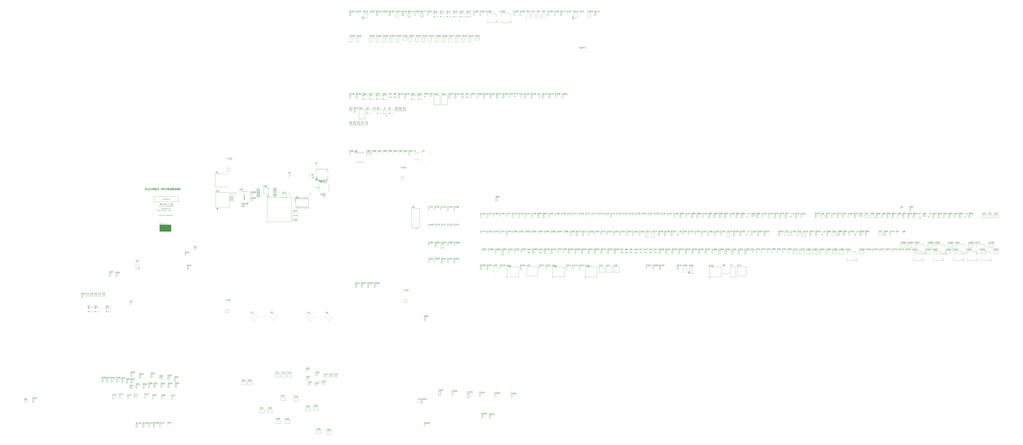
<source format=gbr>
G04*
G04 #@! TF.GenerationSoftware,Altium Limited,Altium Designer,22.11.1 (43)*
G04*
G04 Layer_Color=65535*
%FSLAX44Y44*%
%MOMM*%
G71*
G04*
G04 #@! TF.SameCoordinates,685F9FB9-B41E-4883-9AF5-229453B53175*
G04*
G04*
G04 #@! TF.FilePolarity,Positive*
G04*
G01*
G75*
%ADD10C,0.2540*%
%ADD89C,0.1270*%
%ADD120C,0.1524*%
%ADD121C,0.1000*%
%ADD122C,0.2000*%
%ADD123C,0.4000*%
%ADD124C,0.2500*%
%ADD125C,0.1999*%
%ADD126C,0.1520*%
%ADD127C,0.0762*%
%ADD128C,0.1750*%
%ADD129C,0.2032*%
%ADD130C,0.2286*%
%ADD131C,0.1800*%
%ADD132C,0.3048*%
%ADD133R,0.7474X0.8890*%
%ADD134R,1.3500X0.1500*%
%ADD135R,0.1500X1.3500*%
%ADD136R,0.2500X0.5000*%
%ADD137R,12.9182X7.7030*%
G36*
X3187724Y2483479D02*
X3188602D01*
Y2483109D01*
X3187724D01*
Y2482240D01*
X3187359D01*
Y2483109D01*
X3186490D01*
Y2483479D01*
X3187359D01*
Y2484348D01*
X3187724D01*
Y2483479D01*
D02*
G37*
G36*
X3131844D02*
X3132722D01*
Y2483109D01*
X3131844D01*
Y2482240D01*
X3131479D01*
Y2483109D01*
X3130610D01*
Y2483479D01*
X3131479D01*
Y2484348D01*
X3131844D01*
Y2483479D01*
D02*
G37*
G36*
X2248179Y2509081D02*
X2249048D01*
Y2508716D01*
X2248179D01*
Y2507838D01*
X2247809D01*
Y2508716D01*
X2246940D01*
Y2509081D01*
X2247809D01*
Y2509950D01*
X2248179D01*
Y2509081D01*
D02*
G37*
G36*
X2189504Y2483479D02*
X2190382D01*
Y2483109D01*
X2189504D01*
Y2482240D01*
X2189139D01*
Y2483109D01*
X2188270D01*
Y2483479D01*
X2189139D01*
Y2484348D01*
X2189504D01*
Y2483479D01*
D02*
G37*
G36*
X6218124Y760019D02*
X6219002D01*
Y759649D01*
X6218124D01*
Y758780D01*
X6217759D01*
Y759649D01*
X6216890D01*
Y760019D01*
X6217759D01*
Y760888D01*
X6218124D01*
Y760019D01*
D02*
G37*
G36*
X6159704D02*
X6160582D01*
Y759649D01*
X6159704D01*
Y758780D01*
X6159339D01*
Y759649D01*
X6158470D01*
Y760019D01*
X6159339D01*
Y760888D01*
X6159704D01*
Y760019D01*
D02*
G37*
G36*
X6101284D02*
X6102162D01*
Y759649D01*
X6101284D01*
Y758780D01*
X6100919D01*
Y759649D01*
X6100049D01*
Y760019D01*
X6100919D01*
Y760888D01*
X6101284D01*
Y760019D01*
D02*
G37*
G36*
X6042864D02*
X6043742D01*
Y759649D01*
X6042864D01*
Y758780D01*
X6042499D01*
Y759649D01*
X6041630D01*
Y760019D01*
X6042499D01*
Y760888D01*
X6042864D01*
Y760019D01*
D02*
G37*
G36*
X5984444D02*
X5985322D01*
Y759649D01*
X5984444D01*
Y758780D01*
X5984079D01*
Y759649D01*
X5983210D01*
Y760019D01*
X5984079D01*
Y760888D01*
X5984444D01*
Y760019D01*
D02*
G37*
G36*
X5926024D02*
X5926902D01*
Y759649D01*
X5926024D01*
Y758780D01*
X5925659D01*
Y759649D01*
X5924789D01*
Y760019D01*
X5925659D01*
Y760888D01*
X5926024D01*
Y760019D01*
D02*
G37*
G36*
X5867604D02*
X5868482D01*
Y759649D01*
X5867604D01*
Y758780D01*
X5867239D01*
Y759649D01*
X5866370D01*
Y760019D01*
X5867239D01*
Y760888D01*
X5867604D01*
Y760019D01*
D02*
G37*
G36*
X5814519Y785621D02*
X5815388D01*
Y785256D01*
X5814519D01*
Y784378D01*
X5814149D01*
Y785256D01*
X5813280D01*
Y785621D01*
X5814149D01*
Y786490D01*
X5814519D01*
Y785621D01*
D02*
G37*
G36*
X3726384Y760019D02*
X3727262D01*
Y759649D01*
X3726384D01*
Y758780D01*
X3726019D01*
Y759649D01*
X3725150D01*
Y760019D01*
X3726019D01*
Y760888D01*
X3726384D01*
Y760019D01*
D02*
G37*
G36*
X3667964D02*
X3668842D01*
Y759649D01*
X3667964D01*
Y758780D01*
X3667599D01*
Y759649D01*
X3666730D01*
Y760019D01*
X3667599D01*
Y760888D01*
X3667964D01*
Y760019D01*
D02*
G37*
D10*
X238060Y1319276D02*
G03*
X238060Y1319276I-1078J0D01*
G01*
X238506D02*
G03*
X238506Y1319276I-1524J0D01*
G01*
X239522D02*
G03*
X239522Y1319276I-2540J0D01*
G01*
X3850319Y3387610D02*
G03*
X3850319Y3387610I-559J0D01*
G01*
X1521139D02*
G03*
X1521139Y3387610I-559J0D01*
G01*
X2393340Y2398600D02*
G03*
X2393340Y2398600I-1000J0D01*
G01*
X2312060D02*
G03*
X2312060Y2398600I-1000J0D01*
G01*
X1478940Y2241120D02*
G03*
X1478940Y2241120I-1000J0D01*
G01*
X1423188Y1872400D02*
G03*
X1423188Y1872400I-718J0D01*
G01*
X1134094Y1526761D02*
G03*
X1134094Y1526761I-1118J0D01*
G01*
X5351368Y492160D02*
G03*
X5351368Y492160I-2828J0D01*
G01*
X5349990D02*
G03*
X5349990Y492160I-1450J0D01*
G01*
X5348739D02*
G03*
X5348739Y492160I-199J0D01*
G01*
X5167520Y535580D02*
G03*
X5167520Y535580I-2500J0D01*
G01*
X3977228Y492160D02*
G03*
X3977228Y492160I-2828J0D01*
G01*
X3975850D02*
G03*
X3975850Y492160I-1450J0D01*
G01*
X3974599D02*
G03*
X3974599Y492160I-199J0D01*
G01*
X3611469D02*
G03*
X3611469Y492160I-2828J0D01*
G01*
X3610090D02*
G03*
X3610090Y492160I-1450J0D01*
G01*
X3608839D02*
G03*
X3608839Y492160I-199J0D01*
G01*
X3332340Y504880D02*
G03*
X3332340Y504880I-1000J0D01*
G01*
X3106008Y492160D02*
G03*
X3106008Y492160I-2828J0D01*
G01*
X3104630D02*
G03*
X3104630Y492160I-1450J0D01*
G01*
X3103379D02*
G03*
X3103379Y492160I-199J0D01*
G01*
X2964834Y547200D02*
G03*
X2964834Y547200I-353J0D01*
G01*
X2960834Y555451D02*
G03*
X2960834Y555451I-353J0D01*
G01*
X68538Y1341198D02*
Y1355422D01*
X39328D02*
X68538D01*
X39328Y1341198D02*
Y1355422D01*
Y1341198D02*
X68538D01*
X68179Y1374569D02*
Y1388793D01*
X38969D02*
X68179D01*
X38969Y1374569D02*
Y1388793D01*
Y1374569D02*
X68179D01*
X184150Y1277240D02*
Y1306450D01*
X198374D01*
Y1277240D02*
Y1306450D01*
X184150Y1277240D02*
X198374D01*
X167640Y1277239D02*
Y1306449D01*
X181864D01*
Y1277239D02*
Y1306449D01*
X167640Y1277239D02*
X181864D01*
X548990Y1470451D02*
Y1484675D01*
X519780D02*
X548990D01*
X519780Y1470451D02*
Y1484675D01*
Y1470451D02*
X548990D01*
X548742Y1402583D02*
Y1416807D01*
X519532D02*
X548742D01*
X519532Y1402583D02*
Y1416807D01*
Y1402583D02*
X548742D01*
X549046Y1390901D02*
Y1405125D01*
X519836D02*
X549046D01*
X519836Y1390901D02*
Y1405125D01*
Y1390901D02*
X549046D01*
X548990Y1457845D02*
Y1472069D01*
X519780D02*
X548990D01*
X519780Y1457845D02*
Y1472069D01*
Y1457845D02*
X548990D01*
Y1430845D02*
Y1445069D01*
X519780D02*
X548990D01*
X519780Y1430845D02*
Y1445069D01*
Y1430845D02*
X548990D01*
Y1444645D02*
Y1458869D01*
X519780D02*
X548990D01*
X519780Y1444645D02*
Y1458869D01*
Y1444645D02*
X548990D01*
X548867Y1416803D02*
Y1431027D01*
X519657D02*
X548867D01*
X519657Y1416803D02*
Y1431027D01*
Y1416803D02*
X548867D01*
X1062882Y1392809D02*
Y1422019D01*
X1077106D01*
Y1392809D02*
Y1422019D01*
X1062882Y1392809D02*
X1077106D01*
X1076579Y1553464D02*
X1105789D01*
Y1539240D02*
Y1553464D01*
X1076579Y1539240D02*
X1105789D01*
X1076579D02*
X1076579Y1553464D01*
X1078994Y1392682D02*
Y1421892D01*
X1093218D01*
Y1392682D02*
Y1421892D01*
X1078994Y1392682D02*
X1093218D01*
X1075883Y1567371D02*
X1105093D01*
X1105093Y1553147D01*
X1075883D02*
X1105093D01*
X1075883D02*
Y1567371D01*
X-1231112Y499395D02*
Y528605D01*
X-1216888D01*
Y499395D02*
Y528605D01*
X-1231112Y499395D02*
X-1216888D01*
X-1301112Y505395D02*
Y534605D01*
X-1286888D01*
Y505395D02*
Y534605D01*
X-1301112Y505395D02*
X-1286888D01*
X2189874Y16386D02*
Y45596D01*
X2204098D01*
Y16386D02*
Y45596D01*
X2189874Y16386D02*
X2204098D01*
X-439112Y578395D02*
Y607605D01*
X-424888D01*
Y578395D02*
Y607605D01*
X-439112Y578395D02*
X-424888D01*
X2155888Y-903605D02*
Y-874395D01*
X2170112D01*
Y-903605D02*
Y-874395D01*
X2155888Y-903605D02*
X2170112D01*
X2825888Y-1064606D02*
Y-1035396D01*
X2840112D01*
Y-1064606D02*
Y-1035396D01*
X2825888Y-1064606D02*
X2840112D01*
X158242Y1446276D02*
X229362D01*
X158242Y1314196D02*
X229362D01*
X1634133Y382077D02*
Y411287D01*
X1648357D01*
Y382077D02*
Y411287D01*
X1634133Y382077D02*
X1648357D01*
X1560473D02*
Y411287D01*
X1574697D01*
Y382077D02*
Y411287D01*
X1560473Y382077D02*
X1574697D01*
X1489353D02*
Y411287D01*
X1503577D01*
Y382077D02*
Y411287D01*
X1489353Y382077D02*
X1503577D01*
X1423313D02*
Y411287D01*
X1437537D01*
Y382077D02*
Y411287D01*
X1423313Y382077D02*
X1437537D01*
X334872Y1422841D02*
X364082D01*
Y1408617D02*
Y1422841D01*
X334872Y1408617D02*
X364082D01*
X334872D02*
Y1422841D01*
Y1395200D02*
X364082D01*
Y1380976D02*
Y1395200D01*
X334872Y1380976D02*
X364082D01*
X334872D02*
Y1395200D01*
X334746Y1435570D02*
X363956D01*
Y1421346D02*
Y1435570D01*
X334746Y1421346D02*
X363956D01*
X334746D02*
Y1435570D01*
X334706Y1448051D02*
X363916D01*
Y1433827D02*
Y1448051D01*
X334706Y1433827D02*
X363916D01*
X334706D02*
Y1448051D01*
X334691Y1462731D02*
X363901D01*
Y1448507D02*
Y1462731D01*
X334691Y1448507D02*
X363901D01*
X334691D02*
Y1462731D01*
X2910888Y-1069605D02*
Y-1040395D01*
X2925112D01*
Y-1069605D02*
Y-1040395D01*
X2910888Y-1069605D02*
X2925112D01*
X334706Y1476886D02*
X363916D01*
Y1462662D02*
Y1476886D01*
X334706Y1462662D02*
X363916D01*
X334706D02*
Y1476886D01*
X334783Y1408091D02*
X363993D01*
Y1393867D02*
Y1408091D01*
X334783Y1393867D02*
X363993D01*
X334783D02*
Y1408091D01*
X2665570Y-842114D02*
Y-795886D01*
X2688430D01*
Y-842114D02*
Y-795886D01*
X2665570Y-842114D02*
X2688430D01*
X2347570Y-820114D02*
Y-773886D01*
X2370430D01*
Y-820114D02*
Y-773886D01*
X2347570Y-820114D02*
X2370430D01*
X4078548Y3394495D02*
Y3423705D01*
X4092772D01*
Y3394495D02*
Y3423705D01*
X4078548Y3394495D02*
X4092772D01*
X3700088D02*
Y3423705D01*
X3714312D01*
Y3394495D02*
Y3423705D01*
X3700088Y3394495D02*
X3714312D01*
X2151450Y3378366D02*
X2174310D01*
Y3424594D01*
X2151450D02*
X2174310D01*
X2151450Y3378366D02*
Y3424594D01*
X2009210Y3378366D02*
X2032070D01*
Y3424594D01*
X2009210D02*
X2032070D01*
X2009210Y3378366D02*
Y3424594D01*
X1942408Y3394495D02*
Y3423705D01*
X1956632D01*
Y3394495D02*
Y3423705D01*
X1942408Y3394495D02*
X1956632D01*
X1800168D02*
Y3423705D01*
X1814392D01*
Y3394495D02*
Y3423705D01*
X1800168Y3394495D02*
X1814392D01*
X1657928D02*
Y3423705D01*
X1672152D01*
Y3394495D02*
Y3423705D01*
X1657928Y3394495D02*
X1672152D01*
X1360748D02*
Y3423705D01*
X1374972D01*
Y3394495D02*
Y3423705D01*
X1360748Y3394495D02*
X1374972D01*
X3570548Y2480095D02*
Y2509305D01*
X3584772D01*
Y2480095D02*
Y2509305D01*
X3570548Y2480095D02*
X3584772D01*
X3499428D02*
Y2509305D01*
X3513652D01*
Y2480095D02*
Y2509305D01*
X3499428Y2480095D02*
X3513652D01*
X3372428D02*
Y2509305D01*
X3386652D01*
Y2480095D02*
Y2509305D01*
X3372428Y2480095D02*
X3386652D01*
X3301308D02*
Y2509305D01*
X3315532D01*
Y2480095D02*
Y2509305D01*
X3301308Y2480095D02*
X3315532D01*
X3060008D02*
Y2509305D01*
X3074232D01*
Y2480095D02*
Y2509305D01*
X3060008Y2480095D02*
X3074232D01*
X2988888D02*
Y2509305D01*
X3003112D01*
Y2480095D02*
Y2509305D01*
X2988888Y2480095D02*
X3003112D01*
X2917768D02*
Y2509305D01*
X2931992D01*
Y2480095D02*
Y2509305D01*
X2917768Y2480095D02*
X2931992D01*
X2846648D02*
Y2509305D01*
X2860872D01*
Y2480095D02*
Y2509305D01*
X2846648Y2480095D02*
X2860872D01*
X2526608D02*
Y2509305D01*
X2540832D01*
Y2480095D02*
Y2509305D01*
X2526608Y2480095D02*
X2540832D01*
X2460568D02*
Y2509305D01*
X2474792D01*
Y2480095D02*
Y2509305D01*
X2460568Y2480095D02*
X2474792D01*
X1970348D02*
Y2509305D01*
X1984572D01*
Y2480095D02*
Y2509305D01*
X1970348Y2480095D02*
X1984572D01*
X1899228D02*
Y2509305D01*
X1913452D01*
Y2480095D02*
Y2509305D01*
X1899228Y2480095D02*
X1913452D01*
X1431868D02*
Y2509305D01*
X1446092D01*
Y2480095D02*
Y2509305D01*
X1431868Y2480095D02*
X1446092D01*
X1360748D02*
Y2509305D01*
X1374972D01*
Y2480095D02*
Y2509305D01*
X1360748Y2480095D02*
X1374972D01*
X1955235Y2351952D02*
X1984445D01*
Y2337728D02*
Y2351952D01*
X1955235Y2337728D02*
X1984445D01*
X1955235D02*
Y2351952D01*
X1909515D02*
X1938725D01*
Y2337728D02*
Y2351952D01*
X1909515Y2337728D02*
X1938725D01*
X1909515D02*
Y2351952D01*
X1866335D02*
X1895545D01*
Y2337728D02*
Y2351952D01*
X1866335Y2337728D02*
X1895545D01*
X1866335D02*
Y2351952D01*
X1411548Y2322615D02*
Y2351825D01*
X1425772D01*
Y2322615D02*
Y2351825D01*
X1411548Y2322615D02*
X1425772D01*
X1360875Y2351952D02*
X1390085D01*
Y2337728D02*
Y2351952D01*
X1360875Y2337728D02*
X1390085D01*
X1360875D02*
Y2351952D01*
X1449775Y2194472D02*
X1478985D01*
Y2180248D02*
Y2194472D01*
X1449775Y2180248D02*
X1478985D01*
X1449775D02*
Y2194472D01*
X1404055D02*
X1433265D01*
Y2180248D02*
Y2194472D01*
X1404055Y2180248D02*
X1433265D01*
X1404055D02*
Y2194472D01*
X1360875D02*
X1390085D01*
Y2180248D02*
Y2194472D01*
X1360875Y2180248D02*
X1390085D01*
X1360875D02*
Y2194472D01*
X1550486Y1876210D02*
X1596714D01*
Y1853350D02*
Y1876210D01*
X1550486Y1853350D02*
X1596714D01*
X1550486D02*
Y1876210D01*
X1428820Y1769530D02*
X1525340D01*
X1428820Y1873670D02*
X1525340D01*
X993090Y1653504D02*
Y1691754D01*
X1120590D01*
Y1653504D02*
Y1691754D01*
X993340Y1571504D02*
Y1616254D01*
Y1571504D02*
X1120340D01*
Y1616254D01*
X981202Y1485646D02*
Y1490726D01*
Y1485646D02*
X1021842D01*
Y1490726D01*
X981202Y1564386D02*
Y1566926D01*
X1021842D01*
X1021842Y1564386D02*
X1021842Y1566926D01*
X-1611730Y265155D02*
Y294365D01*
X-1597506D01*
Y265155D02*
Y294365D01*
X-1611730Y265155D02*
X-1597506D01*
X-1064206Y-606032D02*
Y-576822D01*
X-1049982D01*
Y-606032D02*
Y-576822D01*
X-1064206Y-606032D02*
X-1049982D01*
X-969712Y-626352D02*
Y-597142D01*
X-955488D01*
Y-626352D02*
Y-597142D01*
X-969712Y-626352D02*
X-955488D01*
X-842712Y-618732D02*
Y-589522D01*
X-828488D01*
Y-618732D02*
Y-589522D01*
X-842712Y-618732D02*
X-828488D01*
X-744287Y-617335D02*
X-715077D01*
Y-631559D02*
Y-617335D01*
X-744287Y-631559D02*
X-715077D01*
X-744287D02*
Y-617335D01*
X-654752Y-641592D02*
Y-612382D01*
X-640528D01*
Y-641592D02*
Y-612382D01*
X-654752Y-641592D02*
X-640528D01*
X-581092Y-659372D02*
Y-630162D01*
X-566868D01*
Y-659372D02*
Y-630162D01*
X-581092Y-659372D02*
X-566868D01*
X-570932Y-727952D02*
Y-698742D01*
X-556708D01*
Y-727952D02*
Y-698742D01*
X-570932Y-727952D02*
X-556708D01*
X-652212Y-730492D02*
Y-701282D01*
X-637988D01*
Y-730492D02*
Y-701282D01*
X-652212Y-730492D02*
X-637988D01*
X-730952D02*
Y-701282D01*
X-716728D01*
Y-730492D02*
Y-701282D01*
X-730952Y-730492D02*
X-716728D01*
X-809692D02*
Y-701282D01*
X-795468D01*
Y-730492D02*
Y-701282D01*
X-809692Y-730492D02*
X-795468D01*
X-868112Y-729730D02*
Y-700520D01*
X-853888D01*
Y-729730D02*
Y-700520D01*
X-868112Y-729730D02*
X-853888D01*
X-929072Y-738112D02*
Y-708902D01*
X-914848D01*
Y-738112D02*
Y-708902D01*
X-929072Y-738112D02*
X-914848D01*
X-1007812D02*
Y-708902D01*
X-993588D01*
Y-738112D02*
Y-708902D01*
X-1007812Y-738112D02*
X-993588D01*
X-1076265Y-724015D02*
X-1047055D01*
Y-738239D02*
Y-724015D01*
X-1076265Y-738239D02*
X-1047055D01*
X-1076265D02*
Y-724015D01*
X-1063112Y-682605D02*
Y-653395D01*
X-1048888D01*
Y-682605D02*
Y-653395D01*
X-1063112Y-682605D02*
X-1048888D01*
X-1112792Y-680969D02*
Y-651759D01*
X-1098568D01*
Y-680969D02*
Y-651759D01*
X-1112792Y-680969D02*
X-1098568D01*
X-1167392Y-671952D02*
Y-642742D01*
X-1153168D01*
Y-671952D02*
Y-642742D01*
X-1167392Y-671952D02*
X-1153168D01*
X-1223272Y-666872D02*
Y-637662D01*
X-1209048D01*
Y-666872D02*
Y-637662D01*
X-1223272Y-666872D02*
X-1209048D01*
X-1284232Y-666364D02*
Y-637154D01*
X-1270008D01*
Y-666364D02*
Y-637154D01*
X-1284232Y-666364D02*
X-1270008D01*
X-1334112Y-666872D02*
Y-637662D01*
X-1319888D01*
Y-666872D02*
Y-637662D01*
X-1334112Y-666872D02*
X-1319888D01*
X-1385112Y-665605D02*
Y-636395D01*
X-1370888D01*
Y-665605D02*
Y-636395D01*
X-1385112Y-665605D02*
X-1370888D01*
X-2154312Y-891765D02*
Y-862555D01*
X-2140088D01*
Y-891765D02*
Y-862555D01*
X-2154312Y-891765D02*
X-2140088D01*
X2981448Y1338295D02*
Y1367505D01*
X2995672D01*
Y1338295D02*
Y1367505D01*
X2981448Y1338295D02*
X2995672D01*
X7571048Y1227875D02*
Y1257085D01*
X7585272D01*
Y1227875D02*
Y1257085D01*
X7571048Y1227875D02*
X7585272D01*
X8229088Y1152875D02*
Y1182085D01*
X8243312D01*
Y1152875D02*
Y1182085D01*
X8229088Y1152875D02*
X8243312D01*
X8119868D02*
Y1182085D01*
X8134092D01*
Y1152875D02*
Y1182085D01*
X8119868Y1152875D02*
X8134092D01*
X8003028D02*
Y1182085D01*
X8017252D01*
Y1152875D02*
Y1182085D01*
X8003028Y1152875D02*
X8017252D01*
X7886188D02*
Y1182085D01*
X7900412D01*
Y1152875D02*
Y1182085D01*
X7886188Y1152875D02*
X7900412D01*
X7827768D02*
Y1182085D01*
X7841992D01*
Y1152875D02*
Y1182085D01*
X7827768Y1152875D02*
X7841992D01*
X7718675Y1182212D02*
X7747885D01*
Y1167988D02*
Y1182212D01*
X7718675Y1167988D02*
X7747885D01*
X7718675D02*
Y1182212D01*
X7609328Y1152875D02*
Y1182085D01*
X7623552D01*
Y1152875D02*
Y1182085D01*
X7609328Y1152875D02*
X7623552D01*
X7550908D02*
Y1182085D01*
X7565132D01*
Y1152875D02*
Y1182085D01*
X7550908Y1152875D02*
X7565132D01*
X7492488D02*
Y1182085D01*
X7506712D01*
Y1152875D02*
Y1182085D01*
X7492488Y1152875D02*
X7506712D01*
X7375648D02*
Y1182085D01*
X7389872D01*
Y1152875D02*
Y1182085D01*
X7375648Y1152875D02*
X7389872D01*
X7317228D02*
Y1182085D01*
X7331452D01*
Y1152875D02*
Y1182085D01*
X7317228Y1152875D02*
X7331452D01*
X7200388D02*
Y1182085D01*
X7214612D01*
Y1152875D02*
Y1182085D01*
X7200388Y1152875D02*
X7214612D01*
X7015095Y1182212D02*
X7044305D01*
Y1167988D02*
Y1182212D01*
X7015095Y1167988D02*
X7044305D01*
X7015095D02*
Y1182212D01*
X6956548Y1152875D02*
Y1182085D01*
X6970772D01*
Y1152875D02*
Y1182085D01*
X6956548Y1152875D02*
X6970772D01*
X6827008D02*
Y1182085D01*
X6841232D01*
Y1152875D02*
Y1182085D01*
X6827008Y1152875D02*
X6841232D01*
X6768588D02*
Y1182085D01*
X6782812D01*
Y1152875D02*
Y1182085D01*
X6768588Y1152875D02*
X6782812D01*
X6644128D02*
Y1182085D01*
X6658352D01*
Y1152875D02*
Y1182085D01*
X6644128Y1152875D02*
X6658352D01*
X6522208D02*
Y1182085D01*
X6536432D01*
Y1152875D02*
Y1182085D01*
X6522208Y1152875D02*
X6536432D01*
X6303768D02*
Y1182085D01*
X6317992D01*
Y1152875D02*
Y1182085D01*
X6303768Y1152875D02*
X6317992D01*
X6189468D02*
Y1182085D01*
X6203692D01*
Y1152875D02*
Y1182085D01*
X6189468Y1152875D02*
X6203692D01*
X6131048D02*
Y1182085D01*
X6145272D01*
Y1152875D02*
Y1182085D01*
X6131048Y1152875D02*
X6145272D01*
X6072628D02*
Y1182085D01*
X6086852D01*
Y1152875D02*
Y1182085D01*
X6072628Y1152875D02*
X6086852D01*
X5871968D02*
Y1182085D01*
X5886192D01*
Y1152875D02*
Y1182085D01*
X5871968Y1152875D02*
X5886192D01*
X5818755Y1182212D02*
X5847965D01*
Y1167988D02*
Y1182212D01*
X5818755Y1167988D02*
X5847965D01*
X5818755D02*
Y1182212D01*
X5704328Y1152875D02*
Y1182085D01*
X5718552D01*
Y1152875D02*
Y1182085D01*
X5704328Y1152875D02*
X5718552D01*
X5645908D02*
Y1182085D01*
X5660132D01*
Y1152875D02*
Y1182085D01*
X5645908Y1152875D02*
X5660132D01*
X5516368D02*
Y1182085D01*
X5530592D01*
Y1152875D02*
Y1182085D01*
X5516368Y1152875D02*
X5530592D01*
X5457948D02*
Y1182085D01*
X5472172D01*
Y1152875D02*
Y1182085D01*
X5457948Y1152875D02*
X5472172D01*
X5399528D02*
Y1182085D01*
X5413752D01*
Y1152875D02*
Y1182085D01*
X5399528Y1152875D02*
X5413752D01*
X5341108D02*
Y1182085D01*
X5355332D01*
Y1152875D02*
Y1182085D01*
X5341108Y1152875D02*
X5355332D01*
X5211568D02*
Y1182085D01*
X5225792D01*
Y1152875D02*
Y1182085D01*
X5211568Y1152875D02*
X5225792D01*
X5153148D02*
Y1182085D01*
X5167372D01*
Y1152875D02*
Y1182085D01*
X5153148Y1152875D02*
X5167372D01*
X5023608D02*
Y1182085D01*
X5037832D01*
Y1152875D02*
Y1182085D01*
X5023608Y1152875D02*
X5037832D01*
X3504688D02*
Y1182085D01*
X3518912D01*
Y1152875D02*
Y1182085D01*
X3504688Y1152875D02*
X3518912D01*
X3446268D02*
Y1182085D01*
X3460492D01*
Y1152875D02*
Y1182085D01*
X3446268Y1152875D02*
X3460492D01*
X7289288Y954755D02*
Y983965D01*
X7303512D01*
Y954755D02*
Y983965D01*
X7289288Y954755D02*
X7303512D01*
X7078468D02*
Y983965D01*
X7092692D01*
Y954755D02*
Y983965D01*
X7078468Y954755D02*
X7092692D01*
X7020048D02*
Y983965D01*
X7034272D01*
Y954755D02*
Y983965D01*
X7020048Y954755D02*
X7034272D01*
X6834628D02*
Y983965D01*
X6848852D01*
Y954755D02*
Y983965D01*
X6834628Y954755D02*
X6848852D01*
X6776208D02*
Y983965D01*
X6790432D01*
Y954755D02*
Y983965D01*
X6776208Y954755D02*
X6790432D01*
X6651748D02*
Y983965D01*
X6665972D01*
Y954755D02*
Y983965D01*
X6651748Y954755D02*
X6665972D01*
X6527288D02*
Y983965D01*
X6541512D01*
Y954755D02*
Y983965D01*
X6527288Y954755D02*
X6541512D01*
X6461248D02*
Y983965D01*
X6475472D01*
Y954755D02*
Y983965D01*
X6461248Y954755D02*
X6475472D01*
X6115808D02*
Y983965D01*
X6130032D01*
Y954755D02*
Y983965D01*
X6115808Y954755D02*
X6130032D01*
X5955788D02*
Y983965D01*
X5970012D01*
Y954755D02*
Y983965D01*
X5955788Y954755D02*
X5970012D01*
X5884668D02*
Y983965D01*
X5898892D01*
Y954755D02*
Y983965D01*
X5884668Y954755D02*
X5898892D01*
X5686548D02*
Y983965D01*
X5700772D01*
Y954755D02*
Y983965D01*
X5686548Y954755D02*
X5700772D01*
X5615428D02*
Y983965D01*
X5629652D01*
Y954755D02*
Y983965D01*
X5615428Y954755D02*
X5629652D01*
X4924548D02*
Y983965D01*
X4938772D01*
Y954755D02*
Y983965D01*
X4924548Y954755D02*
X4938772D01*
X4853428D02*
Y983965D01*
X4867652D01*
Y954755D02*
Y983965D01*
X4853428Y954755D02*
X4867652D01*
X4782308D02*
Y983965D01*
X4796532D01*
Y954755D02*
Y983965D01*
X4782308Y954755D02*
X4796532D01*
X3941568D02*
Y983965D01*
X3955792D01*
Y954755D02*
Y983965D01*
X3941568Y954755D02*
X3955792D01*
X3872988D02*
Y983965D01*
X3887212D01*
Y954755D02*
Y983965D01*
X3872988Y954755D02*
X3887212D01*
X5739888Y752063D02*
X5759192D01*
Y785337D01*
X5739888D02*
X5759192D01*
X5739888Y752063D02*
Y785337D01*
X5666228Y752063D02*
X5685532D01*
Y785337D01*
X5666228D02*
X5685532D01*
X5666228Y752063D02*
Y785337D01*
X5597648Y752063D02*
X5616952D01*
Y785337D01*
X5597648D02*
X5616952D01*
X5597648Y752063D02*
Y785337D01*
X5523988Y752063D02*
X5543292D01*
Y785337D01*
X5523988D02*
X5543292D01*
X5523988Y752063D02*
Y785337D01*
X5450328Y752063D02*
X5469632D01*
Y785337D01*
X5450328D02*
X5469632D01*
X5450328Y752063D02*
Y785337D01*
X5303008Y756635D02*
Y785845D01*
X5317232D01*
Y756635D02*
Y785845D01*
X5303008Y756635D02*
X5317232D01*
X5229348D02*
Y785845D01*
X5243572D01*
Y756635D02*
Y785845D01*
X5229348Y756635D02*
X5243572D01*
X5155688D02*
Y785845D01*
X5169912D01*
Y756635D02*
Y785845D01*
X5155688Y756635D02*
X5169912D01*
X5082028D02*
Y785845D01*
X5096252D01*
Y756635D02*
Y785845D01*
X5082028Y756635D02*
X5096252D01*
X5008368D02*
Y785845D01*
X5022592D01*
Y756635D02*
Y785845D01*
X5008368Y756635D02*
X5022592D01*
X4934708D02*
Y785845D01*
X4948932D01*
Y756635D02*
Y785845D01*
X4934708Y756635D02*
X4948932D01*
X4866128D02*
Y785845D01*
X4880352D01*
Y756635D02*
Y785845D01*
X4866128Y756635D02*
X4880352D01*
X4795008D02*
Y785845D01*
X4809232D01*
Y756635D02*
Y785845D01*
X4795008Y756635D02*
X4809232D01*
X4294628D02*
Y785845D01*
X4308852D01*
Y756635D02*
Y785845D01*
X4294628Y756635D02*
X4308852D01*
X4220968D02*
Y785845D01*
X4235192D01*
Y756635D02*
Y785845D01*
X4220968Y756635D02*
X4235192D01*
X4147308D02*
Y785845D01*
X4161532D01*
Y756635D02*
Y785845D01*
X4147308Y756635D02*
X4161532D01*
X4073648D02*
Y785845D01*
X4087872D01*
Y756635D02*
Y785845D01*
X4073648Y756635D02*
X4087872D01*
X4005068D02*
Y785845D01*
X4019292D01*
Y756635D02*
Y785845D01*
X4005068Y756635D02*
X4019292D01*
X3931408D02*
Y785845D01*
X3945632D01*
Y756635D02*
Y785845D01*
X3931408Y756635D02*
X3945632D01*
X3857748D02*
Y785845D01*
X3871972D01*
Y756635D02*
Y785845D01*
X3857748Y756635D02*
X3871972D01*
X3784088D02*
Y785845D01*
X3798312D01*
Y756635D02*
Y785845D01*
X3784088Y756635D02*
X3798312D01*
X3593588D02*
Y785845D01*
X3607812D01*
Y756635D02*
Y785845D01*
X3593588Y756635D02*
X3607812D01*
X3519928D02*
Y785845D01*
X3534152D01*
Y756635D02*
Y785845D01*
X3519928Y756635D02*
X3534152D01*
X3390388D02*
Y785845D01*
X3404612D01*
Y756635D02*
Y785845D01*
X3390388Y756635D02*
X3404612D01*
X3045710Y740506D02*
Y786734D01*
X3068570D01*
Y740506D02*
Y786734D01*
X3045710Y740506D02*
X3068570D01*
X2376210Y815506D02*
Y861734D01*
X2399070D01*
Y815506D02*
Y861734D01*
X2376210Y815506D02*
X2399070D01*
X2309408Y831635D02*
Y860845D01*
X2323632D01*
Y831635D02*
Y860845D01*
X2309408Y831635D02*
X2323632D01*
X4993128Y578835D02*
Y608045D01*
X5007352D01*
Y578835D02*
Y608045D01*
X4993128Y578835D02*
X5007352D01*
X-1007112Y-1171604D02*
Y-1142394D01*
X-992888D01*
Y-1171604D02*
Y-1142394D01*
X-1007112Y-1171604D02*
X-992888D01*
X4795008Y578835D02*
Y608045D01*
X4809232D01*
Y578835D02*
Y608045D01*
X4795008Y578835D02*
X4809232D01*
X-933112Y-1169604D02*
Y-1140394D01*
X-918888D01*
Y-1169604D02*
Y-1140394D01*
X-933112Y-1169604D02*
X-918888D01*
X-815112Y-1167605D02*
Y-1138395D01*
X-800888D01*
Y-1167605D02*
Y-1138395D01*
X-815112Y-1167605D02*
X-800888D01*
X3253228Y578835D02*
Y608045D01*
X3267452D01*
Y578835D02*
Y608045D01*
X3253228Y578835D02*
X3267452D01*
X2882388D02*
Y608045D01*
X2896612D01*
Y578835D02*
Y608045D01*
X2882388Y578835D02*
X2896612D01*
X2811268D02*
Y608045D01*
X2825492D01*
Y578835D02*
Y608045D01*
X2811268Y578835D02*
X2825492D01*
X2515148Y653835D02*
Y683045D01*
X2529372D01*
Y653835D02*
Y683045D01*
X2515148Y653835D02*
X2529372D01*
X2377988D02*
Y683045D01*
X2392212D01*
Y653835D02*
Y683045D01*
X2377988Y653835D02*
X2392212D01*
X949265Y1625765D02*
Y1635922D01*
X946725Y1638461D01*
X941647D01*
X939108Y1635922D01*
Y1625765D01*
X941647Y1623226D01*
X946725D01*
X944186Y1628304D02*
X949265Y1623226D01*
X946725D02*
X949265Y1625765D01*
X954343Y1623226D02*
X959421D01*
X956882D01*
Y1638461D01*
X954343Y1635922D01*
X406978Y1510191D02*
Y1497495D01*
X409517Y1494956D01*
X414595D01*
X417135Y1497495D01*
Y1510191D01*
X432370Y1494956D02*
X422213D01*
X432370Y1505113D01*
Y1507652D01*
X429831Y1510191D01*
X424752D01*
X422213Y1507652D01*
X447605Y1510191D02*
X437448D01*
Y1502574D01*
X442527Y1505113D01*
X445066D01*
X447605Y1502574D01*
Y1497495D01*
X445066Y1494956D01*
X439987D01*
X437448Y1497495D01*
X766134Y1387509D02*
Y1374813D01*
X768673Y1372274D01*
X773752D01*
X776291Y1374813D01*
Y1387509D01*
X781369Y1384970D02*
X783908Y1387509D01*
X788987D01*
X791526Y1384970D01*
Y1382431D01*
X788987Y1379892D01*
X786447D01*
X788987D01*
X791526Y1377352D01*
Y1374813D01*
X788987Y1372274D01*
X783908D01*
X781369Y1374813D01*
X233426Y1302260D02*
Y1308608D01*
X232156Y1309878D01*
X229617D01*
X228348Y1308608D01*
Y1302260D01*
X220730Y1309878D02*
X225808D01*
X220730Y1304800D01*
Y1303530D01*
X222000Y1302260D01*
X224539D01*
X225808Y1303530D01*
X214382Y1309878D02*
Y1302260D01*
X218191Y1306069D01*
X213113D01*
X198880Y1407414D02*
X191262D01*
Y1402336D01*
Y1399796D02*
X196340D01*
X198880Y1397257D01*
X196340Y1394718D01*
X191262D01*
X195071D01*
Y1399796D01*
X191262Y1392179D02*
X198880D01*
X191262Y1387101D01*
X198880D01*
Y1376944D02*
Y1374405D01*
Y1375674D01*
X191262D01*
Y1376944D01*
Y1374405D01*
X197610Y1365518D02*
X198880Y1366787D01*
Y1369326D01*
X197610Y1370596D01*
X196340D01*
X195071Y1369326D01*
Y1366787D01*
X193801Y1365518D01*
X192532D01*
X191262Y1366787D01*
Y1369326D01*
X192532Y1370596D01*
X198880Y1359170D02*
Y1361709D01*
X197610Y1362978D01*
X192532D01*
X191262Y1361709D01*
Y1359170D01*
X192532Y1357900D01*
X197610D01*
X198880Y1359170D01*
Y1355361D02*
X191262D01*
Y1350282D01*
X3842220Y3356400D02*
X3834602D01*
Y3360209D01*
X3835872Y3361478D01*
X3838411D01*
X3839681Y3360209D01*
Y3356400D01*
Y3358939D02*
X3842220Y3361478D01*
Y3364018D02*
Y3366557D01*
Y3365287D01*
X3834602D01*
X3835872Y3364018D01*
X3842220Y3370366D02*
Y3372905D01*
Y3371635D01*
X3834602D01*
X3835872Y3370366D01*
Y3376713D02*
X3834602Y3377983D01*
Y3380522D01*
X3835872Y3381792D01*
X3837142D01*
X3838411Y3380522D01*
Y3379253D01*
Y3380522D01*
X3839681Y3381792D01*
X3840951D01*
X3842220Y3380522D01*
Y3377983D01*
X3840951Y3376713D01*
X1513040Y3356400D02*
X1505423D01*
Y3360209D01*
X1506692Y3361478D01*
X1509231D01*
X1510501Y3360209D01*
Y3356400D01*
Y3358939D02*
X1513040Y3361478D01*
Y3364018D02*
Y3366557D01*
Y3365287D01*
X1505423D01*
X1506692Y3364018D01*
X1513040Y3375444D02*
Y3370366D01*
X1507962Y3375444D01*
X1506692D01*
X1505423Y3374174D01*
Y3371635D01*
X1506692Y3370366D01*
X1513040Y3377983D02*
Y3380522D01*
Y3379253D01*
X1505423D01*
X1506692Y3377983D01*
X1769183Y2283878D02*
Y2281339D01*
Y2282609D01*
X1775531D01*
X1776800Y2281339D01*
Y2280070D01*
X1775531Y2278800D01*
X1776800Y2286418D02*
Y2288957D01*
Y2287687D01*
X1769183D01*
X1770452Y2286418D01*
X1421200Y1887637D02*
Y1881290D01*
X1422470Y1880020D01*
X1425009D01*
X1426278Y1881290D01*
Y1887637D01*
X1433896D02*
X1428817D01*
Y1883829D01*
X1431357Y1885098D01*
X1432626D01*
X1433896Y1883829D01*
Y1881290D01*
X1432626Y1880020D01*
X1430087D01*
X1428817Y1881290D01*
X1036680Y1566246D02*
X1030331D01*
X1029062Y1564976D01*
Y1562437D01*
X1030331Y1561168D01*
X1036680D01*
X1029062Y1553550D02*
Y1558628D01*
X1034140Y1553550D01*
X1035410D01*
X1036680Y1554820D01*
Y1557359D01*
X1035410Y1558628D01*
X-977217Y592118D02*
Y589579D01*
Y590849D01*
X-970870D01*
X-969600Y589579D01*
Y588310D01*
X-970870Y587040D01*
X-975948Y594658D02*
X-977217Y595927D01*
Y598466D01*
X-975948Y599736D01*
X-974678D01*
X-973409Y598466D01*
Y597197D01*
Y598466D01*
X-972139Y599736D01*
X-970870D01*
X-969600Y598466D01*
Y595927D01*
X-970870Y594658D01*
X8180322Y1157320D02*
X8187940D01*
Y1162398D01*
Y1164938D02*
Y1167477D01*
Y1166207D01*
X8180322D01*
X8181592Y1164938D01*
X7773923Y1157320D02*
X7781540D01*
Y1162398D01*
Y1170016D02*
Y1164938D01*
X7776462Y1170016D01*
X7775192D01*
X7773923Y1168746D01*
Y1166207D01*
X7775192Y1164938D01*
X6249922Y1157320D02*
X6257540D01*
Y1162398D01*
X6251192Y1164938D02*
X6249922Y1166207D01*
Y1168746D01*
X6251192Y1170016D01*
X6252462D01*
X6253731Y1168746D01*
Y1167477D01*
Y1168746D01*
X6255001Y1170016D01*
X6256270D01*
X6257540Y1168746D01*
Y1166207D01*
X6256270Y1164938D01*
X5764783Y1157320D02*
X5772400D01*
Y1162398D01*
Y1168746D02*
X5764783D01*
X5768591Y1164938D01*
Y1170016D01*
X6966202Y959200D02*
X6973820D01*
Y964278D01*
X6966202Y971896D02*
Y966817D01*
X6970011D01*
X6968741Y969357D01*
Y970626D01*
X6970011Y971896D01*
X6972551D01*
X6973820Y970626D01*
Y968087D01*
X6972551Y966817D01*
X6597902Y959200D02*
X6605520D01*
Y964278D01*
X6597902Y971896D02*
X6599172Y969357D01*
X6601711Y966817D01*
X6604250D01*
X6605520Y968087D01*
Y970626D01*
X6604250Y971896D01*
X6602981D01*
X6601711Y970626D01*
Y966817D01*
X5759703Y959200D02*
X5767320D01*
Y964278D01*
X5759703Y966817D02*
Y971896D01*
X5760972D01*
X5766050Y966817D01*
X5767320D01*
X4997703Y959200D02*
X5005320D01*
Y964278D01*
X4998972Y966817D02*
X4997703Y968087D01*
Y970626D01*
X4998972Y971896D01*
X5000242D01*
X5001511Y970626D01*
X5002781Y971896D01*
X5004050D01*
X5005320Y970626D01*
Y968087D01*
X5004050Y966817D01*
X5002781D01*
X5001511Y968087D01*
X5000242Y966817D01*
X4998972D01*
X5001511Y968087D02*
Y970626D01*
X5376080Y617318D02*
Y610970D01*
X5377350Y609700D01*
X5379889D01*
X5381158Y610970D01*
Y617318D01*
X5383698Y609700D02*
X5386237D01*
X5384967D01*
Y617318D01*
X5383698Y616048D01*
X5393854Y609700D02*
Y617318D01*
X5390046Y613509D01*
X5395124D01*
X5119862Y535620D02*
X5127480D01*
Y539429D01*
X5126210Y540698D01*
X5121132D01*
X5119862Y539429D01*
Y535620D01*
X5127480Y548316D02*
Y543237D01*
X5122402Y548316D01*
X5121132D01*
X5119862Y547046D01*
Y544507D01*
X5121132Y543237D01*
Y550855D02*
X5119862Y552125D01*
Y554664D01*
X5121132Y555933D01*
X5122402D01*
X5123671Y554664D01*
X5124941Y555933D01*
X5126210D01*
X5127480Y554664D01*
Y552125D01*
X5126210Y550855D01*
X5124941D01*
X5123671Y552125D01*
X5122402Y550855D01*
X5121132D01*
X5123671Y552125D02*
Y554664D01*
X4001940Y617318D02*
Y610970D01*
X4003210Y609700D01*
X4005749D01*
X4007018Y610970D01*
Y617318D01*
X4009557Y609700D02*
X4012097D01*
X4010827D01*
Y617318D01*
X4009557Y616048D01*
X4015905Y610970D02*
X4017175Y609700D01*
X4019714D01*
X4020984Y610970D01*
Y616048D01*
X4019714Y617318D01*
X4017175D01*
X4015905Y616048D01*
Y614778D01*
X4017175Y613509D01*
X4020984D01*
X3636180Y617318D02*
Y610970D01*
X3637450Y609700D01*
X3639989D01*
X3641259Y610970D01*
Y617318D01*
X3648876Y609700D02*
X3643798D01*
X3648876Y614778D01*
Y616048D01*
X3647606Y617318D01*
X3645067D01*
X3643798Y616048D01*
X3651415D02*
X3652685Y617318D01*
X3655224D01*
X3656494Y616048D01*
Y610970D01*
X3655224Y609700D01*
X3652685D01*
X3651415Y610970D01*
Y616048D01*
X3130720Y617318D02*
Y610970D01*
X3131990Y609700D01*
X3134529D01*
X3135798Y610970D01*
Y617318D01*
X3143416Y609700D02*
X3138337D01*
X3143416Y614778D01*
Y616048D01*
X3142146Y617318D01*
X3139607D01*
X3138337Y616048D01*
X3151033Y609700D02*
X3145955D01*
X3151033Y614778D01*
Y616048D01*
X3149764Y617318D01*
X3147225D01*
X3145955Y616048D01*
X-1299902Y543472D02*
Y558707D01*
X-1292285D01*
X-1289745Y556168D01*
Y551090D01*
X-1292285Y548550D01*
X-1299902D01*
X-1294824D02*
X-1289745Y543472D01*
X-1274510D02*
X-1284667D01*
X-1274510Y553629D01*
Y556168D01*
X-1277049Y558707D01*
X-1282128D01*
X-1284667Y556168D01*
X-1269432Y558707D02*
X-1259275D01*
Y556168D01*
X-1269432Y546011D01*
Y543472D01*
X-1229798Y537376D02*
Y552611D01*
X-1222180D01*
X-1219641Y550072D01*
Y544994D01*
X-1222180Y542454D01*
X-1229798D01*
X-1224720D02*
X-1219641Y537376D01*
X-1204406D02*
X-1214563D01*
X-1204406Y547533D01*
Y550072D01*
X-1206945Y552611D01*
X-1212024D01*
X-1214563Y550072D01*
X-1189171Y552611D02*
X-1194249Y550072D01*
X-1199328Y544994D01*
Y539915D01*
X-1196789Y537376D01*
X-1191710D01*
X-1189171Y539915D01*
Y542454D01*
X-1191710Y544994D01*
X-1199328D01*
X2191017Y53978D02*
Y69213D01*
X2198634D01*
X2201173Y66674D01*
Y61595D01*
X2198634Y59056D01*
X2191017D01*
X2196095D02*
X2201173Y53978D01*
X2216408D02*
X2206252D01*
X2216408Y64134D01*
Y66674D01*
X2213869Y69213D01*
X2208791D01*
X2206252Y66674D01*
X2231644Y69213D02*
X2221487D01*
Y61595D01*
X2226565Y64134D01*
X2229104D01*
X2231644Y61595D01*
Y56517D01*
X2229104Y53978D01*
X2224026D01*
X2221487Y56517D01*
X-437826Y616370D02*
Y631605D01*
X-430209D01*
X-427669Y629066D01*
Y623988D01*
X-430209Y621448D01*
X-437826D01*
X-432748D02*
X-427669Y616370D01*
X-412434D02*
X-422591D01*
X-412434Y626527D01*
Y629066D01*
X-414973Y631605D01*
X-420052D01*
X-422591Y629066D01*
X-399738Y616370D02*
Y631605D01*
X-407356Y623988D01*
X-397199D01*
X-2241734Y-865720D02*
Y-850485D01*
X-2234117D01*
X-2231577Y-853024D01*
Y-858102D01*
X-2234117Y-860642D01*
X-2241734D01*
X-2236656D02*
X-2231577Y-865720D01*
X-2226499Y-853024D02*
X-2223960Y-850485D01*
X-2218881D01*
X-2216342Y-853024D01*
Y-855563D01*
X-2218881Y-858102D01*
X-2216342Y-860642D01*
Y-863181D01*
X-2218881Y-865720D01*
X-2223960D01*
X-2226499Y-863181D01*
Y-860642D01*
X-2223960Y-858102D01*
X-2226499Y-855563D01*
Y-853024D01*
X-2223960Y-858102D02*
X-2218881D01*
X2157038Y-865466D02*
Y-850231D01*
X2164655D01*
X2167195Y-852770D01*
Y-857849D01*
X2164655Y-860388D01*
X2157038D01*
X2162116D02*
X2167195Y-865466D01*
X2182430D02*
X2172273D01*
X2182430Y-855309D01*
Y-852770D01*
X2179891Y-850231D01*
X2174812D01*
X2172273Y-852770D01*
X2197665Y-865466D02*
X2187508D01*
X2197665Y-855309D01*
Y-852770D01*
X2195126Y-850231D01*
X2190047D01*
X2187508Y-852770D01*
X2202743Y-862927D02*
X2205282Y-865466D01*
X2210361D01*
X2212900Y-862927D01*
Y-852770D01*
X2210361Y-850231D01*
X2205282D01*
X2202743Y-852770D01*
Y-855309D01*
X2205282Y-857849D01*
X2212900D01*
X2827090Y-1026502D02*
Y-1011267D01*
X2834708D01*
X2837247Y-1013806D01*
Y-1018885D01*
X2834708Y-1021424D01*
X2827090D01*
X2832168D02*
X2837247Y-1026502D01*
X2852482D02*
X2842325D01*
X2852482Y-1016345D01*
Y-1013806D01*
X2849943Y-1011267D01*
X2844864D01*
X2842325Y-1013806D01*
X2857560Y-1026502D02*
X2862639D01*
X2860099D01*
Y-1011267D01*
X2857560Y-1013806D01*
X2870256D02*
X2872795Y-1011267D01*
X2877874D01*
X2880413Y-1013806D01*
Y-1016345D01*
X2877874Y-1018885D01*
X2880413Y-1021424D01*
Y-1023963D01*
X2877874Y-1026502D01*
X2872795D01*
X2870256Y-1023963D01*
Y-1021424D01*
X2872795Y-1018885D01*
X2870256Y-1016345D01*
Y-1013806D01*
X2872795Y-1018885D02*
X2877874D01*
X2120208Y-850485D02*
Y-853024D01*
X2125286Y-858102D01*
X2130365Y-853024D01*
Y-850485D01*
X2125286Y-858102D02*
Y-865720D01*
X2145600D02*
X2135443D01*
X2145600Y-855563D01*
Y-853024D01*
X2143061Y-850485D01*
X2137982D01*
X2135443Y-853024D01*
X2073345Y1900970D02*
Y1898431D01*
X2078423Y1893353D01*
X2083502Y1898431D01*
Y1900970D01*
X2078423Y1893353D02*
Y1885735D01*
X2088580D02*
X2093658D01*
X2091119D01*
Y1900970D01*
X2088580Y1898431D01*
X139770Y1474885D02*
Y1462189D01*
X142309Y1459650D01*
X147388D01*
X149927Y1462189D01*
Y1474885D01*
X165162Y1459650D02*
X155005D01*
X165162Y1469807D01*
Y1472346D01*
X162623Y1474885D01*
X157544D01*
X155005Y1472346D01*
X177858Y1459650D02*
Y1474885D01*
X170240Y1467267D01*
X180397D01*
X2954397Y632678D02*
Y619982D01*
X2956936Y617443D01*
X2962014D01*
X2964554Y619982D01*
Y632678D01*
X2979789Y617443D02*
X2969632D01*
X2979789Y627600D01*
Y630139D01*
X2977249Y632678D01*
X2972171D01*
X2969632Y630139D01*
X2984867D02*
X2987406Y632678D01*
X2992485D01*
X2995024Y630139D01*
Y627600D01*
X2992485Y625061D01*
X2989945D01*
X2992485D01*
X2995024Y622521D01*
Y619982D01*
X2992485Y617443D01*
X2987406D01*
X2984867Y619982D01*
X3101717Y631662D02*
Y618966D01*
X3104256Y616427D01*
X3109334D01*
X3111874Y618966D01*
Y631662D01*
X3127109Y616427D02*
X3116952D01*
X3127109Y626584D01*
Y629123D01*
X3124570Y631662D01*
X3119491D01*
X3116952Y629123D01*
X3142344Y616427D02*
X3132187D01*
X3142344Y626584D01*
Y629123D01*
X3139805Y631662D01*
X3134726D01*
X3132187Y629123D01*
X3327269Y633440D02*
Y620744D01*
X3329808Y618205D01*
X3334886D01*
X3337426Y620744D01*
Y633440D01*
X3352661Y618205D02*
X3342504D01*
X3352661Y628362D01*
Y630901D01*
X3350121Y633440D01*
X3345043D01*
X3342504Y630901D01*
X3357739Y618205D02*
X3362817D01*
X3360278D01*
Y633440D01*
X3357739Y630901D01*
X3607177Y631662D02*
Y618966D01*
X3609716Y616427D01*
X3614795D01*
X3617334Y618966D01*
Y631662D01*
X3632569Y616427D02*
X3622412D01*
X3632569Y626584D01*
Y629123D01*
X3630030Y631662D01*
X3624951D01*
X3622412Y629123D01*
X3637647D02*
X3640186Y631662D01*
X3645265D01*
X3647804Y629123D01*
Y618966D01*
X3645265Y616427D01*
X3640186D01*
X3637647Y618966D01*
Y629123D01*
X3972937Y631662D02*
Y618966D01*
X3975476Y616427D01*
X3980555D01*
X3983094Y618966D01*
Y631662D01*
X3988172Y616427D02*
X3993250D01*
X3990711D01*
Y631662D01*
X3988172Y629123D01*
X4000868Y618966D02*
X4003407Y616427D01*
X4008485D01*
X4011025Y618966D01*
Y629123D01*
X4008485Y631662D01*
X4003407D01*
X4000868Y629123D01*
Y626584D01*
X4003407Y624044D01*
X4011025D01*
X4289929Y632678D02*
Y619982D01*
X4292468Y617443D01*
X4297546D01*
X4300086Y619982D01*
Y632678D01*
X4305164Y617443D02*
X4310242D01*
X4307703D01*
Y632678D01*
X4305164Y630139D01*
X4317860D02*
X4320399Y632678D01*
X4325478D01*
X4328017Y630139D01*
Y627600D01*
X4325478Y625061D01*
X4328017Y622521D01*
Y619982D01*
X4325478Y617443D01*
X4320399D01*
X4317860Y619982D01*
Y622521D01*
X4320399Y625061D01*
X4317860Y627600D01*
Y630139D01*
X4320399Y625061D02*
X4325478D01*
X4208649Y632678D02*
Y619982D01*
X4211188Y617443D01*
X4216266D01*
X4218806Y619982D01*
Y632678D01*
X4223884Y617443D02*
X4228962D01*
X4226423D01*
Y632678D01*
X4223884Y630139D01*
X4236580Y632678D02*
X4246737D01*
Y630139D01*
X4236580Y619982D01*
Y617443D01*
X4127369Y632678D02*
Y619982D01*
X4129908Y617443D01*
X4134987D01*
X4137526Y619982D01*
Y632678D01*
X4142604Y617443D02*
X4147682D01*
X4145143D01*
Y632678D01*
X4142604Y630139D01*
X4165457Y632678D02*
X4160378Y630139D01*
X4155300Y625061D01*
Y619982D01*
X4157839Y617443D01*
X4162917D01*
X4165457Y619982D01*
Y622521D01*
X4162917Y625061D01*
X4155300D01*
X-656774Y-1111851D02*
Y-1124547D01*
X-654235Y-1127086D01*
X-649156D01*
X-646617Y-1124547D01*
Y-1111851D01*
X-641539Y-1127086D02*
X-636461D01*
X-639000D01*
Y-1111851D01*
X-641539Y-1114390D01*
X-618686Y-1111851D02*
X-628843D01*
Y-1119469D01*
X-623765Y-1116929D01*
X-621226D01*
X-618686Y-1119469D01*
Y-1124547D01*
X-621226Y-1127086D01*
X-626304D01*
X-628843Y-1124547D01*
X5347077Y631662D02*
Y618966D01*
X5349616Y616427D01*
X5354694D01*
X5357234Y618966D01*
Y631662D01*
X5362312Y616427D02*
X5367390D01*
X5364851D01*
Y631662D01*
X5362312Y629123D01*
X5382626Y616427D02*
Y631662D01*
X5375008Y624044D01*
X5385165D01*
X5657211Y632424D02*
Y619728D01*
X5659750Y617189D01*
X5664828D01*
X5667368Y619728D01*
Y632424D01*
X5672446Y617189D02*
X5677524D01*
X5674985D01*
Y632424D01*
X5672446Y629885D01*
X5685142D02*
X5687681Y632424D01*
X5692759D01*
X5695298Y629885D01*
Y627346D01*
X5692759Y624807D01*
X5690220D01*
X5692759D01*
X5695298Y622267D01*
Y619728D01*
X5692759Y617189D01*
X5687681D01*
X5685142Y619728D01*
X3244539Y2533430D02*
Y2520734D01*
X3247078Y2518195D01*
X3252156D01*
X3254696Y2520734D01*
Y2533430D01*
X3259774Y2518195D02*
X3264852D01*
X3262313D01*
Y2533430D01*
X3259774Y2530891D01*
X3282627Y2518195D02*
X3272470D01*
X3282627Y2528352D01*
Y2530891D01*
X3280088Y2533430D01*
X3275009D01*
X3272470Y2530891D01*
X3445199Y2533430D02*
Y2520734D01*
X3447738Y2518195D01*
X3452816D01*
X3455356Y2520734D01*
Y2533430D01*
X3460434Y2518195D02*
X3465512D01*
X3462973D01*
Y2533430D01*
X3460434Y2530891D01*
X3473130Y2518195D02*
X3478208D01*
X3475669D01*
Y2533430D01*
X3473130Y2530891D01*
X3916877Y3448084D02*
Y3435388D01*
X3919416Y3432849D01*
X3924495D01*
X3927034Y3435388D01*
Y3448084D01*
X3932112Y3432849D02*
X3937191D01*
X3934651D01*
Y3448084D01*
X3932112Y3445545D01*
X3944808D02*
X3947347Y3448084D01*
X3952426D01*
X3954965Y3445545D01*
Y3435388D01*
X3952426Y3432849D01*
X3947347D01*
X3944808Y3435388D01*
Y3445545D01*
X7420733Y1009360D02*
Y996664D01*
X7423272Y994125D01*
X7428350D01*
X7430890Y996664D01*
Y1009360D01*
X7435968Y996664D02*
X7438507Y994125D01*
X7443586D01*
X7446125Y996664D01*
Y1006821D01*
X7443586Y1009360D01*
X7438507D01*
X7435968Y1006821D01*
Y1004282D01*
X7438507Y1001742D01*
X7446125D01*
X7494139Y1008090D02*
Y995394D01*
X7496678Y992855D01*
X7501757D01*
X7504296Y995394D01*
Y1008090D01*
X7509374Y1005551D02*
X7511913Y1008090D01*
X7516992D01*
X7519531Y1005551D01*
Y1003012D01*
X7516992Y1000472D01*
X7519531Y997933D01*
Y995394D01*
X7516992Y992855D01*
X7511913D01*
X7509374Y995394D01*
Y997933D01*
X7511913Y1000472D01*
X7509374Y1003012D01*
Y1005551D01*
X7511913Y1000472D02*
X7516992D01*
X7667621Y1207480D02*
Y1194784D01*
X7670160Y1192245D01*
X7675239D01*
X7677778Y1194784D01*
Y1207480D01*
X7682856D02*
X7693013D01*
Y1204941D01*
X7682856Y1194784D01*
Y1192245D01*
X7471099Y1281718D02*
Y1269022D01*
X7473638Y1266483D01*
X7478716D01*
X7481255Y1269022D01*
Y1281718D01*
X7496491D02*
X7491412Y1279179D01*
X7486334Y1274100D01*
Y1269022D01*
X7488873Y1266483D01*
X7493951D01*
X7496491Y1269022D01*
Y1271561D01*
X7493951Y1274100D01*
X7486334D01*
X1420565Y1900970D02*
Y1888274D01*
X1423104Y1885735D01*
X1428183D01*
X1430722Y1888274D01*
Y1900970D01*
X1445957D02*
X1435800D01*
Y1893353D01*
X1440878Y1895892D01*
X1443418D01*
X1445957Y1893353D01*
Y1888274D01*
X1443418Y1885735D01*
X1438339D01*
X1435800Y1888274D01*
X2165039Y1900970D02*
Y1888274D01*
X2167578Y1885735D01*
X2172657D01*
X2175196Y1888274D01*
Y1900970D01*
X2187892Y1885735D02*
Y1900970D01*
X2180274Y1893353D01*
X2190431D01*
X980510Y1592995D02*
Y1580299D01*
X983049Y1577760D01*
X988128D01*
X990667Y1580299D01*
Y1592995D01*
X1005902Y1577760D02*
X995745D01*
X1005902Y1587917D01*
Y1590456D01*
X1003363Y1592995D01*
X998284D01*
X995745Y1590456D01*
X448126Y1403765D02*
Y1391069D01*
X450665Y1388530D01*
X455743D01*
X458283Y1391069D01*
Y1403765D01*
X463361Y1388530D02*
X468439D01*
X465900D01*
Y1403765D01*
X463361Y1401226D01*
X1362145Y3176050D02*
X1372302D01*
X1367223D01*
Y3160815D01*
X1377380D02*
Y3176050D01*
X1384998D01*
X1387537Y3173511D01*
Y3168433D01*
X1384998Y3165893D01*
X1377380D01*
X1392615Y3173511D02*
X1395154Y3176050D01*
X1400233D01*
X1402772Y3173511D01*
Y3170972D01*
X1400233Y3168433D01*
X1397693D01*
X1400233D01*
X1402772Y3165893D01*
Y3163354D01*
X1400233Y3160815D01*
X1395154D01*
X1392615Y3163354D01*
X1418007Y3176050D02*
X1412929Y3173511D01*
X1407850Y3168433D01*
Y3163354D01*
X1410389Y3160815D01*
X1415468D01*
X1418007Y3163354D01*
Y3165893D01*
X1415468Y3168433D01*
X1407850D01*
X1656785Y3176050D02*
X1666942D01*
X1661863D01*
Y3160815D01*
X1672020D02*
Y3176050D01*
X1679638D01*
X1682177Y3173511D01*
Y3168433D01*
X1679638Y3165893D01*
X1672020D01*
X1687255Y3173511D02*
X1689794Y3176050D01*
X1694873D01*
X1697412Y3173511D01*
Y3170972D01*
X1694873Y3168433D01*
X1692334D01*
X1694873D01*
X1697412Y3165893D01*
Y3163354D01*
X1694873Y3160815D01*
X1689794D01*
X1687255Y3163354D01*
X1712647Y3176050D02*
X1702490D01*
Y3168433D01*
X1707569Y3170972D01*
X1710108D01*
X1712647Y3168433D01*
Y3163354D01*
X1710108Y3160815D01*
X1705029D01*
X1702490Y3163354D01*
X1583125Y3176050D02*
X1593282D01*
X1588203D01*
Y3160815D01*
X1598360D02*
Y3176050D01*
X1605978D01*
X1608517Y3173511D01*
Y3168433D01*
X1605978Y3165893D01*
X1598360D01*
X1613595Y3173511D02*
X1616134Y3176050D01*
X1621213D01*
X1623752Y3173511D01*
Y3170972D01*
X1621213Y3168433D01*
X1618674D01*
X1621213D01*
X1623752Y3165893D01*
Y3163354D01*
X1621213Y3160815D01*
X1616134D01*
X1613595Y3163354D01*
X1636448Y3160815D02*
Y3176050D01*
X1628830Y3168433D01*
X1638987D01*
X1435805Y3176050D02*
X1445962D01*
X1440883D01*
Y3160815D01*
X1451040D02*
Y3176050D01*
X1458658D01*
X1461197Y3173511D01*
Y3168433D01*
X1458658Y3165893D01*
X1451040D01*
X1466275Y3173511D02*
X1468814Y3176050D01*
X1473893D01*
X1476432Y3173511D01*
Y3170972D01*
X1473893Y3168433D01*
X1471353D01*
X1473893D01*
X1476432Y3165893D01*
Y3163354D01*
X1473893Y3160815D01*
X1468814D01*
X1466275Y3163354D01*
X1491667Y3160815D02*
X1481510D01*
X1491667Y3170972D01*
Y3173511D01*
X1489128Y3176050D01*
X1484049D01*
X1481510Y3173511D01*
X1951425Y3176050D02*
X1961582D01*
X1956503D01*
Y3160815D01*
X1966660D02*
Y3176050D01*
X1974278D01*
X1976817Y3173511D01*
Y3168433D01*
X1974278Y3165893D01*
X1966660D01*
X1981895Y3173511D02*
X1984434Y3176050D01*
X1989513D01*
X1992052Y3173511D01*
Y3170972D01*
X1989513Y3168433D01*
X1986974D01*
X1989513D01*
X1992052Y3165893D01*
Y3163354D01*
X1989513Y3160815D01*
X1984434D01*
X1981895Y3163354D01*
X1997130Y3160815D02*
X2002209D01*
X1999669D01*
Y3176050D01*
X1997130Y3173511D01*
X1877765Y3176050D02*
X1887922D01*
X1882843D01*
Y3160815D01*
X1893000D02*
Y3176050D01*
X1900618D01*
X1903157Y3173511D01*
Y3168433D01*
X1900618Y3165893D01*
X1893000D01*
X1908235Y3173511D02*
X1910774Y3176050D01*
X1915853D01*
X1918392Y3173511D01*
Y3170972D01*
X1915853Y3168433D01*
X1913313D01*
X1915853D01*
X1918392Y3165893D01*
Y3163354D01*
X1915853Y3160815D01*
X1910774D01*
X1908235Y3163354D01*
X1923470Y3173511D02*
X1926009Y3176050D01*
X1931088D01*
X1933627Y3173511D01*
Y3163354D01*
X1931088Y3160815D01*
X1926009D01*
X1923470Y3163354D01*
Y3173511D01*
X1804105Y3176050D02*
X1814262D01*
X1809183D01*
Y3160815D01*
X1819340D02*
Y3176050D01*
X1826958D01*
X1829497Y3173511D01*
Y3168433D01*
X1826958Y3165893D01*
X1819340D01*
X1844732Y3160815D02*
X1834575D01*
X1844732Y3170972D01*
Y3173511D01*
X1842193Y3176050D01*
X1837114D01*
X1834575Y3173511D01*
X1849810Y3163354D02*
X1852349Y3160815D01*
X1857428D01*
X1859967Y3163354D01*
Y3173511D01*
X1857428Y3176050D01*
X1852349D01*
X1849810Y3173511D01*
Y3170972D01*
X1852349Y3168433D01*
X1859967D01*
X1730445Y3176050D02*
X1740602D01*
X1735523D01*
Y3160815D01*
X1745680D02*
Y3176050D01*
X1753298D01*
X1755837Y3173511D01*
Y3168433D01*
X1753298Y3165893D01*
X1745680D01*
X1771072Y3160815D02*
X1760915D01*
X1771072Y3170972D01*
Y3173511D01*
X1768533Y3176050D01*
X1763454D01*
X1760915Y3173511D01*
X1776150D02*
X1778689Y3176050D01*
X1783768D01*
X1786307Y3173511D01*
Y3170972D01*
X1783768Y3168433D01*
X1786307Y3165893D01*
Y3163354D01*
X1783768Y3160815D01*
X1778689D01*
X1776150Y3163354D01*
Y3165893D01*
X1778689Y3168433D01*
X1776150Y3170972D01*
Y3173511D01*
X1778689Y3168433D02*
X1783768D01*
X2020005Y3176050D02*
X2030162D01*
X2025083D01*
Y3160815D01*
X2035240D02*
Y3176050D01*
X2042858D01*
X2045397Y3173511D01*
Y3168433D01*
X2042858Y3165893D01*
X2035240D01*
X2060632Y3160815D02*
X2050475D01*
X2060632Y3170972D01*
Y3173511D01*
X2058093Y3176050D01*
X2053014D01*
X2050475Y3173511D01*
X2065710Y3176050D02*
X2075867D01*
Y3173511D01*
X2065710Y3163354D01*
Y3160815D01*
X2388305Y3176050D02*
X2398462D01*
X2393383D01*
Y3160815D01*
X2403540D02*
Y3176050D01*
X2411158D01*
X2413697Y3173511D01*
Y3168433D01*
X2411158Y3165893D01*
X2403540D01*
X2428932Y3160815D02*
X2418775D01*
X2428932Y3170972D01*
Y3173511D01*
X2426393Y3176050D01*
X2421314D01*
X2418775Y3173511D01*
X2444167Y3176050D02*
X2439089Y3173511D01*
X2434010Y3168433D01*
Y3163354D01*
X2436549Y3160815D01*
X2441628D01*
X2444167Y3163354D01*
Y3165893D01*
X2441628Y3168433D01*
X2434010D01*
X2314645Y3176050D02*
X2324802D01*
X2319723D01*
Y3160815D01*
X2329880D02*
Y3176050D01*
X2337498D01*
X2340037Y3173511D01*
Y3168433D01*
X2337498Y3165893D01*
X2329880D01*
X2355272Y3160815D02*
X2345115D01*
X2355272Y3170972D01*
Y3173511D01*
X2352733Y3176050D01*
X2347654D01*
X2345115Y3173511D01*
X2370507Y3176050D02*
X2360350D01*
Y3168433D01*
X2365429Y3170972D01*
X2367968D01*
X2370507Y3168433D01*
Y3163354D01*
X2367968Y3160815D01*
X2362889D01*
X2360350Y3163354D01*
X2240985Y3176050D02*
X2251142D01*
X2246063D01*
Y3160815D01*
X2256220D02*
Y3176050D01*
X2263838D01*
X2266377Y3173511D01*
Y3168433D01*
X2263838Y3165893D01*
X2256220D01*
X2281612Y3160815D02*
X2271455D01*
X2281612Y3170972D01*
Y3173511D01*
X2279073Y3176050D01*
X2273994D01*
X2271455Y3173511D01*
X2294308Y3160815D02*
Y3176050D01*
X2286690Y3168433D01*
X2296847D01*
X2167325Y3176050D02*
X2177482D01*
X2172403D01*
Y3160815D01*
X2182560D02*
Y3176050D01*
X2190178D01*
X2192717Y3173511D01*
Y3168433D01*
X2190178Y3165893D01*
X2182560D01*
X2207952Y3160815D02*
X2197795D01*
X2207952Y3170972D01*
Y3173511D01*
X2205413Y3176050D01*
X2200334D01*
X2197795Y3173511D01*
X2213030D02*
X2215569Y3176050D01*
X2220648D01*
X2223187Y3173511D01*
Y3170972D01*
X2220648Y3168433D01*
X2218109D01*
X2220648D01*
X2223187Y3165893D01*
Y3163354D01*
X2220648Y3160815D01*
X2215569D01*
X2213030Y3163354D01*
X2093665Y3176050D02*
X2103822D01*
X2098743D01*
Y3160815D01*
X2108900D02*
Y3176050D01*
X2116518D01*
X2119057Y3173511D01*
Y3168433D01*
X2116518Y3165893D01*
X2108900D01*
X2134292Y3160815D02*
X2124135D01*
X2134292Y3170972D01*
Y3173511D01*
X2131753Y3176050D01*
X2126674D01*
X2124135Y3173511D01*
X2149527Y3160815D02*
X2139370D01*
X2149527Y3170972D01*
Y3173511D01*
X2146988Y3176050D01*
X2141909D01*
X2139370Y3173511D01*
X2751525Y3176050D02*
X2761682D01*
X2756603D01*
Y3160815D01*
X2766760D02*
Y3176050D01*
X2774378D01*
X2776917Y3173511D01*
Y3168433D01*
X2774378Y3165893D01*
X2766760D01*
X2792152Y3160815D02*
X2781995D01*
X2792152Y3170972D01*
Y3173511D01*
X2789613Y3176050D01*
X2784534D01*
X2781995Y3173511D01*
X2797230Y3160815D02*
X2802309D01*
X2799769D01*
Y3176050D01*
X2797230Y3173511D01*
X2677865Y3176050D02*
X2688022D01*
X2682943D01*
Y3160815D01*
X2693100D02*
Y3176050D01*
X2700717D01*
X2703257Y3173511D01*
Y3168433D01*
X2700717Y3165893D01*
X2693100D01*
X2718492Y3160815D02*
X2708335D01*
X2718492Y3170972D01*
Y3173511D01*
X2715953Y3176050D01*
X2710874D01*
X2708335Y3173511D01*
X2723570D02*
X2726109Y3176050D01*
X2731188D01*
X2733727Y3173511D01*
Y3163354D01*
X2731188Y3160815D01*
X2726109D01*
X2723570Y3163354D01*
Y3173511D01*
X2606745Y3176050D02*
X2616902D01*
X2611823D01*
Y3160815D01*
X2621980D02*
Y3176050D01*
X2629597D01*
X2632137Y3173511D01*
Y3168433D01*
X2629597Y3165893D01*
X2621980D01*
X2637215Y3160815D02*
X2642293D01*
X2639754D01*
Y3176050D01*
X2637215Y3173511D01*
X2649911Y3163354D02*
X2652450Y3160815D01*
X2657529D01*
X2660068Y3163354D01*
Y3173511D01*
X2657529Y3176050D01*
X2652450D01*
X2649911Y3173511D01*
Y3170972D01*
X2652450Y3168433D01*
X2660068D01*
X2533085Y3176050D02*
X2543242D01*
X2538163D01*
Y3160815D01*
X2548320D02*
Y3176050D01*
X2555938D01*
X2558477Y3173511D01*
Y3168433D01*
X2555938Y3165893D01*
X2548320D01*
X2563555Y3160815D02*
X2568633D01*
X2566094D01*
Y3176050D01*
X2563555Y3173511D01*
X2576251D02*
X2578790Y3176050D01*
X2583869D01*
X2586408Y3173511D01*
Y3170972D01*
X2583869Y3168433D01*
X2586408Y3165893D01*
Y3163354D01*
X2583869Y3160815D01*
X2578790D01*
X2576251Y3163354D01*
Y3165893D01*
X2578790Y3168433D01*
X2576251Y3170972D01*
Y3173511D01*
X2578790Y3168433D02*
X2583869D01*
X2461965Y3176050D02*
X2472122D01*
X2467043D01*
Y3160815D01*
X2477200D02*
Y3176050D01*
X2484818D01*
X2487357Y3173511D01*
Y3168433D01*
X2484818Y3165893D01*
X2477200D01*
X2492435Y3160815D02*
X2497513D01*
X2494974D01*
Y3176050D01*
X2492435Y3173511D01*
X2505131Y3176050D02*
X2515288D01*
Y3173511D01*
X2505131Y3163354D01*
Y3160815D01*
X1872685Y3447830D02*
X1882842D01*
X1877763D01*
Y3432595D01*
X1887920D02*
Y3447830D01*
X1895538D01*
X1898077Y3445291D01*
Y3440212D01*
X1895538Y3437673D01*
X1887920D01*
X1903155Y3432595D02*
X1908233D01*
X1905694D01*
Y3447830D01*
X1903155Y3445291D01*
X1926008Y3447830D02*
X1920929Y3445291D01*
X1915851Y3440212D01*
Y3435134D01*
X1918390Y3432595D01*
X1923469D01*
X1926008Y3435134D01*
Y3437673D01*
X1923469Y3440212D01*
X1915851D01*
X4006285Y3447830D02*
X4016442D01*
X4011364D01*
Y3432595D01*
X4021520D02*
Y3447830D01*
X4029138D01*
X4031677Y3445291D01*
Y3440212D01*
X4029138Y3437673D01*
X4021520D01*
X4036755Y3432595D02*
X4041833D01*
X4039294D01*
Y3447830D01*
X4036755Y3445291D01*
X4059608Y3447830D02*
X4049451D01*
Y3440212D01*
X4054529Y3442752D01*
X4057068D01*
X4059608Y3440212D01*
Y3435134D01*
X4057068Y3432595D01*
X4051990D01*
X4049451Y3435134D01*
X4712585Y1008090D02*
X4722742D01*
X4717663D01*
Y992855D01*
X4727820D02*
Y1008090D01*
X4735438D01*
X4737977Y1005551D01*
Y1000472D01*
X4735438Y997933D01*
X4727820D01*
X4743055Y992855D02*
X4748134D01*
X4745594D01*
Y1008090D01*
X4743055Y1005551D01*
X4763369Y992855D02*
Y1008090D01*
X4755751Y1000472D01*
X4765908D01*
X4641465Y1008090D02*
X4651622D01*
X4646543D01*
Y992855D01*
X4656700D02*
Y1008090D01*
X4664318D01*
X4666857Y1005551D01*
Y1000472D01*
X4664318Y997933D01*
X4656700D01*
X4671935Y992855D02*
X4677014D01*
X4674474D01*
Y1008090D01*
X4671935Y1005551D01*
X4684631D02*
X4687170Y1008090D01*
X4692249D01*
X4694788Y1005551D01*
Y1003012D01*
X4692249Y1000472D01*
X4689709D01*
X4692249D01*
X4694788Y997933D01*
Y995394D01*
X4692249Y992855D01*
X4687170D01*
X4684631Y995394D01*
X5545705Y1008090D02*
X5555862D01*
X5550784D01*
Y992855D01*
X5560940D02*
Y1008090D01*
X5568558D01*
X5571097Y1005551D01*
Y1000472D01*
X5568558Y997933D01*
X5560940D01*
X5576175Y992855D02*
X5581254D01*
X5578715D01*
Y1008090D01*
X5576175Y1005551D01*
X5599028Y992855D02*
X5588871D01*
X5599028Y1003012D01*
Y1005551D01*
X5596489Y1008090D01*
X5591410D01*
X5588871Y1005551D01*
X6188325Y1008090D02*
X6198481D01*
X6193403D01*
Y992855D01*
X6203560D02*
Y1008090D01*
X6211177D01*
X6213717Y1005551D01*
Y1000472D01*
X6211177Y997933D01*
X6203560D01*
X6218795Y992855D02*
X6223873D01*
X6221334D01*
Y1008090D01*
X6218795Y1005551D01*
X6231491Y992855D02*
X6236569D01*
X6234030D01*
Y1008090D01*
X6231491Y1005551D01*
X6388985Y1008090D02*
X6399142D01*
X6394063D01*
Y992855D01*
X6404220D02*
Y1008090D01*
X6411838D01*
X6414377Y1005551D01*
Y1000472D01*
X6411838Y997933D01*
X6404220D01*
X6419455Y992855D02*
X6424534D01*
X6421994D01*
Y1008090D01*
X6419455Y1005551D01*
X6432151D02*
X6434690Y1008090D01*
X6439769D01*
X6442308Y1005551D01*
Y995394D01*
X6439769Y992855D01*
X6434690D01*
X6432151Y995394D01*
Y1005551D01*
X6325485Y1008090D02*
X6335641D01*
X6330563D01*
Y992855D01*
X6340720D02*
Y1008090D01*
X6348337D01*
X6350877Y1005551D01*
Y1000472D01*
X6348337Y997933D01*
X6340720D01*
X6355955Y995394D02*
X6358494Y992855D01*
X6363573D01*
X6366112Y995394D01*
Y1005551D01*
X6363573Y1008090D01*
X6358494D01*
X6355955Y1005551D01*
Y1003012D01*
X6358494Y1000472D01*
X6366112D01*
X6711565Y1008090D02*
X6721722D01*
X6716644D01*
Y992855D01*
X6726800D02*
Y1008090D01*
X6734418D01*
X6736957Y1005551D01*
Y1000472D01*
X6734418Y997933D01*
X6726800D01*
X6742035Y1005551D02*
X6744575Y1008090D01*
X6749653D01*
X6752192Y1005551D01*
Y1003012D01*
X6749653Y1000472D01*
X6752192Y997933D01*
Y995394D01*
X6749653Y992855D01*
X6744575D01*
X6742035Y995394D01*
Y997933D01*
X6744575Y1000472D01*
X6742035Y1003012D01*
Y1005551D01*
X6744575Y1000472D02*
X6749653D01*
X7227185Y1008090D02*
X7237342D01*
X7232263D01*
Y992855D01*
X7242420D02*
Y1008090D01*
X7250038D01*
X7252577Y1005551D01*
Y1000472D01*
X7250038Y997933D01*
X7242420D01*
X7257655Y1008090D02*
X7267812D01*
Y1005551D01*
X7257655Y995394D01*
Y992855D01*
X6582025Y1206210D02*
X6592181D01*
X6587103D01*
Y1190975D01*
X6597260D02*
Y1206210D01*
X6604877D01*
X6607417Y1203671D01*
Y1198593D01*
X6604877Y1196053D01*
X6597260D01*
X6622652Y1206210D02*
X6617573Y1203671D01*
X6612495Y1198593D01*
Y1193514D01*
X6615034Y1190975D01*
X6620113D01*
X6622652Y1193514D01*
Y1196053D01*
X6620113Y1198593D01*
X6612495D01*
X7135745Y1206210D02*
X7145901D01*
X7140823D01*
Y1190975D01*
X7150980D02*
Y1206210D01*
X7158597D01*
X7161137Y1203671D01*
Y1198593D01*
X7158597Y1196053D01*
X7150980D01*
X7176372Y1206210D02*
X7166215D01*
Y1198593D01*
X7171293Y1201132D01*
X7173832D01*
X7176372Y1198593D01*
Y1193514D01*
X7173832Y1190975D01*
X7168754D01*
X7166215Y1193514D01*
X7069705Y1206210D02*
X7079861D01*
X7074783D01*
Y1190975D01*
X7084940D02*
Y1206210D01*
X7092557D01*
X7095097Y1203671D01*
Y1198593D01*
X7092557Y1196053D01*
X7084940D01*
X7107793Y1190975D02*
Y1206210D01*
X7100175Y1198593D01*
X7110332D01*
X8375265Y1206210D02*
X8385422D01*
X8380344D01*
Y1190975D01*
X8390500D02*
Y1206210D01*
X8398118D01*
X8400657Y1203671D01*
Y1198593D01*
X8398118Y1196053D01*
X8390500D01*
X8405735Y1203671D02*
X8408275Y1206210D01*
X8413353D01*
X8415892Y1203671D01*
Y1201132D01*
X8413353Y1198593D01*
X8410814D01*
X8413353D01*
X8415892Y1196053D01*
Y1193514D01*
X8413353Y1190975D01*
X8408275D01*
X8405735Y1193514D01*
X8507345Y1206210D02*
X8517502D01*
X8512423D01*
Y1190975D01*
X8522580D02*
Y1206210D01*
X8530198D01*
X8532737Y1203671D01*
Y1198593D01*
X8530198Y1196053D01*
X8522580D01*
X8547972Y1190975D02*
X8537815D01*
X8547972Y1201132D01*
Y1203671D01*
X8545433Y1206210D01*
X8540354D01*
X8537815Y1203671D01*
X8441305Y1206210D02*
X8451462D01*
X8446384D01*
Y1190975D01*
X8456540D02*
Y1206210D01*
X8464158D01*
X8466697Y1203671D01*
Y1198593D01*
X8464158Y1196053D01*
X8456540D01*
X8471775Y1190975D02*
X8476854D01*
X8474315D01*
Y1206210D01*
X8471775Y1203671D01*
X2393382Y2530637D02*
X2390842Y2533176D01*
X2385764D01*
X2383225Y2530637D01*
Y2528098D01*
X2385764Y2525558D01*
X2390842D01*
X2393382Y2523019D01*
Y2520480D01*
X2390842Y2517941D01*
X2385764D01*
X2383225Y2520480D01*
X2398460Y2533176D02*
Y2517941D01*
X2403538Y2523019D01*
X2408617Y2517941D01*
Y2533176D01*
X2413695Y2530637D02*
X2416234Y2533176D01*
X2421313D01*
X2423852Y2530637D01*
Y2528098D01*
X2421313Y2525558D01*
X2418773D01*
X2421313D01*
X2423852Y2523019D01*
Y2520480D01*
X2421313Y2517941D01*
X2416234D01*
X2413695Y2520480D01*
X2312102Y2530637D02*
X2309563Y2533176D01*
X2304484D01*
X2301945Y2530637D01*
Y2528098D01*
X2304484Y2525558D01*
X2309563D01*
X2312102Y2523019D01*
Y2520480D01*
X2309563Y2517941D01*
X2304484D01*
X2301945Y2520480D01*
X2317180Y2533176D02*
Y2517941D01*
X2322258Y2523019D01*
X2327337Y2517941D01*
Y2533176D01*
X2342572Y2517941D02*
X2332415D01*
X2342572Y2528098D01*
Y2530637D01*
X2340033Y2533176D01*
X2334954D01*
X2332415Y2530637D01*
X1478982Y2373157D02*
X1476443Y2375696D01*
X1471364D01*
X1468825Y2373157D01*
Y2370618D01*
X1471364Y2368078D01*
X1476443D01*
X1478982Y2365539D01*
Y2363000D01*
X1476443Y2360461D01*
X1471364D01*
X1468825Y2363000D01*
X1484060Y2375696D02*
Y2360461D01*
X1489138Y2365539D01*
X1494217Y2360461D01*
Y2375696D01*
X1499295Y2360461D02*
X1504373D01*
X1501834D01*
Y2375696D01*
X1499295Y2373157D01*
X2310708Y869608D02*
Y884843D01*
X2318326D01*
X2320865Y882304D01*
Y877225D01*
X2318326Y874686D01*
X2310708D01*
X2315786D02*
X2320865Y869608D01*
X2336100D02*
X2325943D01*
X2336100Y879765D01*
Y882304D01*
X2333561Y884843D01*
X2328482D01*
X2325943Y882304D01*
X2351335Y884843D02*
X2341178D01*
Y877225D01*
X2346257Y879765D01*
X2348796D01*
X2351335Y877225D01*
Y872147D01*
X2348796Y869608D01*
X2343717D01*
X2341178Y872147D01*
X2356413Y869608D02*
X2361492D01*
X2358952D01*
Y884843D01*
X2356413Y882304D01*
X3391531Y794735D02*
Y809970D01*
X3399149D01*
X3401688Y807431D01*
Y802353D01*
X3399149Y799813D01*
X3391531D01*
X3396609D02*
X3401688Y794735D01*
X3416923D02*
X3406766D01*
X3416923Y804892D01*
Y807431D01*
X3414384Y809970D01*
X3409305D01*
X3406766Y807431D01*
X3432158Y809970D02*
X3422001D01*
Y802353D01*
X3427079Y804892D01*
X3429619D01*
X3432158Y802353D01*
Y797274D01*
X3429619Y794735D01*
X3424540D01*
X3422001Y797274D01*
X3437236Y807431D02*
X3439775Y809970D01*
X3444854D01*
X3447393Y807431D01*
Y797274D01*
X3444854Y794735D01*
X3439775D01*
X3437236Y797274D01*
Y807431D01*
X3521071Y794735D02*
Y809970D01*
X3528688D01*
X3531228Y807431D01*
Y802353D01*
X3528688Y799813D01*
X3521071D01*
X3526149D02*
X3531228Y794735D01*
X3546463D02*
X3536306D01*
X3546463Y804892D01*
Y807431D01*
X3543924Y809970D01*
X3538845D01*
X3536306Y807431D01*
X3559159Y794735D02*
Y809970D01*
X3551541Y802353D01*
X3561698D01*
X3566776Y807431D02*
X3569315Y809970D01*
X3574394D01*
X3576933Y807431D01*
Y804892D01*
X3574394Y802353D01*
X3576933Y799813D01*
Y797274D01*
X3574394Y794735D01*
X3569315D01*
X3566776Y797274D01*
Y799813D01*
X3569315Y802353D01*
X3566776Y804892D01*
Y807431D01*
X3569315Y802353D02*
X3574394D01*
X3594731Y794735D02*
Y809970D01*
X3602349D01*
X3604888Y807431D01*
Y802353D01*
X3602349Y799813D01*
X3594731D01*
X3599809D02*
X3604888Y794735D01*
X3620123D02*
X3609966D01*
X3620123Y804892D01*
Y807431D01*
X3617584Y809970D01*
X3612505D01*
X3609966Y807431D01*
X3632819Y794735D02*
Y809970D01*
X3625201Y802353D01*
X3635358D01*
X3650593Y809970D02*
X3645515Y807431D01*
X3640436Y802353D01*
Y797274D01*
X3642975Y794735D01*
X3648054D01*
X3650593Y797274D01*
Y799813D01*
X3648054Y802353D01*
X3640436D01*
X4295771Y794735D02*
Y809970D01*
X4303388D01*
X4305928Y807431D01*
Y802353D01*
X4303388Y799813D01*
X4295771D01*
X4300849D02*
X4305928Y794735D01*
X4321163D02*
X4311006D01*
X4321163Y804892D01*
Y807431D01*
X4318624Y809970D01*
X4313545D01*
X4311006Y807431D01*
X4333859Y794735D02*
Y809970D01*
X4326241Y802353D01*
X4336398D01*
X4351633Y809970D02*
X4341476D01*
Y802353D01*
X4346555Y804892D01*
X4349094D01*
X4351633Y802353D01*
Y797274D01*
X4349094Y794735D01*
X4344016D01*
X4341476Y797274D01*
X4222111Y794735D02*
Y809970D01*
X4229728D01*
X4232268Y807431D01*
Y802353D01*
X4229728Y799813D01*
X4222111D01*
X4227189D02*
X4232268Y794735D01*
X4247503D02*
X4237346D01*
X4247503Y804892D01*
Y807431D01*
X4244964Y809970D01*
X4239885D01*
X4237346Y807431D01*
X4260199Y794735D02*
Y809970D01*
X4252581Y802353D01*
X4262738D01*
X4275434Y794735D02*
Y809970D01*
X4267816Y802353D01*
X4277973D01*
X4148451Y794735D02*
Y809970D01*
X4156068D01*
X4158608Y807431D01*
Y802353D01*
X4156068Y799813D01*
X4148451D01*
X4153529D02*
X4158608Y794735D01*
X4173843D02*
X4163686D01*
X4173843Y804892D01*
Y807431D01*
X4171304Y809970D01*
X4166225D01*
X4163686Y807431D01*
X4186539Y794735D02*
Y809970D01*
X4178921Y802353D01*
X4189078D01*
X4194156Y807431D02*
X4196695Y809970D01*
X4201774D01*
X4204313Y807431D01*
Y804892D01*
X4201774Y802353D01*
X4199235D01*
X4201774D01*
X4204313Y799813D01*
Y797274D01*
X4201774Y794735D01*
X4196695D01*
X4194156Y797274D01*
X4074791Y794735D02*
Y809970D01*
X4082408D01*
X4084948Y807431D01*
Y802353D01*
X4082408Y799813D01*
X4074791D01*
X4079869D02*
X4084948Y794735D01*
X4100183D02*
X4090026D01*
X4100183Y804892D01*
Y807431D01*
X4097644Y809970D01*
X4092565D01*
X4090026Y807431D01*
X4112879Y794735D02*
Y809970D01*
X4105261Y802353D01*
X4115418D01*
X4130653Y794735D02*
X4120496D01*
X4130653Y804892D01*
Y807431D01*
X4128114Y809970D01*
X4123035D01*
X4120496Y807431D01*
X4006211Y794735D02*
Y809970D01*
X4013828D01*
X4016368Y807431D01*
Y802353D01*
X4013828Y799813D01*
X4006211D01*
X4011289D02*
X4016368Y794735D01*
X4031603D02*
X4021446D01*
X4031603Y804892D01*
Y807431D01*
X4029064Y809970D01*
X4023985D01*
X4021446Y807431D01*
X4044299Y794735D02*
Y809970D01*
X4036681Y802353D01*
X4046838D01*
X4051916Y794735D02*
X4056995D01*
X4054455D01*
Y809970D01*
X4051916Y807431D01*
X3932551Y794735D02*
Y809970D01*
X3940168D01*
X3942708Y807431D01*
Y802353D01*
X3940168Y799813D01*
X3932551D01*
X3937629D02*
X3942708Y794735D01*
X3957943D02*
X3947786D01*
X3957943Y804892D01*
Y807431D01*
X3955404Y809970D01*
X3950325D01*
X3947786Y807431D01*
X3970639Y794735D02*
Y809970D01*
X3963021Y802353D01*
X3973178D01*
X3978256Y807431D02*
X3980795Y809970D01*
X3985874D01*
X3988413Y807431D01*
Y797274D01*
X3985874Y794735D01*
X3980795D01*
X3978256Y797274D01*
Y807431D01*
X3858891Y794735D02*
Y809970D01*
X3866508D01*
X3869048Y807431D01*
Y802353D01*
X3866508Y799813D01*
X3858891D01*
X3863969D02*
X3869048Y794735D01*
X3884283D02*
X3874126D01*
X3884283Y804892D01*
Y807431D01*
X3881743Y809970D01*
X3876665D01*
X3874126Y807431D01*
X3889361D02*
X3891900Y809970D01*
X3896979D01*
X3899518Y807431D01*
Y804892D01*
X3896979Y802353D01*
X3894439D01*
X3896979D01*
X3899518Y799813D01*
Y797274D01*
X3896979Y794735D01*
X3891900D01*
X3889361Y797274D01*
X3904596D02*
X3907135Y794735D01*
X3912214D01*
X3914753Y797274D01*
Y807431D01*
X3912214Y809970D01*
X3907135D01*
X3904596Y807431D01*
Y804892D01*
X3907135Y802353D01*
X3914753D01*
X3785231Y794735D02*
Y809970D01*
X3792849D01*
X3795388Y807431D01*
Y802353D01*
X3792849Y799813D01*
X3785231D01*
X3790309D02*
X3795388Y794735D01*
X3810623D02*
X3800466D01*
X3810623Y804892D01*
Y807431D01*
X3808083Y809970D01*
X3803005D01*
X3800466Y807431D01*
X3815701D02*
X3818240Y809970D01*
X3823319D01*
X3825858Y807431D01*
Y804892D01*
X3823319Y802353D01*
X3820779D01*
X3823319D01*
X3825858Y799813D01*
Y797274D01*
X3823319Y794735D01*
X3818240D01*
X3815701Y797274D01*
X3830936Y807431D02*
X3833475Y809970D01*
X3838554D01*
X3841093Y807431D01*
Y804892D01*
X3838554Y802353D01*
X3841093Y799813D01*
Y797274D01*
X3838554Y794735D01*
X3833475D01*
X3830936Y797274D01*
Y799813D01*
X3833475Y802353D01*
X3830936Y804892D01*
Y807431D01*
X3833475Y802353D02*
X3838554D01*
X5304151Y794735D02*
Y809970D01*
X5311769D01*
X5314308Y807431D01*
Y802353D01*
X5311769Y799813D01*
X5304151D01*
X5309229D02*
X5314308Y794735D01*
X5329543D02*
X5319386D01*
X5329543Y804892D01*
Y807431D01*
X5327004Y809970D01*
X5321925D01*
X5319386Y807431D01*
X5334621D02*
X5337160Y809970D01*
X5342239D01*
X5344778Y807431D01*
Y804892D01*
X5342239Y802353D01*
X5339700D01*
X5342239D01*
X5344778Y799813D01*
Y797274D01*
X5342239Y794735D01*
X5337160D01*
X5334621Y797274D01*
X5349856Y809970D02*
X5360013D01*
Y807431D01*
X5349856Y797274D01*
Y794735D01*
X5230491D02*
Y809970D01*
X5238109D01*
X5240648Y807431D01*
Y802353D01*
X5238109Y799813D01*
X5230491D01*
X5235569D02*
X5240648Y794735D01*
X5255883D02*
X5245726D01*
X5255883Y804892D01*
Y807431D01*
X5253344Y809970D01*
X5248265D01*
X5245726Y807431D01*
X5260961D02*
X5263500Y809970D01*
X5268578D01*
X5271118Y807431D01*
Y804892D01*
X5268578Y802353D01*
X5266039D01*
X5268578D01*
X5271118Y799813D01*
Y797274D01*
X5268578Y794735D01*
X5263500D01*
X5260961Y797274D01*
X5286353Y809970D02*
X5281274Y807431D01*
X5276196Y802353D01*
Y797274D01*
X5278735Y794735D01*
X5283814D01*
X5286353Y797274D01*
Y799813D01*
X5283814Y802353D01*
X5276196D01*
X5156831Y794735D02*
Y809970D01*
X5164448D01*
X5166988Y807431D01*
Y802353D01*
X5164448Y799813D01*
X5156831D01*
X5161909D02*
X5166988Y794735D01*
X5182223D02*
X5172066D01*
X5182223Y804892D01*
Y807431D01*
X5179684Y809970D01*
X5174605D01*
X5172066Y807431D01*
X5187301D02*
X5189840Y809970D01*
X5194919D01*
X5197458Y807431D01*
Y804892D01*
X5194919Y802353D01*
X5192380D01*
X5194919D01*
X5197458Y799813D01*
Y797274D01*
X5194919Y794735D01*
X5189840D01*
X5187301Y797274D01*
X5212693Y809970D02*
X5202536D01*
Y802353D01*
X5207615Y804892D01*
X5210154D01*
X5212693Y802353D01*
Y797274D01*
X5210154Y794735D01*
X5205076D01*
X5202536Y797274D01*
X5083171Y794735D02*
Y809970D01*
X5090789D01*
X5093328Y807431D01*
Y802353D01*
X5090789Y799813D01*
X5083171D01*
X5088250D02*
X5093328Y794735D01*
X5108563D02*
X5098406D01*
X5108563Y804892D01*
Y807431D01*
X5106024Y809970D01*
X5100945D01*
X5098406Y807431D01*
X5113641D02*
X5116180Y809970D01*
X5121259D01*
X5123798Y807431D01*
Y804892D01*
X5121259Y802353D01*
X5118719D01*
X5121259D01*
X5123798Y799813D01*
Y797274D01*
X5121259Y794735D01*
X5116180D01*
X5113641Y797274D01*
X5136494Y794735D02*
Y809970D01*
X5128876Y802353D01*
X5139033D01*
X5009511Y794735D02*
Y809970D01*
X5017129D01*
X5019668Y807431D01*
Y802353D01*
X5017129Y799813D01*
X5009511D01*
X5014590D02*
X5019668Y794735D01*
X5034903D02*
X5024746D01*
X5034903Y804892D01*
Y807431D01*
X5032364Y809970D01*
X5027285D01*
X5024746Y807431D01*
X5039981D02*
X5042520Y809970D01*
X5047599D01*
X5050138Y807431D01*
Y804892D01*
X5047599Y802353D01*
X5045060D01*
X5047599D01*
X5050138Y799813D01*
Y797274D01*
X5047599Y794735D01*
X5042520D01*
X5039981Y797274D01*
X5055216Y807431D02*
X5057755Y809970D01*
X5062834D01*
X5065373Y807431D01*
Y804892D01*
X5062834Y802353D01*
X5060294D01*
X5062834D01*
X5065373Y799813D01*
Y797274D01*
X5062834Y794735D01*
X5057755D01*
X5055216Y797274D01*
X4935851Y794735D02*
Y809970D01*
X4943469D01*
X4946008Y807431D01*
Y802353D01*
X4943469Y799813D01*
X4935851D01*
X4940929D02*
X4946008Y794735D01*
X4961243D02*
X4951086D01*
X4961243Y804892D01*
Y807431D01*
X4958704Y809970D01*
X4953625D01*
X4951086Y807431D01*
X4966321D02*
X4968860Y809970D01*
X4973939D01*
X4976478Y807431D01*
Y804892D01*
X4973939Y802353D01*
X4971400D01*
X4973939D01*
X4976478Y799813D01*
Y797274D01*
X4973939Y794735D01*
X4968860D01*
X4966321Y797274D01*
X4991713Y794735D02*
X4981556D01*
X4991713Y804892D01*
Y807431D01*
X4989174Y809970D01*
X4984095D01*
X4981556Y807431D01*
X4867271Y794735D02*
Y809970D01*
X4874889D01*
X4877428Y807431D01*
Y802353D01*
X4874889Y799813D01*
X4867271D01*
X4872350D02*
X4877428Y794735D01*
X4892663D02*
X4882506D01*
X4892663Y804892D01*
Y807431D01*
X4890124Y809970D01*
X4885045D01*
X4882506Y807431D01*
X4897741D02*
X4900280Y809970D01*
X4905359D01*
X4907898Y807431D01*
Y804892D01*
X4905359Y802353D01*
X4902820D01*
X4905359D01*
X4907898Y799813D01*
Y797274D01*
X4905359Y794735D01*
X4900280D01*
X4897741Y797274D01*
X4912976Y794735D02*
X4918055D01*
X4915515D01*
Y809970D01*
X4912976Y807431D01*
X4796151Y794735D02*
Y809970D01*
X4803769D01*
X4806308Y807431D01*
Y802353D01*
X4803769Y799813D01*
X4796151D01*
X4801229D02*
X4806308Y794735D01*
X4821543D02*
X4811386D01*
X4821543Y804892D01*
Y807431D01*
X4819004Y809970D01*
X4813925D01*
X4811386Y807431D01*
X4826621D02*
X4829160Y809970D01*
X4834239D01*
X4836778Y807431D01*
Y804892D01*
X4834239Y802353D01*
X4831700D01*
X4834239D01*
X4836778Y799813D01*
Y797274D01*
X4834239Y794735D01*
X4829160D01*
X4826621Y797274D01*
X4841856Y807431D02*
X4844395Y809970D01*
X4849474D01*
X4852013Y807431D01*
Y797274D01*
X4849474Y794735D01*
X4844395D01*
X4841856Y797274D01*
Y807431D01*
X2190058Y-1129880D02*
Y-1114645D01*
X2197675D01*
X2200215Y-1117184D01*
Y-1122262D01*
X2197675Y-1124802D01*
X2190058D01*
X2195136D02*
X2200215Y-1129880D01*
X2215450D02*
X2205293D01*
X2215450Y-1119723D01*
Y-1117184D01*
X2212911Y-1114645D01*
X2207832D01*
X2205293Y-1117184D01*
X2230685Y-1129880D02*
X2220528D01*
X2230685Y-1119723D01*
Y-1117184D01*
X2228146Y-1114645D01*
X2223067D01*
X2220528Y-1117184D01*
X2235763D02*
X2238302Y-1114645D01*
X2243381D01*
X2245920Y-1117184D01*
Y-1119723D01*
X2243381Y-1122262D01*
X2245920Y-1124802D01*
Y-1127341D01*
X2243381Y-1129880D01*
X2238302D01*
X2235763Y-1127341D01*
Y-1124802D01*
X2238302Y-1122262D01*
X2235763Y-1119723D01*
Y-1117184D01*
X2238302Y-1122262D02*
X2243381D01*
X2912180Y-1031582D02*
Y-1016347D01*
X2919797D01*
X2922337Y-1018886D01*
Y-1023964D01*
X2919797Y-1026504D01*
X2912180D01*
X2917258D02*
X2922337Y-1031582D01*
X2937572D02*
X2927415D01*
X2937572Y-1021425D01*
Y-1018886D01*
X2935033Y-1016347D01*
X2929954D01*
X2927415Y-1018886D01*
X2942650Y-1031582D02*
X2947729D01*
X2945189D01*
Y-1016347D01*
X2942650Y-1018886D01*
X2955346Y-1029043D02*
X2957885Y-1031582D01*
X2962964D01*
X2965503Y-1029043D01*
Y-1018886D01*
X2962964Y-1016347D01*
X2957885D01*
X2955346Y-1018886D01*
Y-1021425D01*
X2957885Y-1023964D01*
X2965503D01*
X1424502Y420282D02*
Y435517D01*
X1432119D01*
X1434659Y432978D01*
Y427900D01*
X1432119Y425360D01*
X1424502D01*
X1429580D02*
X1434659Y420282D01*
X1449894D02*
X1439737D01*
X1449894Y430439D01*
Y432978D01*
X1447355Y435517D01*
X1442276D01*
X1439737Y432978D01*
X1454972Y420282D02*
X1460051D01*
X1457511D01*
Y435517D01*
X1454972Y432978D01*
X1467668Y420282D02*
X1472746D01*
X1470207D01*
Y435517D01*
X1467668Y432978D01*
X1490542Y420282D02*
Y435517D01*
X1498159D01*
X1500699Y432978D01*
Y427900D01*
X1498159Y425360D01*
X1490542D01*
X1495620D02*
X1500699Y420282D01*
X1515934D02*
X1505777D01*
X1515934Y430439D01*
Y432978D01*
X1513395Y435517D01*
X1508316D01*
X1505777Y432978D01*
X1521012Y420282D02*
X1526091D01*
X1523551D01*
Y435517D01*
X1521012Y432978D01*
X1533708D02*
X1536247Y435517D01*
X1541326D01*
X1543865Y432978D01*
Y422821D01*
X1541326Y420282D01*
X1536247D01*
X1533708Y422821D01*
Y432978D01*
X1561662Y420282D02*
Y435517D01*
X1569279D01*
X1571819Y432978D01*
Y427900D01*
X1569279Y425360D01*
X1561662D01*
X1566740D02*
X1571819Y420282D01*
X1587054D02*
X1576897D01*
X1587054Y430439D01*
Y432978D01*
X1584515Y435517D01*
X1579436D01*
X1576897Y432978D01*
X1592132D02*
X1594671Y435517D01*
X1599750D01*
X1602289Y432978D01*
Y422821D01*
X1599750Y420282D01*
X1594671D01*
X1592132Y422821D01*
Y432978D01*
X1607367Y422821D02*
X1609906Y420282D01*
X1614985D01*
X1617524Y422821D01*
Y432978D01*
X1614985Y435517D01*
X1609906D01*
X1607367Y432978D01*
Y430439D01*
X1609906Y427900D01*
X1617524D01*
X1635322Y420282D02*
Y435517D01*
X1642939D01*
X1645479Y432978D01*
Y427900D01*
X1642939Y425360D01*
X1635322D01*
X1640400D02*
X1645479Y420282D01*
X1660714D02*
X1650557D01*
X1660714Y430439D01*
Y432978D01*
X1658175Y435517D01*
X1653096D01*
X1650557Y432978D01*
X1665792D02*
X1668331Y435517D01*
X1673410D01*
X1675949Y432978D01*
Y422821D01*
X1673410Y420282D01*
X1668331D01*
X1665792Y422821D01*
Y432978D01*
X1681027D02*
X1683566Y435517D01*
X1688645D01*
X1691184Y432978D01*
Y430439D01*
X1688645Y427900D01*
X1691184Y425360D01*
Y422821D01*
X1688645Y420282D01*
X1683566D01*
X1681027Y422821D01*
Y425360D01*
X1683566Y427900D01*
X1681027Y430439D01*
Y432978D01*
X1683566Y427900D02*
X1688645D01*
X2379288Y691808D02*
Y707043D01*
X2386906D01*
X2389445Y704504D01*
Y699426D01*
X2386906Y696886D01*
X2379288D01*
X2384366D02*
X2389445Y691808D01*
X2394523D02*
X2399601D01*
X2397062D01*
Y707043D01*
X2394523Y704504D01*
X2417376Y707043D02*
X2412297Y704504D01*
X2407219Y699426D01*
Y694347D01*
X2409758Y691808D01*
X2414836D01*
X2417376Y694347D01*
Y696886D01*
X2414836Y699426D01*
X2407219D01*
X2422454Y691808D02*
X2427532D01*
X2424993D01*
Y707043D01*
X2422454Y704504D01*
X2516448Y691808D02*
Y707043D01*
X2524066D01*
X2526605Y704504D01*
Y699426D01*
X2524066Y696886D01*
X2516448D01*
X2521526D02*
X2526605Y691808D01*
X2531683D02*
X2536761D01*
X2534222D01*
Y707043D01*
X2531683Y704504D01*
X2554536Y707043D02*
X2544379D01*
Y699426D01*
X2549457Y701965D01*
X2551996D01*
X2554536Y699426D01*
Y694347D01*
X2551996Y691808D01*
X2546918D01*
X2544379Y694347D01*
X2559614D02*
X2562153Y691808D01*
X2567232D01*
X2569771Y694347D01*
Y704504D01*
X2567232Y707043D01*
X2562153D01*
X2559614Y704504D01*
Y701965D01*
X2562153Y699426D01*
X2569771D01*
X2812411Y616935D02*
Y632170D01*
X2820028D01*
X2822568Y629631D01*
Y624552D01*
X2820028Y622013D01*
X2812411D01*
X2817489D02*
X2822568Y616935D01*
X2827646D02*
X2832724D01*
X2830185D01*
Y632170D01*
X2827646Y629631D01*
X2850499Y632170D02*
X2840342D01*
Y624552D01*
X2845420Y627092D01*
X2847960D01*
X2850499Y624552D01*
Y619474D01*
X2847960Y616935D01*
X2842881D01*
X2840342Y619474D01*
X2855577Y629631D02*
X2858116Y632170D01*
X2863195D01*
X2865734Y629631D01*
Y627092D01*
X2863195Y624552D01*
X2865734Y622013D01*
Y619474D01*
X2863195Y616935D01*
X2858116D01*
X2855577Y619474D01*
Y622013D01*
X2858116Y624552D01*
X2855577Y627092D01*
Y629631D01*
X2858116Y624552D02*
X2863195D01*
X2883531Y616935D02*
Y632170D01*
X2891148D01*
X2893688Y629631D01*
Y624552D01*
X2891148Y622013D01*
X2883531D01*
X2888609D02*
X2893688Y616935D01*
X2898766D02*
X2903844D01*
X2901305D01*
Y632170D01*
X2898766Y629631D01*
X2921619Y632170D02*
X2911462D01*
Y624552D01*
X2916540Y627092D01*
X2919080D01*
X2921619Y624552D01*
Y619474D01*
X2919080Y616935D01*
X2914001D01*
X2911462Y619474D01*
X2926697Y632170D02*
X2936854D01*
Y629631D01*
X2926697Y619474D01*
Y616935D01*
X3254371D02*
Y632170D01*
X3261989D01*
X3264528Y629631D01*
Y624552D01*
X3261989Y622013D01*
X3254371D01*
X3259449D02*
X3264528Y616935D01*
X3269606D02*
X3274684D01*
X3272145D01*
Y632170D01*
X3269606Y629631D01*
X3292459Y632170D02*
X3282302D01*
Y624552D01*
X3287380Y627092D01*
X3289919D01*
X3292459Y624552D01*
Y619474D01*
X3289919Y616935D01*
X3284841D01*
X3282302Y619474D01*
X3307694Y632170D02*
X3302615Y629631D01*
X3297537Y624552D01*
Y619474D01*
X3300076Y616935D01*
X3305155D01*
X3307694Y619474D01*
Y622013D01*
X3305155Y624552D01*
X3297537D01*
X-813746Y-1129626D02*
Y-1114391D01*
X-806128D01*
X-803589Y-1116930D01*
Y-1122009D01*
X-806128Y-1124548D01*
X-813746D01*
X-808668D02*
X-803589Y-1129626D01*
X-798511D02*
X-793433D01*
X-795972D01*
Y-1114391D01*
X-798511Y-1116930D01*
X-778197Y-1129626D02*
Y-1114391D01*
X-785815Y-1122009D01*
X-775658D01*
X-770580Y-1116930D02*
X-768041Y-1114391D01*
X-762962D01*
X-760423Y-1116930D01*
Y-1119469D01*
X-762962Y-1122009D01*
X-760423Y-1124548D01*
Y-1127087D01*
X-762962Y-1129626D01*
X-768041D01*
X-770580Y-1127087D01*
Y-1124548D01*
X-768041Y-1122009D01*
X-770580Y-1119469D01*
Y-1116930D01*
X-768041Y-1122009D02*
X-762962D01*
X-931856Y-1131404D02*
Y-1116169D01*
X-924239D01*
X-921699Y-1118708D01*
Y-1123786D01*
X-924239Y-1126326D01*
X-931856D01*
X-926778D02*
X-921699Y-1131404D01*
X-916621D02*
X-911543D01*
X-914082D01*
Y-1116169D01*
X-916621Y-1118708D01*
X-896308Y-1131404D02*
Y-1116169D01*
X-903925Y-1123786D01*
X-893768D01*
X-878533Y-1116169D02*
X-883612Y-1118708D01*
X-888690Y-1123786D01*
Y-1128865D01*
X-886151Y-1131404D01*
X-881072D01*
X-878533Y-1128865D01*
Y-1126326D01*
X-881072Y-1123786D01*
X-888690D01*
X-1005770Y-1133436D02*
Y-1118201D01*
X-998152D01*
X-995613Y-1120740D01*
Y-1125818D01*
X-998152Y-1128358D01*
X-1005770D01*
X-1000692D02*
X-995613Y-1133436D01*
X-990535D02*
X-985457D01*
X-987996D01*
Y-1118201D01*
X-990535Y-1120740D01*
X-970221Y-1133436D02*
Y-1118201D01*
X-977839Y-1125818D01*
X-967682D01*
X-962604Y-1120740D02*
X-960065Y-1118201D01*
X-954986D01*
X-952447Y-1120740D01*
Y-1123279D01*
X-954986Y-1125818D01*
X-957526D01*
X-954986D01*
X-952447Y-1128358D01*
Y-1130897D01*
X-954986Y-1133436D01*
X-960065D01*
X-962604Y-1130897D01*
X4796151Y616935D02*
Y632170D01*
X4803769D01*
X4806308Y629631D01*
Y624552D01*
X4803769Y622013D01*
X4796151D01*
X4801229D02*
X4806308Y616935D01*
X4811386D02*
X4816465D01*
X4813925D01*
Y632170D01*
X4811386Y629631D01*
X4831700Y616935D02*
Y632170D01*
X4824082Y624552D01*
X4834239D01*
X4849474Y616935D02*
X4839317D01*
X4849474Y627092D01*
Y629631D01*
X4846935Y632170D01*
X4841856D01*
X4839317Y629631D01*
X4994271Y616935D02*
Y632170D01*
X5001888D01*
X5004428Y629631D01*
Y624552D01*
X5001888Y622013D01*
X4994271D01*
X4999349D02*
X5004428Y616935D01*
X5009506D02*
X5014584D01*
X5012045D01*
Y632170D01*
X5009506Y629631D01*
X5029820Y616935D02*
Y632170D01*
X5022202Y624552D01*
X5032359D01*
X5037437Y616935D02*
X5042515D01*
X5039976D01*
Y632170D01*
X5037437Y629631D01*
X1433011Y2518195D02*
Y2533430D01*
X1440629D01*
X1443168Y2530891D01*
Y2525813D01*
X1440629Y2523273D01*
X1433011D01*
X1438089D02*
X1443168Y2518195D01*
X1448246D02*
X1453324D01*
X1450785D01*
Y2533430D01*
X1448246Y2530891D01*
X1460942D02*
X1463481Y2533430D01*
X1468560D01*
X1471099Y2530891D01*
Y2528352D01*
X1468560Y2525813D01*
X1466020D01*
X1468560D01*
X1471099Y2523273D01*
Y2520734D01*
X1468560Y2518195D01*
X1463481D01*
X1460942Y2520734D01*
X1486334Y2533430D02*
X1481255Y2530891D01*
X1476177Y2525813D01*
Y2520734D01*
X1478716Y2518195D01*
X1483795D01*
X1486334Y2520734D01*
Y2523273D01*
X1483795Y2525813D01*
X1476177D01*
X1361891Y2518195D02*
Y2533430D01*
X1369509D01*
X1372048Y2530891D01*
Y2525813D01*
X1369509Y2523273D01*
X1361891D01*
X1366969D02*
X1372048Y2518195D01*
X1377126D02*
X1382204D01*
X1379665D01*
Y2533430D01*
X1377126Y2530891D01*
X1389822D02*
X1392361Y2533430D01*
X1397440D01*
X1399979Y2530891D01*
Y2528352D01*
X1397440Y2525813D01*
X1394900D01*
X1397440D01*
X1399979Y2523273D01*
Y2520734D01*
X1397440Y2518195D01*
X1392361D01*
X1389822Y2520734D01*
X1415214Y2533430D02*
X1405057D01*
Y2525813D01*
X1410135Y2528352D01*
X1412675D01*
X1415214Y2525813D01*
Y2520734D01*
X1412675Y2518195D01*
X1407596D01*
X1405057Y2520734D01*
X1971491Y2518195D02*
Y2533430D01*
X1979108D01*
X1981648Y2530891D01*
Y2525813D01*
X1979108Y2523273D01*
X1971491D01*
X1976569D02*
X1981648Y2518195D01*
X1986726D02*
X1991804D01*
X1989265D01*
Y2533430D01*
X1986726Y2530891D01*
X1999422D02*
X2001961Y2533430D01*
X2007039D01*
X2009579Y2530891D01*
Y2528352D01*
X2007039Y2525813D01*
X2004500D01*
X2007039D01*
X2009579Y2523273D01*
Y2520734D01*
X2007039Y2518195D01*
X2001961D01*
X1999422Y2520734D01*
X2022275Y2518195D02*
Y2533430D01*
X2014657Y2525813D01*
X2024814D01*
X1900371Y2518195D02*
Y2533430D01*
X1907988D01*
X1910528Y2530891D01*
Y2525813D01*
X1907988Y2523273D01*
X1900371D01*
X1905449D02*
X1910528Y2518195D01*
X1915606D02*
X1920684D01*
X1918145D01*
Y2533430D01*
X1915606Y2530891D01*
X1928302D02*
X1930841Y2533430D01*
X1935919D01*
X1938459Y2530891D01*
Y2528352D01*
X1935919Y2525813D01*
X1933380D01*
X1935919D01*
X1938459Y2523273D01*
Y2520734D01*
X1935919Y2518195D01*
X1930841D01*
X1928302Y2520734D01*
X1943537Y2530891D02*
X1946076Y2533430D01*
X1951155D01*
X1953694Y2530891D01*
Y2528352D01*
X1951155Y2525813D01*
X1948615D01*
X1951155D01*
X1953694Y2523273D01*
Y2520734D01*
X1951155Y2518195D01*
X1946076D01*
X1943537Y2520734D01*
X2527751Y2518195D02*
Y2533430D01*
X2535368D01*
X2537908Y2530891D01*
Y2525813D01*
X2535368Y2523273D01*
X2527751D01*
X2532829D02*
X2537908Y2518195D01*
X2542986D02*
X2548064D01*
X2545525D01*
Y2533430D01*
X2542986Y2530891D01*
X2555682D02*
X2558221Y2533430D01*
X2563300D01*
X2565839Y2530891D01*
Y2528352D01*
X2563300Y2525813D01*
X2560760D01*
X2563300D01*
X2565839Y2523273D01*
Y2520734D01*
X2563300Y2518195D01*
X2558221D01*
X2555682Y2520734D01*
X2581074Y2518195D02*
X2570917D01*
X2581074Y2528352D01*
Y2530891D01*
X2578535Y2533430D01*
X2573456D01*
X2570917Y2530891D01*
X2461711Y2518195D02*
Y2533430D01*
X2469328D01*
X2471868Y2530891D01*
Y2525813D01*
X2469328Y2523273D01*
X2461711D01*
X2466789D02*
X2471868Y2518195D01*
X2476946D02*
X2482024D01*
X2479485D01*
Y2533430D01*
X2476946Y2530891D01*
X2489642D02*
X2492181Y2533430D01*
X2497260D01*
X2499799Y2530891D01*
Y2528352D01*
X2497260Y2525813D01*
X2494720D01*
X2497260D01*
X2499799Y2523273D01*
Y2520734D01*
X2497260Y2518195D01*
X2492181D01*
X2489642Y2520734D01*
X2504877Y2518195D02*
X2509955D01*
X2507416D01*
Y2533430D01*
X2504877Y2530891D01*
X2918911Y2518195D02*
Y2533430D01*
X2926529D01*
X2929068Y2530891D01*
Y2525813D01*
X2926529Y2523273D01*
X2918911D01*
X2923989D02*
X2929068Y2518195D01*
X2934146D02*
X2939225D01*
X2936685D01*
Y2533430D01*
X2934146Y2530891D01*
X2946842D02*
X2949381Y2533430D01*
X2954460D01*
X2956999Y2530891D01*
Y2528352D01*
X2954460Y2525813D01*
X2951920D01*
X2954460D01*
X2956999Y2523273D01*
Y2520734D01*
X2954460Y2518195D01*
X2949381D01*
X2946842Y2520734D01*
X2962077Y2530891D02*
X2964616Y2533430D01*
X2969695D01*
X2972234Y2530891D01*
Y2520734D01*
X2969695Y2518195D01*
X2964616D01*
X2962077Y2520734D01*
Y2530891D01*
X2847791Y2518195D02*
Y2533430D01*
X2855409D01*
X2857948Y2530891D01*
Y2525813D01*
X2855409Y2523273D01*
X2847791D01*
X2852869D02*
X2857948Y2518195D01*
X2863026D02*
X2868104D01*
X2865565D01*
Y2533430D01*
X2863026Y2530891D01*
X2885879Y2518195D02*
X2875722D01*
X2885879Y2528352D01*
Y2530891D01*
X2883340Y2533430D01*
X2878261D01*
X2875722Y2530891D01*
X2890957Y2520734D02*
X2893496Y2518195D01*
X2898575D01*
X2901114Y2520734D01*
Y2530891D01*
X2898575Y2533430D01*
X2893496D01*
X2890957Y2530891D01*
Y2528352D01*
X2893496Y2525813D01*
X2901114D01*
X3061151Y2518195D02*
Y2533430D01*
X3068769D01*
X3071308Y2530891D01*
Y2525813D01*
X3068769Y2523273D01*
X3061151D01*
X3066229D02*
X3071308Y2518195D01*
X3076386D02*
X3081465D01*
X3078925D01*
Y2533430D01*
X3076386Y2530891D01*
X3099239Y2518195D02*
X3089082D01*
X3099239Y2528352D01*
Y2530891D01*
X3096700Y2533430D01*
X3091621D01*
X3089082Y2530891D01*
X3104317D02*
X3106856Y2533430D01*
X3111935D01*
X3114474Y2530891D01*
Y2528352D01*
X3111935Y2525813D01*
X3114474Y2523273D01*
Y2520734D01*
X3111935Y2518195D01*
X3106856D01*
X3104317Y2520734D01*
Y2523273D01*
X3106856Y2525813D01*
X3104317Y2528352D01*
Y2530891D01*
X3106856Y2525813D02*
X3111935D01*
X2990031Y2518195D02*
Y2533430D01*
X2997649D01*
X3000188Y2530891D01*
Y2525813D01*
X2997649Y2523273D01*
X2990031D01*
X2995109D02*
X3000188Y2518195D01*
X3005266D02*
X3010345D01*
X3007805D01*
Y2533430D01*
X3005266Y2530891D01*
X3028119Y2518195D02*
X3017962D01*
X3028119Y2528352D01*
Y2530891D01*
X3025580Y2533430D01*
X3020501D01*
X3017962Y2530891D01*
X3033197Y2533430D02*
X3043354D01*
Y2530891D01*
X3033197Y2520734D01*
Y2518195D01*
X3373571D02*
Y2533430D01*
X3381188D01*
X3383728Y2530891D01*
Y2525813D01*
X3381188Y2523273D01*
X3373571D01*
X3378649D02*
X3383728Y2518195D01*
X3388806D02*
X3393884D01*
X3391345D01*
Y2533430D01*
X3388806Y2530891D01*
X3411659Y2518195D02*
X3401502D01*
X3411659Y2528352D01*
Y2530891D01*
X3409120Y2533430D01*
X3404041D01*
X3401502Y2530891D01*
X3426894Y2533430D02*
X3421815Y2530891D01*
X3416737Y2525813D01*
Y2520734D01*
X3419276Y2518195D01*
X3424355D01*
X3426894Y2520734D01*
Y2523273D01*
X3424355Y2525813D01*
X3416737D01*
X3302451Y2518195D02*
Y2533430D01*
X3310068D01*
X3312608Y2530891D01*
Y2525813D01*
X3310068Y2523273D01*
X3302451D01*
X3307529D02*
X3312608Y2518195D01*
X3317686D02*
X3322764D01*
X3320225D01*
Y2533430D01*
X3317686Y2530891D01*
X3340539Y2518195D02*
X3330382D01*
X3340539Y2528352D01*
Y2530891D01*
X3338000Y2533430D01*
X3332921D01*
X3330382Y2530891D01*
X3355774Y2533430D02*
X3345617D01*
Y2525813D01*
X3350695Y2528352D01*
X3353235D01*
X3355774Y2525813D01*
Y2520734D01*
X3353235Y2518195D01*
X3348156D01*
X3345617Y2520734D01*
X3571691Y2518195D02*
Y2533430D01*
X3579308D01*
X3581848Y2530891D01*
Y2525813D01*
X3579308Y2523273D01*
X3571691D01*
X3576769D02*
X3581848Y2518195D01*
X3586926D02*
X3592004D01*
X3589465D01*
Y2533430D01*
X3586926Y2530891D01*
X3609779Y2518195D02*
X3599622D01*
X3609779Y2528352D01*
Y2530891D01*
X3607239Y2533430D01*
X3602161D01*
X3599622Y2530891D01*
X3622475Y2518195D02*
Y2533430D01*
X3614857Y2525813D01*
X3625014D01*
X3500571Y2518195D02*
Y2533430D01*
X3508188D01*
X3510728Y2530891D01*
Y2525813D01*
X3508188Y2523273D01*
X3500571D01*
X3505649D02*
X3510728Y2518195D01*
X3515806D02*
X3520884D01*
X3518345D01*
Y2533430D01*
X3515806Y2530891D01*
X3538659Y2518195D02*
X3528502D01*
X3538659Y2528352D01*
Y2530891D01*
X3536119Y2533430D01*
X3531041D01*
X3528502Y2530891D01*
X3543737D02*
X3546276Y2533430D01*
X3551355D01*
X3553894Y2530891D01*
Y2528352D01*
X3551355Y2525813D01*
X3548815D01*
X3551355D01*
X3553894Y2523273D01*
Y2520734D01*
X3551355Y2518195D01*
X3546276D01*
X3543737Y2520734D01*
X1361891Y3432595D02*
Y3447830D01*
X1369509D01*
X1372048Y3445291D01*
Y3440212D01*
X1369509Y3437673D01*
X1361891D01*
X1366969D02*
X1372048Y3432595D01*
X1377126D02*
X1382204D01*
X1379665D01*
Y3447830D01*
X1377126Y3445291D01*
X1399979Y3432595D02*
X1389822D01*
X1399979Y3442752D01*
Y3445291D01*
X1397440Y3447830D01*
X1392361D01*
X1389822Y3445291D01*
X1415214Y3432595D02*
X1405057D01*
X1415214Y3442752D01*
Y3445291D01*
X1412675Y3447830D01*
X1407596D01*
X1405057Y3445291D01*
X1517593Y3432087D02*
Y3447322D01*
X1525211D01*
X1527750Y3444783D01*
Y3439705D01*
X1525211Y3437165D01*
X1517593D01*
X1522671D02*
X1527750Y3432087D01*
X1532828D02*
X1537906D01*
X1535367D01*
Y3447322D01*
X1532828Y3444783D01*
X1555681Y3432087D02*
X1545524D01*
X1555681Y3442244D01*
Y3444783D01*
X1553141Y3447322D01*
X1548063D01*
X1545524Y3444783D01*
X1560759Y3432087D02*
X1565837D01*
X1563298D01*
Y3447322D01*
X1560759Y3444783D01*
X1801311Y3432595D02*
Y3447830D01*
X1808929D01*
X1811468Y3445291D01*
Y3440212D01*
X1808929Y3437673D01*
X1801311D01*
X1806389D02*
X1811468Y3432595D01*
X1816546D02*
X1821624D01*
X1819085D01*
Y3447830D01*
X1816546Y3445291D01*
X1839399Y3432595D02*
X1829242D01*
X1839399Y3442752D01*
Y3445291D01*
X1836859Y3447830D01*
X1831781D01*
X1829242Y3445291D01*
X1844477D02*
X1847016Y3447830D01*
X1852095D01*
X1854634Y3445291D01*
Y3435134D01*
X1852095Y3432595D01*
X1847016D01*
X1844477Y3435134D01*
Y3445291D01*
X1659071Y3432595D02*
Y3447830D01*
X1666689D01*
X1669228Y3445291D01*
Y3440212D01*
X1666689Y3437673D01*
X1659071D01*
X1664149D02*
X1669228Y3432595D01*
X1674306D02*
X1679384D01*
X1676845D01*
Y3447830D01*
X1674306Y3445291D01*
X1687002Y3432595D02*
X1692080D01*
X1689541D01*
Y3447830D01*
X1687002Y3445291D01*
X1699698Y3435134D02*
X1702237Y3432595D01*
X1707315D01*
X1709855Y3435134D01*
Y3445291D01*
X1707315Y3447830D01*
X1702237D01*
X1699698Y3445291D01*
Y3442752D01*
X1702237Y3440212D01*
X1709855D01*
X1943551Y3432595D02*
Y3447830D01*
X1951169D01*
X1953708Y3445291D01*
Y3440212D01*
X1951169Y3437673D01*
X1943551D01*
X1948629D02*
X1953708Y3432595D01*
X1958786D02*
X1963864D01*
X1961325D01*
Y3447830D01*
X1958786Y3445291D01*
X1971482Y3432595D02*
X1976560D01*
X1974021D01*
Y3447830D01*
X1971482Y3445291D01*
X1984178D02*
X1986717Y3447830D01*
X1991795D01*
X1994335Y3445291D01*
Y3442752D01*
X1991795Y3440212D01*
X1994335Y3437673D01*
Y3435134D01*
X1991795Y3432595D01*
X1986717D01*
X1984178Y3435134D01*
Y3437673D01*
X1986717Y3440212D01*
X1984178Y3442752D01*
Y3445291D01*
X1986717Y3440212D02*
X1991795D01*
X2152847Y3433611D02*
Y3448846D01*
X2160464D01*
X2163004Y3446307D01*
Y3441229D01*
X2160464Y3438689D01*
X2152847D01*
X2157925D02*
X2163004Y3433611D01*
X2168082D02*
X2173160D01*
X2170621D01*
Y3448846D01*
X2168082Y3446307D01*
X2180778Y3433611D02*
X2185856D01*
X2183317D01*
Y3448846D01*
X2180778Y3446307D01*
X2193474Y3448846D02*
X2203631D01*
Y3446307D01*
X2193474Y3436150D01*
Y3433611D01*
X2010607D02*
Y3448846D01*
X2018224D01*
X2020764Y3446307D01*
Y3441229D01*
X2018224Y3438689D01*
X2010607D01*
X2015685D02*
X2020764Y3433611D01*
X2025842D02*
X2030920D01*
X2028381D01*
Y3448846D01*
X2025842Y3446307D01*
X2038538Y3433611D02*
X2043616D01*
X2041077D01*
Y3448846D01*
X2038538Y3446307D01*
X2061391Y3448846D02*
X2056312Y3446307D01*
X2051234Y3441229D01*
Y3436150D01*
X2053773Y3433611D01*
X2058851D01*
X2061391Y3436150D01*
Y3438689D01*
X2058851Y3441229D01*
X2051234D01*
X3701231Y3432595D02*
Y3447830D01*
X3708849D01*
X3711388Y3445291D01*
Y3440212D01*
X3708849Y3437673D01*
X3701231D01*
X3706310D02*
X3711388Y3432595D01*
X3716466D02*
X3721544D01*
X3719005D01*
Y3447830D01*
X3716466Y3445291D01*
X3729162Y3432595D02*
X3734240D01*
X3731701D01*
Y3447830D01*
X3729162Y3445291D01*
X3749475Y3432595D02*
Y3447830D01*
X3741858Y3440212D01*
X3752014D01*
X3846773Y3432087D02*
Y3447322D01*
X3854391D01*
X3856930Y3444783D01*
Y3439705D01*
X3854391Y3437165D01*
X3846773D01*
X3851852D02*
X3856930Y3432087D01*
X3862008D02*
X3867086D01*
X3864547D01*
Y3447322D01*
X3862008Y3444783D01*
X3874704Y3432087D02*
X3879782D01*
X3877243D01*
Y3447322D01*
X3874704Y3444783D01*
X3887400D02*
X3889939Y3447322D01*
X3895017D01*
X3897556Y3444783D01*
Y3442244D01*
X3895017Y3439705D01*
X3892478D01*
X3895017D01*
X3897556Y3437165D01*
Y3434626D01*
X3895017Y3432087D01*
X3889939D01*
X3887400Y3434626D01*
X4079691Y3432595D02*
Y3447830D01*
X4087308D01*
X4089848Y3445291D01*
Y3440212D01*
X4087308Y3437673D01*
X4079691D01*
X4084769D02*
X4089848Y3432595D01*
X4094926D02*
X4100004D01*
X4097465D01*
Y3447830D01*
X4094926Y3445291D01*
X4107622Y3432595D02*
X4112700D01*
X4110161D01*
Y3447830D01*
X4107622Y3445291D01*
X4130475Y3432595D02*
X4120318D01*
X4130475Y3442752D01*
Y3445291D01*
X4127935Y3447830D01*
X4122857D01*
X4120318Y3445291D01*
X3942711Y992855D02*
Y1008090D01*
X3950328D01*
X3952868Y1005551D01*
Y1000472D01*
X3950328Y997933D01*
X3942711D01*
X3947789D02*
X3952868Y992855D01*
X3957946D02*
X3963024D01*
X3960485D01*
Y1008090D01*
X3957946Y1005551D01*
X3970642Y992855D02*
X3975720D01*
X3973181D01*
Y1008090D01*
X3970642Y1005551D01*
X3983338Y992855D02*
X3988416D01*
X3985877D01*
Y1008090D01*
X3983338Y1005551D01*
X3874131Y992855D02*
Y1008090D01*
X3881748D01*
X3884288Y1005551D01*
Y1000472D01*
X3881748Y997933D01*
X3874131D01*
X3879209D02*
X3884288Y992855D01*
X3889366D02*
X3894444D01*
X3891905D01*
Y1008090D01*
X3889366Y1005551D01*
X3902062Y992855D02*
X3907140D01*
X3904601D01*
Y1008090D01*
X3902062Y1005551D01*
X3914758D02*
X3917297Y1008090D01*
X3922375D01*
X3924915Y1005551D01*
Y995394D01*
X3922375Y992855D01*
X3917297D01*
X3914758Y995394D01*
Y1005551D01*
X4783451Y992855D02*
Y1008090D01*
X4791068D01*
X4793608Y1005551D01*
Y1000472D01*
X4791068Y997933D01*
X4783451D01*
X4788529D02*
X4793608Y992855D01*
X4798686D02*
X4803764D01*
X4801225D01*
Y1008090D01*
X4798686Y1005551D01*
X4811382D02*
X4813921Y1008090D01*
X4819000D01*
X4821539Y1005551D01*
Y995394D01*
X4819000Y992855D01*
X4813921D01*
X4811382Y995394D01*
Y1005551D01*
X4826617Y995394D02*
X4829156Y992855D01*
X4834235D01*
X4836774Y995394D01*
Y1005551D01*
X4834235Y1008090D01*
X4829156D01*
X4826617Y1005551D01*
Y1003012D01*
X4829156Y1000472D01*
X4836774D01*
X4854571Y992855D02*
Y1008090D01*
X4862188D01*
X4864728Y1005551D01*
Y1000472D01*
X4862188Y997933D01*
X4854571D01*
X4859649D02*
X4864728Y992855D01*
X4869806D02*
X4874884D01*
X4872345D01*
Y1008090D01*
X4869806Y1005551D01*
X4882502D02*
X4885041Y1008090D01*
X4890120D01*
X4892659Y1005551D01*
Y995394D01*
X4890120Y992855D01*
X4885041D01*
X4882502Y995394D01*
Y1005551D01*
X4897737D02*
X4900276Y1008090D01*
X4905355D01*
X4907894Y1005551D01*
Y1003012D01*
X4905355Y1000472D01*
X4907894Y997933D01*
Y995394D01*
X4905355Y992855D01*
X4900276D01*
X4897737Y995394D01*
Y997933D01*
X4900276Y1000472D01*
X4897737Y1003012D01*
Y1005551D01*
X4900276Y1000472D02*
X4905355D01*
X4925691Y992855D02*
Y1008090D01*
X4933308D01*
X4935848Y1005551D01*
Y1000472D01*
X4933308Y997933D01*
X4925691D01*
X4930769D02*
X4935848Y992855D01*
X4940926D02*
X4946004D01*
X4943465D01*
Y1008090D01*
X4940926Y1005551D01*
X4953622D02*
X4956161Y1008090D01*
X4961240D01*
X4963779Y1005551D01*
Y995394D01*
X4961240Y992855D01*
X4956161D01*
X4953622Y995394D01*
Y1005551D01*
X4968857Y1008090D02*
X4979014D01*
Y1005551D01*
X4968857Y995394D01*
Y992855D01*
X5616571D02*
Y1008090D01*
X5624188D01*
X5626728Y1005551D01*
Y1000472D01*
X5624188Y997933D01*
X5616571D01*
X5621649D02*
X5626728Y992855D01*
X5631806D02*
X5636884D01*
X5634345D01*
Y1008090D01*
X5631806Y1005551D01*
X5644502D02*
X5647041Y1008090D01*
X5652120D01*
X5654659Y1005551D01*
Y995394D01*
X5652120Y992855D01*
X5647041D01*
X5644502Y995394D01*
Y1005551D01*
X5669894Y1008090D02*
X5664816Y1005551D01*
X5659737Y1000472D01*
Y995394D01*
X5662276Y992855D01*
X5667355D01*
X5669894Y995394D01*
Y997933D01*
X5667355Y1000472D01*
X5659737D01*
X5687691Y992855D02*
Y1008090D01*
X5695308D01*
X5697848Y1005551D01*
Y1000472D01*
X5695308Y997933D01*
X5687691D01*
X5692769D02*
X5697848Y992855D01*
X5702926D02*
X5708004D01*
X5705465D01*
Y1008090D01*
X5702926Y1005551D01*
X5715622D02*
X5718161Y1008090D01*
X5723240D01*
X5725779Y1005551D01*
Y995394D01*
X5723240Y992855D01*
X5718161D01*
X5715622Y995394D01*
Y1005551D01*
X5741014Y1008090D02*
X5730857D01*
Y1000472D01*
X5735936Y1003012D01*
X5738475D01*
X5741014Y1000472D01*
Y995394D01*
X5738475Y992855D01*
X5733396D01*
X5730857Y995394D01*
X5885811Y992855D02*
Y1008090D01*
X5893428D01*
X5895967Y1005551D01*
Y1000472D01*
X5893428Y997933D01*
X5885811D01*
X5890889D02*
X5895967Y992855D01*
X5901046D02*
X5906124D01*
X5903585D01*
Y1008090D01*
X5901046Y1005551D01*
X5913742D02*
X5916281Y1008090D01*
X5921359D01*
X5923899Y1005551D01*
Y995394D01*
X5921359Y992855D01*
X5916281D01*
X5913742Y995394D01*
Y1005551D01*
X5936595Y992855D02*
Y1008090D01*
X5928977Y1000472D01*
X5939134D01*
X5956931Y992855D02*
Y1008090D01*
X5964548D01*
X5967087Y1005551D01*
Y1000472D01*
X5964548Y997933D01*
X5956931D01*
X5962009D02*
X5967087Y992855D01*
X5972166D02*
X5977244D01*
X5974705D01*
Y1008090D01*
X5972166Y1005551D01*
X5984862D02*
X5987401Y1008090D01*
X5992479D01*
X5995019Y1005551D01*
Y995394D01*
X5992479Y992855D01*
X5987401D01*
X5984862Y995394D01*
Y1005551D01*
X6000097D02*
X6002636Y1008090D01*
X6007715D01*
X6010254Y1005551D01*
Y1003012D01*
X6007715Y1000472D01*
X6005175D01*
X6007715D01*
X6010254Y997933D01*
Y995394D01*
X6007715Y992855D01*
X6002636D01*
X6000097Y995394D01*
X6116951Y992855D02*
Y1008090D01*
X6124568D01*
X6127108Y1005551D01*
Y1000472D01*
X6124568Y997933D01*
X6116951D01*
X6122029D02*
X6127108Y992855D01*
X6132186D02*
X6137264D01*
X6134725D01*
Y1008090D01*
X6132186Y1005551D01*
X6144882D02*
X6147421Y1008090D01*
X6152499D01*
X6155038Y1005551D01*
Y995394D01*
X6152499Y992855D01*
X6147421D01*
X6144882Y995394D01*
Y1005551D01*
X6170274Y992855D02*
X6160117D01*
X6170274Y1003012D01*
Y1005551D01*
X6167734Y1008090D01*
X6162656D01*
X6160117Y1005551D01*
X6462391Y992855D02*
Y1008090D01*
X6470009D01*
X6472548Y1005551D01*
Y1000472D01*
X6470009Y997933D01*
X6462391D01*
X6467469D02*
X6472548Y992855D01*
X6477626D02*
X6482704D01*
X6480165D01*
Y1008090D01*
X6477626Y1005551D01*
X6490322D02*
X6492861Y1008090D01*
X6497939D01*
X6500479Y1005551D01*
Y995394D01*
X6497939Y992855D01*
X6492861D01*
X6490322Y995394D01*
Y1005551D01*
X6505557Y992855D02*
X6510635D01*
X6508096D01*
Y1008090D01*
X6505557Y1005551D01*
X6528431Y992855D02*
Y1008090D01*
X6536049D01*
X6538588Y1005551D01*
Y1000472D01*
X6536049Y997933D01*
X6528431D01*
X6533510D02*
X6538588Y992855D01*
X6543666D02*
X6548745D01*
X6546205D01*
Y1008090D01*
X6543666Y1005551D01*
X6556362D02*
X6558901Y1008090D01*
X6563979D01*
X6566519Y1005551D01*
Y995394D01*
X6563979Y992855D01*
X6558901D01*
X6556362Y995394D01*
Y1005551D01*
X6571597D02*
X6574136Y1008090D01*
X6579214D01*
X6581754Y1005551D01*
Y995394D01*
X6579214Y992855D01*
X6574136D01*
X6571597Y995394D01*
Y1005551D01*
X6652891Y992855D02*
Y1008090D01*
X6660508D01*
X6663047Y1005551D01*
Y1000472D01*
X6660508Y997933D01*
X6652891D01*
X6657969D02*
X6663047Y992855D01*
X6668126Y995394D02*
X6670665Y992855D01*
X6675743D01*
X6678283Y995394D01*
Y1005551D01*
X6675743Y1008090D01*
X6670665D01*
X6668126Y1005551D01*
Y1003012D01*
X6670665Y1000472D01*
X6678283D01*
X6683361Y995394D02*
X6685900Y992855D01*
X6690979D01*
X6693518Y995394D01*
Y1005551D01*
X6690979Y1008090D01*
X6685900D01*
X6683361Y1005551D01*
Y1003012D01*
X6685900Y1000472D01*
X6693518D01*
X6777351Y992855D02*
Y1008090D01*
X6784968D01*
X6787508Y1005551D01*
Y1000472D01*
X6784968Y997933D01*
X6777351D01*
X6782429D02*
X6787508Y992855D01*
X6792586Y995394D02*
X6795125Y992855D01*
X6800204D01*
X6802743Y995394D01*
Y1005551D01*
X6800204Y1008090D01*
X6795125D01*
X6792586Y1005551D01*
Y1003012D01*
X6795125Y1000472D01*
X6802743D01*
X6807821Y1005551D02*
X6810360Y1008090D01*
X6815439D01*
X6817978Y1005551D01*
Y1003012D01*
X6815439Y1000472D01*
X6817978Y997933D01*
Y995394D01*
X6815439Y992855D01*
X6810360D01*
X6807821Y995394D01*
Y997933D01*
X6810360Y1000472D01*
X6807821Y1003012D01*
Y1005551D01*
X6810360Y1000472D02*
X6815439D01*
X6835771Y992855D02*
Y1008090D01*
X6843389D01*
X6845928Y1005551D01*
Y1000472D01*
X6843389Y997933D01*
X6835771D01*
X6840850D02*
X6845928Y992855D01*
X6851006Y995394D02*
X6853546Y992855D01*
X6858624D01*
X6861163Y995394D01*
Y1005551D01*
X6858624Y1008090D01*
X6853546D01*
X6851006Y1005551D01*
Y1003012D01*
X6853546Y1000472D01*
X6861163D01*
X6866241Y1008090D02*
X6876398D01*
Y1005551D01*
X6866241Y995394D01*
Y992855D01*
X7021191D02*
Y1008090D01*
X7028809D01*
X7031348Y1005551D01*
Y1000472D01*
X7028809Y997933D01*
X7021191D01*
X7026270D02*
X7031348Y992855D01*
X7036426Y995394D02*
X7038965Y992855D01*
X7044044D01*
X7046583Y995394D01*
Y1005551D01*
X7044044Y1008090D01*
X7038965D01*
X7036426Y1005551D01*
Y1003012D01*
X7038965Y1000472D01*
X7046583D01*
X7061818Y1008090D02*
X7056740Y1005551D01*
X7051661Y1000472D01*
Y995394D01*
X7054200Y992855D01*
X7059279D01*
X7061818Y995394D01*
Y997933D01*
X7059279Y1000472D01*
X7051661D01*
X7079611Y992855D02*
Y1008090D01*
X7087228D01*
X7089767Y1005551D01*
Y1000472D01*
X7087228Y997933D01*
X7079611D01*
X7084689D02*
X7089767Y992855D01*
X7094846Y995394D02*
X7097385Y992855D01*
X7102463D01*
X7105003Y995394D01*
Y1005551D01*
X7102463Y1008090D01*
X7097385D01*
X7094846Y1005551D01*
Y1003012D01*
X7097385Y1000472D01*
X7105003D01*
X7120238Y1008090D02*
X7110081D01*
Y1000472D01*
X7115159Y1003012D01*
X7117699D01*
X7120238Y1000472D01*
Y995394D01*
X7117699Y992855D01*
X7112620D01*
X7110081Y995394D01*
X7290431Y992855D02*
Y1008090D01*
X7298049D01*
X7300588Y1005551D01*
Y1000472D01*
X7298049Y997933D01*
X7290431D01*
X7295510D02*
X7300588Y992855D01*
X7305666Y995394D02*
X7308206Y992855D01*
X7313284D01*
X7315823Y995394D01*
Y1005551D01*
X7313284Y1008090D01*
X7308206D01*
X7305666Y1005551D01*
Y1003012D01*
X7308206Y1000472D01*
X7315823D01*
X7328519Y992855D02*
Y1008090D01*
X7320901Y1000472D01*
X7331058D01*
X3505831Y1190975D02*
Y1206210D01*
X3513448D01*
X3515988Y1203671D01*
Y1198593D01*
X3513448Y1196053D01*
X3505831D01*
X3510909D02*
X3515988Y1190975D01*
X3521066Y1193514D02*
X3523605Y1190975D01*
X3528683D01*
X3531223Y1193514D01*
Y1203671D01*
X3528683Y1206210D01*
X3523605D01*
X3521066Y1203671D01*
Y1201132D01*
X3523605Y1198593D01*
X3531223D01*
X3536301Y1203671D02*
X3538840Y1206210D01*
X3543919D01*
X3546458Y1203671D01*
Y1201132D01*
X3543919Y1198593D01*
X3541379D01*
X3543919D01*
X3546458Y1196053D01*
Y1193514D01*
X3543919Y1190975D01*
X3538840D01*
X3536301Y1193514D01*
X3447411Y1190975D02*
Y1206210D01*
X3455028D01*
X3457568Y1203671D01*
Y1198593D01*
X3455028Y1196053D01*
X3447411D01*
X3452489D02*
X3457568Y1190975D01*
X3462646Y1193514D02*
X3465185Y1190975D01*
X3470264D01*
X3472803Y1193514D01*
Y1203671D01*
X3470264Y1206210D01*
X3465185D01*
X3462646Y1203671D01*
Y1201132D01*
X3465185Y1198593D01*
X3472803D01*
X3488038Y1190975D02*
X3477881D01*
X3488038Y1201132D01*
Y1203671D01*
X3485499Y1206210D01*
X3480420D01*
X3477881Y1203671D01*
X5024751Y1190975D02*
Y1206210D01*
X5032368D01*
X5034908Y1203671D01*
Y1198593D01*
X5032368Y1196053D01*
X5024751D01*
X5029829D02*
X5034908Y1190975D01*
X5039986Y1193514D02*
X5042525Y1190975D01*
X5047603D01*
X5050143Y1193514D01*
Y1203671D01*
X5047603Y1206210D01*
X5042525D01*
X5039986Y1203671D01*
Y1201132D01*
X5042525Y1198593D01*
X5050143D01*
X5055221Y1203671D02*
X5057760Y1206210D01*
X5062839D01*
X5065378Y1203671D01*
Y1193514D01*
X5062839Y1190975D01*
X5057760D01*
X5055221Y1193514D01*
Y1203671D01*
X5154291Y1190975D02*
Y1206210D01*
X5161909D01*
X5164448Y1203671D01*
Y1198593D01*
X5161909Y1196053D01*
X5154291D01*
X5159370D02*
X5164448Y1190975D01*
X5169526Y1203671D02*
X5172065Y1206210D01*
X5177144D01*
X5179683Y1203671D01*
Y1201132D01*
X5177144Y1198593D01*
X5179683Y1196053D01*
Y1193514D01*
X5177144Y1190975D01*
X5172065D01*
X5169526Y1193514D01*
Y1196053D01*
X5172065Y1198593D01*
X5169526Y1201132D01*
Y1203671D01*
X5172065Y1198593D02*
X5177144D01*
X5184761Y1193514D02*
X5187300Y1190975D01*
X5192379D01*
X5194918Y1193514D01*
Y1203671D01*
X5192379Y1206210D01*
X5187300D01*
X5184761Y1203671D01*
Y1201132D01*
X5187300Y1198593D01*
X5194918D01*
X5212711Y1190975D02*
Y1206210D01*
X5220328D01*
X5222867Y1203671D01*
Y1198593D01*
X5220328Y1196053D01*
X5212711D01*
X5217789D02*
X5222867Y1190975D01*
X5227946Y1203671D02*
X5230485Y1206210D01*
X5235563D01*
X5238103Y1203671D01*
Y1201132D01*
X5235563Y1198593D01*
X5238103Y1196053D01*
Y1193514D01*
X5235563Y1190975D01*
X5230485D01*
X5227946Y1193514D01*
Y1196053D01*
X5230485Y1198593D01*
X5227946Y1201132D01*
Y1203671D01*
X5230485Y1198593D02*
X5235563D01*
X5243181Y1203671D02*
X5245720Y1206210D01*
X5250799D01*
X5253338Y1203671D01*
Y1201132D01*
X5250799Y1198593D01*
X5253338Y1196053D01*
Y1193514D01*
X5250799Y1190975D01*
X5245720D01*
X5243181Y1193514D01*
Y1196053D01*
X5245720Y1198593D01*
X5243181Y1201132D01*
Y1203671D01*
X5245720Y1198593D02*
X5250799D01*
X5342251Y1190975D02*
Y1206210D01*
X5349869D01*
X5352408Y1203671D01*
Y1198593D01*
X5349869Y1196053D01*
X5342251D01*
X5347329D02*
X5352408Y1190975D01*
X5357486Y1203671D02*
X5360025Y1206210D01*
X5365104D01*
X5367643Y1203671D01*
Y1201132D01*
X5365104Y1198593D01*
X5367643Y1196053D01*
Y1193514D01*
X5365104Y1190975D01*
X5360025D01*
X5357486Y1193514D01*
Y1196053D01*
X5360025Y1198593D01*
X5357486Y1201132D01*
Y1203671D01*
X5360025Y1198593D02*
X5365104D01*
X5372721Y1206210D02*
X5382878D01*
Y1203671D01*
X5372721Y1193514D01*
Y1190975D01*
X5459091D02*
Y1206210D01*
X5466708D01*
X5469247Y1203671D01*
Y1198593D01*
X5466708Y1196053D01*
X5459091D01*
X5464169D02*
X5469247Y1190975D01*
X5474326Y1203671D02*
X5476865Y1206210D01*
X5481943D01*
X5484483Y1203671D01*
Y1201132D01*
X5481943Y1198593D01*
X5484483Y1196053D01*
Y1193514D01*
X5481943Y1190975D01*
X5476865D01*
X5474326Y1193514D01*
Y1196053D01*
X5476865Y1198593D01*
X5474326Y1201132D01*
Y1203671D01*
X5476865Y1198593D02*
X5481943D01*
X5499718Y1206210D02*
X5494639Y1203671D01*
X5489561Y1198593D01*
Y1193514D01*
X5492100Y1190975D01*
X5497179D01*
X5499718Y1193514D01*
Y1196053D01*
X5497179Y1198593D01*
X5489561D01*
X5400671Y1190975D02*
Y1206210D01*
X5408289D01*
X5410828Y1203671D01*
Y1198593D01*
X5408289Y1196053D01*
X5400671D01*
X5405750D02*
X5410828Y1190975D01*
X5415906Y1203671D02*
X5418445Y1206210D01*
X5423524D01*
X5426063Y1203671D01*
Y1201132D01*
X5423524Y1198593D01*
X5426063Y1196053D01*
Y1193514D01*
X5423524Y1190975D01*
X5418445D01*
X5415906Y1193514D01*
Y1196053D01*
X5418445Y1198593D01*
X5415906Y1201132D01*
Y1203671D01*
X5418445Y1198593D02*
X5423524D01*
X5441298Y1206210D02*
X5431141D01*
Y1198593D01*
X5436219Y1201132D01*
X5438759D01*
X5441298Y1198593D01*
Y1193514D01*
X5438759Y1190975D01*
X5433680D01*
X5431141Y1193514D01*
X5517511Y1190975D02*
Y1206210D01*
X5525129D01*
X5527668Y1203671D01*
Y1198593D01*
X5525129Y1196053D01*
X5517511D01*
X5522589D02*
X5527668Y1190975D01*
X5532746Y1203671D02*
X5535285Y1206210D01*
X5540364D01*
X5542903Y1203671D01*
Y1201132D01*
X5540364Y1198593D01*
X5542903Y1196053D01*
Y1193514D01*
X5540364Y1190975D01*
X5535285D01*
X5532746Y1193514D01*
Y1196053D01*
X5535285Y1198593D01*
X5532746Y1201132D01*
Y1203671D01*
X5535285Y1198593D02*
X5540364D01*
X5555599Y1190975D02*
Y1206210D01*
X5547981Y1198593D01*
X5558138D01*
X5705471Y1190975D02*
Y1206210D01*
X5713088D01*
X5715627Y1203671D01*
Y1198593D01*
X5713088Y1196053D01*
X5705471D01*
X5710549D02*
X5715627Y1190975D01*
X5720706Y1203671D02*
X5723245Y1206210D01*
X5728323D01*
X5730863Y1203671D01*
Y1201132D01*
X5728323Y1198593D01*
X5730863Y1196053D01*
Y1193514D01*
X5728323Y1190975D01*
X5723245D01*
X5720706Y1193514D01*
Y1196053D01*
X5723245Y1198593D01*
X5720706Y1201132D01*
Y1203671D01*
X5723245Y1198593D02*
X5728323D01*
X5735941Y1203671D02*
X5738480Y1206210D01*
X5743559D01*
X5746098Y1203671D01*
Y1201132D01*
X5743559Y1198593D01*
X5741019D01*
X5743559D01*
X5746098Y1196053D01*
Y1193514D01*
X5743559Y1190975D01*
X5738480D01*
X5735941Y1193514D01*
X5647051Y1190975D02*
Y1206210D01*
X5654669D01*
X5657208Y1203671D01*
Y1198593D01*
X5654669Y1196053D01*
X5647051D01*
X5652130D02*
X5657208Y1190975D01*
X5662286Y1203671D02*
X5664825Y1206210D01*
X5669904D01*
X5672443Y1203671D01*
Y1201132D01*
X5669904Y1198593D01*
X5672443Y1196053D01*
Y1193514D01*
X5669904Y1190975D01*
X5664825D01*
X5662286Y1193514D01*
Y1196053D01*
X5664825Y1198593D01*
X5662286Y1201132D01*
Y1203671D01*
X5664825Y1198593D02*
X5669904D01*
X5687678Y1190975D02*
X5677521D01*
X5687678Y1201132D01*
Y1203671D01*
X5685139Y1206210D01*
X5680060D01*
X5677521Y1203671D01*
X5820025Y1190975D02*
Y1206210D01*
X5827642D01*
X5830182Y1203671D01*
Y1198593D01*
X5827642Y1196053D01*
X5820025D01*
X5825103D02*
X5830182Y1190975D01*
X5835260Y1203671D02*
X5837799Y1206210D01*
X5842878D01*
X5845417Y1203671D01*
Y1201132D01*
X5842878Y1198593D01*
X5845417Y1196053D01*
Y1193514D01*
X5842878Y1190975D01*
X5837799D01*
X5835260Y1193514D01*
Y1196053D01*
X5837799Y1198593D01*
X5835260Y1201132D01*
Y1203671D01*
X5837799Y1198593D02*
X5842878D01*
X5850495Y1190975D02*
X5855574D01*
X5853034D01*
Y1206210D01*
X5850495Y1203671D01*
X5873111Y1190975D02*
Y1206210D01*
X5880729D01*
X5883268Y1203671D01*
Y1198593D01*
X5880729Y1196053D01*
X5873111D01*
X5878190D02*
X5883268Y1190975D01*
X5888346Y1203671D02*
X5890885Y1206210D01*
X5895964D01*
X5898503Y1203671D01*
Y1201132D01*
X5895964Y1198593D01*
X5898503Y1196053D01*
Y1193514D01*
X5895964Y1190975D01*
X5890885D01*
X5888346Y1193514D01*
Y1196053D01*
X5890885Y1198593D01*
X5888346Y1201132D01*
Y1203671D01*
X5890885Y1198593D02*
X5895964D01*
X5903581Y1203671D02*
X5906120Y1206210D01*
X5911199D01*
X5913738Y1203671D01*
Y1193514D01*
X5911199Y1190975D01*
X5906120D01*
X5903581Y1193514D01*
Y1203671D01*
X6073771Y1190975D02*
Y1206210D01*
X6081389D01*
X6083928Y1203671D01*
Y1198593D01*
X6081389Y1196053D01*
X6073771D01*
X6078849D02*
X6083928Y1190975D01*
X6089006Y1206210D02*
X6099163D01*
Y1203671D01*
X6089006Y1193514D01*
Y1190975D01*
X6104241Y1193514D02*
X6106780Y1190975D01*
X6111859D01*
X6114398Y1193514D01*
Y1203671D01*
X6111859Y1206210D01*
X6106780D01*
X6104241Y1203671D01*
Y1201132D01*
X6106780Y1198593D01*
X6114398D01*
X6132191Y1190975D02*
Y1206210D01*
X6139808D01*
X6142347Y1203671D01*
Y1198593D01*
X6139808Y1196053D01*
X6132191D01*
X6137269D02*
X6142347Y1190975D01*
X6147426Y1206210D02*
X6157583D01*
Y1203671D01*
X6147426Y1193514D01*
Y1190975D01*
X6162661Y1203671D02*
X6165200Y1206210D01*
X6170279D01*
X6172818Y1203671D01*
Y1201132D01*
X6170279Y1198593D01*
X6172818Y1196053D01*
Y1193514D01*
X6170279Y1190975D01*
X6165200D01*
X6162661Y1193514D01*
Y1196053D01*
X6165200Y1198593D01*
X6162661Y1201132D01*
Y1203671D01*
X6165200Y1198593D02*
X6170279D01*
X6190611Y1190975D02*
Y1206210D01*
X6198229D01*
X6200768Y1203671D01*
Y1198593D01*
X6198229Y1196053D01*
X6190611D01*
X6195690D02*
X6200768Y1190975D01*
X6205846Y1206210D02*
X6216003D01*
Y1203671D01*
X6205846Y1193514D01*
Y1190975D01*
X6221081Y1206210D02*
X6231238D01*
Y1203671D01*
X6221081Y1193514D01*
Y1190975D01*
X6304911D02*
Y1206210D01*
X6312529D01*
X6315068Y1203671D01*
Y1198593D01*
X6312529Y1196053D01*
X6304911D01*
X6309990D02*
X6315068Y1190975D01*
X6320146Y1206210D02*
X6330303D01*
Y1203671D01*
X6320146Y1193514D01*
Y1190975D01*
X6345538Y1206210D02*
X6340460Y1203671D01*
X6335381Y1198593D01*
Y1193514D01*
X6337921Y1190975D01*
X6342999D01*
X6345538Y1193514D01*
Y1196053D01*
X6342999Y1198593D01*
X6335381D01*
X6523351Y1190975D02*
Y1206210D01*
X6530969D01*
X6533508Y1203671D01*
Y1198593D01*
X6530969Y1196053D01*
X6523351D01*
X6528430D02*
X6533508Y1190975D01*
X6538586Y1206210D02*
X6548743D01*
Y1203671D01*
X6538586Y1193514D01*
Y1190975D01*
X6563978Y1206210D02*
X6553821D01*
Y1198593D01*
X6558900Y1201132D01*
X6561439D01*
X6563978Y1198593D01*
Y1193514D01*
X6561439Y1190975D01*
X6556360D01*
X6553821Y1193514D01*
X6645271Y1190975D02*
Y1206210D01*
X6652889D01*
X6655428Y1203671D01*
Y1198593D01*
X6652889Y1196053D01*
X6645271D01*
X6650349D02*
X6655428Y1190975D01*
X6660506Y1206210D02*
X6670663D01*
Y1203671D01*
X6660506Y1193514D01*
Y1190975D01*
X6683359D02*
Y1206210D01*
X6675741Y1198593D01*
X6685898D01*
X6769731Y1190975D02*
Y1206210D01*
X6777349D01*
X6779888Y1203671D01*
Y1198593D01*
X6777349Y1196053D01*
X6769731D01*
X6774810D02*
X6779888Y1190975D01*
X6784966Y1206210D02*
X6795123D01*
Y1203671D01*
X6784966Y1193514D01*
Y1190975D01*
X6800201Y1203671D02*
X6802740Y1206210D01*
X6807819D01*
X6810358Y1203671D01*
Y1201132D01*
X6807819Y1198593D01*
X6805280D01*
X6807819D01*
X6810358Y1196053D01*
Y1193514D01*
X6807819Y1190975D01*
X6802740D01*
X6800201Y1193514D01*
X6828151Y1190975D02*
Y1206210D01*
X6835768D01*
X6838307Y1203671D01*
Y1198593D01*
X6835768Y1196053D01*
X6828151D01*
X6833229D02*
X6838307Y1190975D01*
X6843386Y1206210D02*
X6853543D01*
Y1203671D01*
X6843386Y1193514D01*
Y1190975D01*
X6868778D02*
X6858621D01*
X6868778Y1201132D01*
Y1203671D01*
X6866238Y1206210D01*
X6861160D01*
X6858621Y1203671D01*
X7016365Y1190975D02*
Y1206210D01*
X7023983D01*
X7026522Y1203671D01*
Y1198593D01*
X7023983Y1196053D01*
X7016365D01*
X7021443D02*
X7026522Y1190975D01*
X7031600Y1206210D02*
X7041757D01*
Y1203671D01*
X7031600Y1193514D01*
Y1190975D01*
X7046835D02*
X7051913D01*
X7049374D01*
Y1206210D01*
X7046835Y1203671D01*
X6957691Y1190975D02*
Y1206210D01*
X6965308D01*
X6967848Y1203671D01*
Y1198593D01*
X6965308Y1196053D01*
X6957691D01*
X6962769D02*
X6967848Y1190975D01*
X6972926Y1206210D02*
X6983083D01*
Y1203671D01*
X6972926Y1193514D01*
Y1190975D01*
X6988161Y1203671D02*
X6990700Y1206210D01*
X6995779D01*
X6998318Y1203671D01*
Y1193514D01*
X6995779Y1190975D01*
X6990700D01*
X6988161Y1193514D01*
Y1203671D01*
X7201531Y1190975D02*
Y1206210D01*
X7209149D01*
X7211688Y1203671D01*
Y1198593D01*
X7209149Y1196053D01*
X7201531D01*
X7206609D02*
X7211688Y1190975D01*
X7226923Y1206210D02*
X7221844Y1203671D01*
X7216766Y1198593D01*
Y1193514D01*
X7219305Y1190975D01*
X7224384D01*
X7226923Y1193514D01*
Y1196053D01*
X7224384Y1198593D01*
X7216766D01*
X7232001Y1193514D02*
X7234540Y1190975D01*
X7239619D01*
X7242158Y1193514D01*
Y1203671D01*
X7239619Y1206210D01*
X7234540D01*
X7232001Y1203671D01*
Y1201132D01*
X7234540Y1198593D01*
X7242158D01*
X7318371Y1190975D02*
Y1206210D01*
X7325989D01*
X7328528Y1203671D01*
Y1198593D01*
X7325989Y1196053D01*
X7318371D01*
X7323449D02*
X7328528Y1190975D01*
X7343763Y1206210D02*
X7338685Y1203671D01*
X7333606Y1198593D01*
Y1193514D01*
X7336145Y1190975D01*
X7341224D01*
X7343763Y1193514D01*
Y1196053D01*
X7341224Y1198593D01*
X7333606D01*
X7348841Y1203671D02*
X7351380Y1206210D01*
X7356459D01*
X7358998Y1203671D01*
Y1201132D01*
X7356459Y1198593D01*
X7358998Y1196053D01*
Y1193514D01*
X7356459Y1190975D01*
X7351380D01*
X7348841Y1193514D01*
Y1196053D01*
X7351380Y1198593D01*
X7348841Y1201132D01*
Y1203671D01*
X7351380Y1198593D02*
X7356459D01*
X7376791Y1190975D02*
Y1206210D01*
X7384409D01*
X7386948Y1203671D01*
Y1198593D01*
X7384409Y1196053D01*
X7376791D01*
X7381870D02*
X7386948Y1190975D01*
X7402183Y1206210D02*
X7397104Y1203671D01*
X7392026Y1198593D01*
Y1193514D01*
X7394565Y1190975D01*
X7399644D01*
X7402183Y1193514D01*
Y1196053D01*
X7399644Y1198593D01*
X7392026D01*
X7407261Y1206210D02*
X7417418D01*
Y1203671D01*
X7407261Y1193514D01*
Y1190975D01*
X7610471D02*
Y1206210D01*
X7618088D01*
X7620627Y1203671D01*
Y1198593D01*
X7618088Y1196053D01*
X7610471D01*
X7615549D02*
X7620627Y1190975D01*
X7635863Y1206210D02*
X7630784Y1203671D01*
X7625706Y1198593D01*
Y1193514D01*
X7628245Y1190975D01*
X7633323D01*
X7635863Y1193514D01*
Y1196053D01*
X7633323Y1198593D01*
X7625706D01*
X7651098Y1206210D02*
X7646019Y1203671D01*
X7640941Y1198593D01*
Y1193514D01*
X7643480Y1190975D01*
X7648559D01*
X7651098Y1193514D01*
Y1196053D01*
X7648559Y1198593D01*
X7640941D01*
X7552051Y1190975D02*
Y1206210D01*
X7559669D01*
X7562208Y1203671D01*
Y1198593D01*
X7559669Y1196053D01*
X7552051D01*
X7557130D02*
X7562208Y1190975D01*
X7577443Y1206210D02*
X7572365Y1203671D01*
X7567286Y1198593D01*
Y1193514D01*
X7569825Y1190975D01*
X7574904D01*
X7577443Y1193514D01*
Y1196053D01*
X7574904Y1198593D01*
X7567286D01*
X7592678Y1206210D02*
X7582521D01*
Y1198593D01*
X7587599Y1201132D01*
X7590139D01*
X7592678Y1198593D01*
Y1193514D01*
X7590139Y1190975D01*
X7585060D01*
X7582521Y1193514D01*
X7493631Y1190975D02*
Y1206210D01*
X7501249D01*
X7503788Y1203671D01*
Y1198593D01*
X7501249Y1196053D01*
X7493631D01*
X7498709D02*
X7503788Y1190975D01*
X7519023Y1206210D02*
X7513945Y1203671D01*
X7508866Y1198593D01*
Y1193514D01*
X7511405Y1190975D01*
X7516484D01*
X7519023Y1193514D01*
Y1196053D01*
X7516484Y1198593D01*
X7508866D01*
X7531719Y1190975D02*
Y1206210D01*
X7524101Y1198593D01*
X7534258D01*
X7887331Y1190975D02*
Y1206210D01*
X7894949D01*
X7897488Y1203671D01*
Y1198593D01*
X7894949Y1196053D01*
X7887331D01*
X7892410D02*
X7897488Y1190975D01*
X7912723Y1206210D02*
X7907645Y1203671D01*
X7902566Y1198593D01*
Y1193514D01*
X7905106Y1190975D01*
X7910184D01*
X7912723Y1193514D01*
Y1196053D01*
X7910184Y1198593D01*
X7902566D01*
X7917801Y1203671D02*
X7920341Y1206210D01*
X7925419D01*
X7927958Y1203671D01*
Y1201132D01*
X7925419Y1198593D01*
X7922880D01*
X7925419D01*
X7927958Y1196053D01*
Y1193514D01*
X7925419Y1190975D01*
X7920341D01*
X7917801Y1193514D01*
X7828911Y1190975D02*
Y1206210D01*
X7836528D01*
X7839068Y1203671D01*
Y1198593D01*
X7836528Y1196053D01*
X7828911D01*
X7833989D02*
X7839068Y1190975D01*
X7854303Y1206210D02*
X7849224Y1203671D01*
X7844146Y1198593D01*
Y1193514D01*
X7846685Y1190975D01*
X7851763D01*
X7854303Y1193514D01*
Y1196053D01*
X7851763Y1198593D01*
X7844146D01*
X7869538Y1190975D02*
X7859381D01*
X7869538Y1201132D01*
Y1203671D01*
X7866999Y1206210D01*
X7861920D01*
X7859381Y1203671D01*
X7719945Y1190975D02*
Y1206210D01*
X7727562D01*
X7730102Y1203671D01*
Y1198593D01*
X7727562Y1196053D01*
X7719945D01*
X7725023D02*
X7730102Y1190975D01*
X7745337Y1206210D02*
X7740258Y1203671D01*
X7735180Y1198593D01*
Y1193514D01*
X7737719Y1190975D01*
X7742798D01*
X7745337Y1193514D01*
Y1196053D01*
X7742798Y1198593D01*
X7735180D01*
X7750415Y1190975D02*
X7755494D01*
X7752954D01*
Y1206210D01*
X7750415Y1203671D01*
X8004171Y1190975D02*
Y1206210D01*
X8011788D01*
X8014328Y1203671D01*
Y1198593D01*
X8011788Y1196053D01*
X8004171D01*
X8009249D02*
X8014328Y1190975D01*
X8029563Y1206210D02*
X8024484Y1203671D01*
X8019406Y1198593D01*
Y1193514D01*
X8021945Y1190975D01*
X8027023D01*
X8029563Y1193514D01*
Y1196053D01*
X8027023Y1198593D01*
X8019406D01*
X8034641Y1203671D02*
X8037180Y1206210D01*
X8042259D01*
X8044798Y1203671D01*
Y1193514D01*
X8042259Y1190975D01*
X8037180D01*
X8034641Y1193514D01*
Y1203671D01*
X8121011Y1190975D02*
Y1206210D01*
X8128629D01*
X8131168Y1203671D01*
Y1198593D01*
X8128629Y1196053D01*
X8121011D01*
X8126089D02*
X8131168Y1190975D01*
X8146403Y1206210D02*
X8136246D01*
Y1198593D01*
X8141324Y1201132D01*
X8143864D01*
X8146403Y1198593D01*
Y1193514D01*
X8143864Y1190975D01*
X8138785D01*
X8136246Y1193514D01*
X8151481D02*
X8154020Y1190975D01*
X8159099D01*
X8161638Y1193514D01*
Y1203671D01*
X8159099Y1206210D01*
X8154020D01*
X8151481Y1203671D01*
Y1201132D01*
X8154020Y1198593D01*
X8161638D01*
X8230231Y1190975D02*
Y1206210D01*
X8237849D01*
X8240388Y1203671D01*
Y1198593D01*
X8237849Y1196053D01*
X8230231D01*
X8235309D02*
X8240388Y1190975D01*
X8255623Y1206210D02*
X8245466D01*
Y1198593D01*
X8250544Y1201132D01*
X8253083D01*
X8255623Y1198593D01*
Y1193514D01*
X8253083Y1190975D01*
X8248005D01*
X8245466Y1193514D01*
X8260701Y1203671D02*
X8263240Y1206210D01*
X8268318D01*
X8270858Y1203671D01*
Y1201132D01*
X8268318Y1198593D01*
X8270858Y1196053D01*
Y1193514D01*
X8268318Y1190975D01*
X8263240D01*
X8260701Y1193514D01*
Y1196053D01*
X8263240Y1198593D01*
X8260701Y1201132D01*
Y1203671D01*
X8263240Y1198593D02*
X8268318D01*
X7572191Y1265975D02*
Y1281210D01*
X7579808D01*
X7582347Y1278671D01*
Y1273593D01*
X7579808Y1271053D01*
X7572191D01*
X7577269D02*
X7582347Y1265975D01*
X7597583Y1281210D02*
X7587426D01*
Y1273593D01*
X7592504Y1276132D01*
X7595043D01*
X7597583Y1273593D01*
Y1268514D01*
X7595043Y1265975D01*
X7589965D01*
X7587426Y1268514D01*
X7602661Y1281210D02*
X7612818D01*
Y1278671D01*
X7602661Y1268514D01*
Y1265975D01*
X2982591Y1376395D02*
Y1391630D01*
X2990208D01*
X2992748Y1389091D01*
Y1384012D01*
X2990208Y1381473D01*
X2982591D01*
X2987669D02*
X2992748Y1376395D01*
X3007983Y1391630D02*
X2997826D01*
Y1384012D01*
X3002904Y1386552D01*
X3005444D01*
X3007983Y1384012D01*
Y1378934D01*
X3005444Y1376395D01*
X3000365D01*
X2997826Y1378934D01*
X3013061Y1389091D02*
X3015600Y1391630D01*
X3020679D01*
X3023218Y1389091D01*
Y1378934D01*
X3020679Y1376395D01*
X3015600D01*
X3013061Y1378934D01*
Y1389091D01*
X-2153088Y-853782D02*
Y-838547D01*
X-2145470D01*
X-2142931Y-841086D01*
Y-846164D01*
X-2145470Y-848704D01*
X-2153088D01*
X-2148010D02*
X-2142931Y-853782D01*
X-2130235D02*
Y-838547D01*
X-2137853Y-846164D01*
X-2127696D01*
X-2122618Y-851243D02*
X-2120079Y-853782D01*
X-2115000D01*
X-2112461Y-851243D01*
Y-841086D01*
X-2115000Y-838547D01*
X-2120079D01*
X-2122618Y-841086D01*
Y-843625D01*
X-2120079Y-846164D01*
X-2112461D01*
X-1383722Y-627468D02*
Y-612233D01*
X-1376104D01*
X-1373565Y-614772D01*
Y-619851D01*
X-1376104Y-622390D01*
X-1383722D01*
X-1378644D02*
X-1373565Y-627468D01*
X-1360869D02*
Y-612233D01*
X-1368487Y-619851D01*
X-1358330D01*
X-1353252Y-614772D02*
X-1350713Y-612233D01*
X-1345634D01*
X-1343095Y-614772D01*
Y-617311D01*
X-1345634Y-619851D01*
X-1343095Y-622390D01*
Y-624929D01*
X-1345634Y-627468D01*
X-1350713D01*
X-1353252Y-624929D01*
Y-622390D01*
X-1350713Y-619851D01*
X-1353252Y-617311D01*
Y-614772D01*
X-1350713Y-619851D02*
X-1345634D01*
X-1332922Y-628738D02*
Y-613503D01*
X-1325305D01*
X-1322765Y-616042D01*
Y-621120D01*
X-1325305Y-623660D01*
X-1332922D01*
X-1327844D02*
X-1322765Y-628738D01*
X-1310069D02*
Y-613503D01*
X-1317687Y-621120D01*
X-1307530D01*
X-1302452Y-613503D02*
X-1292295D01*
Y-616042D01*
X-1302452Y-626199D01*
Y-628738D01*
X-1282884Y-628230D02*
Y-612995D01*
X-1275266D01*
X-1272727Y-615534D01*
Y-620612D01*
X-1275266Y-623152D01*
X-1282884D01*
X-1277806D02*
X-1272727Y-628230D01*
X-1260031D02*
Y-612995D01*
X-1267649Y-620612D01*
X-1257492D01*
X-1242257Y-612995D02*
X-1247336Y-615534D01*
X-1252414Y-620612D01*
Y-625691D01*
X-1249875Y-628230D01*
X-1244796D01*
X-1242257Y-625691D01*
Y-623152D01*
X-1244796Y-620612D01*
X-1252414D01*
X-1221924Y-628738D02*
Y-613503D01*
X-1214306D01*
X-1211767Y-616042D01*
Y-621120D01*
X-1214306Y-623660D01*
X-1221924D01*
X-1216846D02*
X-1211767Y-628738D01*
X-1199071D02*
Y-613503D01*
X-1206689Y-621120D01*
X-1196532D01*
X-1181297Y-613503D02*
X-1191454D01*
Y-621120D01*
X-1186376Y-618581D01*
X-1183836D01*
X-1181297Y-621120D01*
Y-626199D01*
X-1183836Y-628738D01*
X-1188915D01*
X-1191454Y-626199D01*
X-1166044Y-633818D02*
Y-618583D01*
X-1158427D01*
X-1155887Y-621122D01*
Y-626200D01*
X-1158427Y-628740D01*
X-1166044D01*
X-1160966D02*
X-1155887Y-633818D01*
X-1143191D02*
Y-618583D01*
X-1150809Y-626200D01*
X-1140652D01*
X-1127956Y-633818D02*
Y-618583D01*
X-1135574Y-626200D01*
X-1125417D01*
X-1111434Y-642962D02*
Y-627727D01*
X-1103817D01*
X-1101277Y-630266D01*
Y-635345D01*
X-1103817Y-637884D01*
X-1111434D01*
X-1106356D02*
X-1101277Y-642962D01*
X-1088581D02*
Y-627727D01*
X-1096199Y-635345D01*
X-1086042D01*
X-1080964Y-630266D02*
X-1078425Y-627727D01*
X-1073346D01*
X-1070807Y-630266D01*
Y-632805D01*
X-1073346Y-635345D01*
X-1075885D01*
X-1073346D01*
X-1070807Y-637884D01*
Y-640423D01*
X-1073346Y-642962D01*
X-1078425D01*
X-1080964Y-640423D01*
X-1061904Y-644486D02*
Y-629251D01*
X-1054286D01*
X-1051747Y-631790D01*
Y-636869D01*
X-1054286Y-639408D01*
X-1061904D01*
X-1056826D02*
X-1051747Y-644486D01*
X-1039051D02*
Y-629251D01*
X-1046669Y-636869D01*
X-1036512D01*
X-1021277Y-644486D02*
X-1031434D01*
X-1021277Y-634329D01*
Y-631790D01*
X-1023816Y-629251D01*
X-1028895D01*
X-1031434Y-631790D01*
X-1075112Y-715098D02*
Y-699863D01*
X-1067495D01*
X-1064955Y-702402D01*
Y-707480D01*
X-1067495Y-710020D01*
X-1075112D01*
X-1070034D02*
X-1064955Y-715098D01*
X-1052259D02*
Y-699863D01*
X-1059877Y-707480D01*
X-1049720D01*
X-1044642Y-715098D02*
X-1039564D01*
X-1042103D01*
Y-699863D01*
X-1044642Y-702402D01*
X-1006532Y-700112D02*
Y-684877D01*
X-998914D01*
X-996375Y-687416D01*
Y-692495D01*
X-998914Y-695034D01*
X-1006532D01*
X-1001454D02*
X-996375Y-700112D01*
X-983679D02*
Y-684877D01*
X-991297Y-692495D01*
X-981140D01*
X-976062Y-687416D02*
X-973523Y-684877D01*
X-968444D01*
X-965905Y-687416D01*
Y-697573D01*
X-968444Y-700112D01*
X-973523D01*
X-976062Y-697573D01*
Y-687416D01*
X-927792Y-700112D02*
Y-684877D01*
X-920174D01*
X-917635Y-687416D01*
Y-692495D01*
X-920174Y-695034D01*
X-927792D01*
X-922714D02*
X-917635Y-700112D01*
X-912557Y-687416D02*
X-910018Y-684877D01*
X-904939D01*
X-902400Y-687416D01*
Y-689955D01*
X-904939Y-692495D01*
X-907479D01*
X-904939D01*
X-902400Y-695034D01*
Y-697573D01*
X-904939Y-700112D01*
X-910018D01*
X-912557Y-697573D01*
X-897322D02*
X-894783Y-700112D01*
X-889704D01*
X-887165Y-697573D01*
Y-687416D01*
X-889704Y-684877D01*
X-894783D01*
X-897322Y-687416D01*
Y-689955D01*
X-894783Y-692495D01*
X-887165D01*
X-866832Y-691730D02*
Y-676495D01*
X-859214D01*
X-856675Y-679034D01*
Y-684112D01*
X-859214Y-686652D01*
X-866832D01*
X-861754D02*
X-856675Y-691730D01*
X-851597Y-679034D02*
X-849058Y-676495D01*
X-843979D01*
X-841440Y-679034D01*
Y-681573D01*
X-843979Y-684112D01*
X-846519D01*
X-843979D01*
X-841440Y-686652D01*
Y-689191D01*
X-843979Y-691730D01*
X-849058D01*
X-851597Y-689191D01*
X-836362Y-679034D02*
X-833823Y-676495D01*
X-828744D01*
X-826205Y-679034D01*
Y-681573D01*
X-828744Y-684112D01*
X-826205Y-686652D01*
Y-689191D01*
X-828744Y-691730D01*
X-833823D01*
X-836362Y-689191D01*
Y-686652D01*
X-833823Y-684112D01*
X-836362Y-681573D01*
Y-679034D01*
X-833823Y-684112D02*
X-828744D01*
X-808412Y-692492D02*
Y-677257D01*
X-800795D01*
X-798255Y-679796D01*
Y-684874D01*
X-800795Y-687414D01*
X-808412D01*
X-803334D02*
X-798255Y-692492D01*
X-793177Y-679796D02*
X-790638Y-677257D01*
X-785559D01*
X-783020Y-679796D01*
Y-682335D01*
X-785559Y-684874D01*
X-788099D01*
X-785559D01*
X-783020Y-687414D01*
Y-689953D01*
X-785559Y-692492D01*
X-790638D01*
X-793177Y-689953D01*
X-777942Y-677257D02*
X-767785D01*
Y-679796D01*
X-777942Y-689953D01*
Y-692492D01*
X-729672D02*
Y-677257D01*
X-722055D01*
X-719515Y-679796D01*
Y-684874D01*
X-722055Y-687414D01*
X-729672D01*
X-724594D02*
X-719515Y-692492D01*
X-714437Y-679796D02*
X-711898Y-677257D01*
X-706819D01*
X-704280Y-679796D01*
Y-682335D01*
X-706819Y-684874D01*
X-709359D01*
X-706819D01*
X-704280Y-687414D01*
Y-689953D01*
X-706819Y-692492D01*
X-711898D01*
X-714437Y-689953D01*
X-689045Y-677257D02*
X-694124Y-679796D01*
X-699202Y-684874D01*
Y-689953D01*
X-696663Y-692492D01*
X-691584D01*
X-689045Y-689953D01*
Y-687414D01*
X-691584Y-684874D01*
X-699202D01*
X-650932Y-692492D02*
Y-677257D01*
X-643315D01*
X-640775Y-679796D01*
Y-684874D01*
X-643315Y-687414D01*
X-650932D01*
X-645854D02*
X-640775Y-692492D01*
X-635697Y-679796D02*
X-633158Y-677257D01*
X-628079D01*
X-625540Y-679796D01*
Y-682335D01*
X-628079Y-684874D01*
X-630619D01*
X-628079D01*
X-625540Y-687414D01*
Y-689953D01*
X-628079Y-692492D01*
X-633158D01*
X-635697Y-689953D01*
X-610305Y-677257D02*
X-620462D01*
Y-684874D01*
X-615383Y-682335D01*
X-612844D01*
X-610305Y-684874D01*
Y-689953D01*
X-612844Y-692492D01*
X-617923D01*
X-620462Y-689953D01*
X-569652Y-689952D02*
Y-674717D01*
X-562034D01*
X-559495Y-677256D01*
Y-682335D01*
X-562034Y-684874D01*
X-569652D01*
X-564574D02*
X-559495Y-689952D01*
X-554417Y-677256D02*
X-551878Y-674717D01*
X-546799D01*
X-544260Y-677256D01*
Y-679795D01*
X-546799Y-682335D01*
X-549339D01*
X-546799D01*
X-544260Y-684874D01*
Y-687413D01*
X-546799Y-689952D01*
X-551878D01*
X-554417Y-687413D01*
X-531564Y-689952D02*
Y-674717D01*
X-539182Y-682335D01*
X-529025D01*
X-579812Y-621372D02*
Y-606137D01*
X-572195D01*
X-569655Y-608676D01*
Y-613755D01*
X-572195Y-616294D01*
X-579812D01*
X-574734D02*
X-569655Y-621372D01*
X-564577Y-608676D02*
X-562038Y-606137D01*
X-556959D01*
X-554420Y-608676D01*
Y-611215D01*
X-556959Y-613755D01*
X-559499D01*
X-556959D01*
X-554420Y-616294D01*
Y-618833D01*
X-556959Y-621372D01*
X-562038D01*
X-564577Y-618833D01*
X-549342Y-608676D02*
X-546803Y-606137D01*
X-541724D01*
X-539185Y-608676D01*
Y-611215D01*
X-541724Y-613755D01*
X-544263D01*
X-541724D01*
X-539185Y-616294D01*
Y-618833D01*
X-541724Y-621372D01*
X-546803D01*
X-549342Y-618833D01*
X-653472Y-603592D02*
Y-588357D01*
X-645854D01*
X-643315Y-590896D01*
Y-595975D01*
X-645854Y-598514D01*
X-653472D01*
X-648394D02*
X-643315Y-603592D01*
X-638237Y-590896D02*
X-635698Y-588357D01*
X-630619D01*
X-628080Y-590896D01*
Y-593435D01*
X-630619Y-595975D01*
X-633159D01*
X-630619D01*
X-628080Y-598514D01*
Y-601053D01*
X-630619Y-603592D01*
X-635698D01*
X-638237Y-601053D01*
X-612845Y-603592D02*
X-623002D01*
X-612845Y-593435D01*
Y-590896D01*
X-615384Y-588357D01*
X-620463D01*
X-623002Y-590896D01*
X-743134Y-608418D02*
Y-593183D01*
X-735517D01*
X-732977Y-595722D01*
Y-600801D01*
X-735517Y-603340D01*
X-743134D01*
X-738056D02*
X-732977Y-608418D01*
X-727899Y-595722D02*
X-725360Y-593183D01*
X-720281D01*
X-717742Y-595722D01*
Y-598261D01*
X-720281Y-600801D01*
X-722821D01*
X-720281D01*
X-717742Y-603340D01*
Y-605879D01*
X-720281Y-608418D01*
X-725360D01*
X-727899Y-605879D01*
X-712664Y-608418D02*
X-707586D01*
X-710125D01*
Y-593183D01*
X-712664Y-595722D01*
X-841432Y-580732D02*
Y-565497D01*
X-833814D01*
X-831275Y-568036D01*
Y-573115D01*
X-833814Y-575654D01*
X-841432D01*
X-836354D02*
X-831275Y-580732D01*
X-826197Y-568036D02*
X-823658Y-565497D01*
X-818579D01*
X-816040Y-568036D01*
Y-570575D01*
X-818579Y-573115D01*
X-821119D01*
X-818579D01*
X-816040Y-575654D01*
Y-578193D01*
X-818579Y-580732D01*
X-823658D01*
X-826197Y-578193D01*
X-810962Y-568036D02*
X-808423Y-565497D01*
X-803344D01*
X-800805Y-568036D01*
Y-578193D01*
X-803344Y-580732D01*
X-808423D01*
X-810962Y-578193D01*
Y-568036D01*
X-968432Y-588352D02*
Y-573117D01*
X-960815D01*
X-958275Y-575656D01*
Y-580734D01*
X-960815Y-583274D01*
X-968432D01*
X-963354D02*
X-958275Y-588352D01*
X-943040D02*
X-953197D01*
X-943040Y-578195D01*
Y-575656D01*
X-945579Y-573117D01*
X-950658D01*
X-953197Y-575656D01*
X-937962Y-585813D02*
X-935423Y-588352D01*
X-930344D01*
X-927805Y-585813D01*
Y-575656D01*
X-930344Y-573117D01*
X-935423D01*
X-937962Y-575656D01*
Y-578195D01*
X-935423Y-580734D01*
X-927805D01*
X-1062920Y-568032D02*
Y-552797D01*
X-1055303D01*
X-1052763Y-555336D01*
Y-560415D01*
X-1055303Y-562954D01*
X-1062920D01*
X-1057842D02*
X-1052763Y-568032D01*
X-1037528D02*
X-1047685D01*
X-1037528Y-557875D01*
Y-555336D01*
X-1040067Y-552797D01*
X-1045146D01*
X-1047685Y-555336D01*
X-1032450D02*
X-1029911Y-552797D01*
X-1024832D01*
X-1022293Y-555336D01*
Y-557875D01*
X-1024832Y-560415D01*
X-1022293Y-562954D01*
Y-565493D01*
X-1024832Y-568032D01*
X-1029911D01*
X-1032450Y-565493D01*
Y-562954D01*
X-1029911Y-560415D01*
X-1032450Y-557875D01*
Y-555336D01*
X-1029911Y-560415D02*
X-1024832D01*
X-460940Y760388D02*
Y775623D01*
X-453322D01*
X-450783Y773084D01*
Y768006D01*
X-453322Y765466D01*
X-460940D01*
X-455862D02*
X-450783Y760388D01*
X-435548D02*
X-445705D01*
X-435548Y770545D01*
Y773084D01*
X-438087Y775623D01*
X-443166D01*
X-445705Y773084D01*
X-430470D02*
X-427931Y775623D01*
X-422852D01*
X-420313Y773084D01*
Y770545D01*
X-422852Y768006D01*
X-425392D01*
X-422852D01*
X-420313Y765466D01*
Y762927D01*
X-422852Y760388D01*
X-427931D01*
X-430470Y762927D01*
X-1610544Y303188D02*
Y318423D01*
X-1602926D01*
X-1600387Y315884D01*
Y310805D01*
X-1602926Y308266D01*
X-1610544D01*
X-1605466D02*
X-1600387Y303188D01*
X-1585152D02*
X-1595309D01*
X-1585152Y313345D01*
Y315884D01*
X-1587691Y318423D01*
X-1592770D01*
X-1595309Y315884D01*
X-1569917Y303188D02*
X-1580074D01*
X-1569917Y313345D01*
Y315884D01*
X-1572456Y318423D01*
X-1577535D01*
X-1580074Y315884D01*
X1412691Y2360715D02*
Y2375950D01*
X1420309D01*
X1422848Y2373411D01*
Y2368333D01*
X1420309Y2365793D01*
X1412691D01*
X1417769D02*
X1422848Y2360715D01*
X1427926D02*
X1433004D01*
X1430465D01*
Y2375950D01*
X1427926Y2373411D01*
X1450779Y2360715D02*
X1440622D01*
X1450779Y2370872D01*
Y2373411D01*
X1448239Y2375950D01*
X1443161D01*
X1440622Y2373411D01*
X1362145Y2360715D02*
Y2375950D01*
X1369763D01*
X1372302Y2373411D01*
Y2368333D01*
X1369763Y2365793D01*
X1362145D01*
X1367223D02*
X1372302Y2360715D01*
X1377380D02*
X1382458D01*
X1379919D01*
Y2375950D01*
X1377380Y2373411D01*
X1390076Y2360715D02*
X1395154D01*
X1392615D01*
Y2375950D01*
X1390076Y2373411D01*
X1910785Y2360715D02*
Y2375950D01*
X1918403D01*
X1920942Y2373411D01*
Y2368333D01*
X1918403Y2365793D01*
X1910785D01*
X1915863D02*
X1920942Y2360715D01*
X1936177Y2375950D02*
X1931098Y2373411D01*
X1926020Y2368333D01*
Y2363254D01*
X1928559Y2360715D01*
X1933638D01*
X1936177Y2363254D01*
Y2365793D01*
X1933638Y2368333D01*
X1926020D01*
X1867605Y2360715D02*
Y2375950D01*
X1875222D01*
X1877762Y2373411D01*
Y2368333D01*
X1875222Y2365793D01*
X1867605D01*
X1872683D02*
X1877762Y2360715D01*
X1892997Y2375950D02*
X1882840D01*
Y2368333D01*
X1887918Y2370872D01*
X1890458D01*
X1892997Y2368333D01*
Y2363254D01*
X1890458Y2360715D01*
X1885379D01*
X1882840Y2363254D01*
X1956505Y2360715D02*
Y2375950D01*
X1964122D01*
X1966662Y2373411D01*
Y2368333D01*
X1964122Y2365793D01*
X1956505D01*
X1961583D02*
X1966662Y2360715D01*
X1979358D02*
Y2375950D01*
X1971740Y2368333D01*
X1981897D01*
X1362145Y2203235D02*
Y2218470D01*
X1369763D01*
X1372302Y2215931D01*
Y2210853D01*
X1369763Y2208313D01*
X1362145D01*
X1367223D02*
X1372302Y2203235D01*
X1377380Y2215931D02*
X1379919Y2218470D01*
X1384998D01*
X1387537Y2215931D01*
Y2213392D01*
X1384998Y2210853D01*
X1382458D01*
X1384998D01*
X1387537Y2208313D01*
Y2205774D01*
X1384998Y2203235D01*
X1379919D01*
X1377380Y2205774D01*
X1405325Y2203235D02*
Y2218470D01*
X1412943D01*
X1415482Y2215931D01*
Y2210853D01*
X1412943Y2208313D01*
X1405325D01*
X1410403D02*
X1415482Y2203235D01*
X1430717D02*
X1420560D01*
X1430717Y2213392D01*
Y2215931D01*
X1428178Y2218470D01*
X1423099D01*
X1420560Y2215931D01*
X1451045Y2203235D02*
Y2218470D01*
X1458663D01*
X1461202Y2215931D01*
Y2210853D01*
X1458663Y2208313D01*
X1451045D01*
X1456123D02*
X1461202Y2203235D01*
X1466280D02*
X1471358D01*
X1468819D01*
Y2218470D01*
X1466280Y2215931D01*
X3344792Y797020D02*
Y807177D01*
X3342253Y809716D01*
X3337174D01*
X3334635Y807177D01*
Y797020D01*
X3337174Y794481D01*
X3342253D01*
X3339713Y799559D02*
X3344792Y794481D01*
X3342253D02*
X3344792Y797020D01*
X3349870Y794481D02*
X3354948D01*
X3352409D01*
Y809716D01*
X3349870Y807177D01*
X3372723Y809716D02*
X3367644Y807177D01*
X3362566Y802098D01*
Y797020D01*
X3365105Y794481D01*
X3370183D01*
X3372723Y797020D01*
Y799559D01*
X3370183Y802098D01*
X3362566D01*
X3474332Y797020D02*
Y807177D01*
X3471793Y809716D01*
X3466714D01*
X3464175Y807177D01*
Y797020D01*
X3466714Y794481D01*
X3471793D01*
X3469254Y799559D02*
X3474332Y794481D01*
X3471793D02*
X3474332Y797020D01*
X3479410Y794481D02*
X3484489D01*
X3481949D01*
Y809716D01*
X3479410Y807177D01*
X3502263Y809716D02*
X3492106D01*
Y802098D01*
X3497184Y804638D01*
X3499724D01*
X3502263Y802098D01*
Y797020D01*
X3499724Y794481D01*
X3494645D01*
X3492106Y797020D01*
X4749412D02*
Y807177D01*
X4746873Y809716D01*
X4741794D01*
X4739255Y807177D01*
Y797020D01*
X4741794Y794481D01*
X4746873D01*
X4744333Y799559D02*
X4749412Y794481D01*
X4746873D02*
X4749412Y797020D01*
X4754490Y794481D02*
X4759568D01*
X4757029D01*
Y809716D01*
X4754490Y807177D01*
X4774803Y794481D02*
Y809716D01*
X4767186Y802098D01*
X4777343D01*
X4693532Y797020D02*
Y807177D01*
X4690992Y809716D01*
X4685914D01*
X4683375Y807177D01*
Y797020D01*
X4685914Y794481D01*
X4690992D01*
X4688453Y799559D02*
X4693532Y794481D01*
X4690992D02*
X4693532Y797020D01*
X4698610Y794481D02*
X4703688D01*
X4701149D01*
Y809716D01*
X4698610Y807177D01*
X4711306D02*
X4713845Y809716D01*
X4718924D01*
X4721463Y807177D01*
Y804638D01*
X4718924Y802098D01*
X4716384D01*
X4718924D01*
X4721463Y799559D01*
Y797020D01*
X4718924Y794481D01*
X4713845D01*
X4711306Y797020D01*
X4637652D02*
Y807177D01*
X4635113Y809716D01*
X4630034D01*
X4627495Y807177D01*
Y797020D01*
X4630034Y794481D01*
X4635113D01*
X4632574Y799559D02*
X4637652Y794481D01*
X4635113D02*
X4637652Y797020D01*
X4642730Y794481D02*
X4647809D01*
X4645269D01*
Y809716D01*
X4642730Y807177D01*
X4665583Y794481D02*
X4655426D01*
X4665583Y804638D01*
Y807177D01*
X4663044Y809716D01*
X4657965D01*
X4655426Y807177D01*
X4586852Y797020D02*
Y807177D01*
X4584312Y809716D01*
X4579234D01*
X4576695Y807177D01*
Y797020D01*
X4579234Y794481D01*
X4584312D01*
X4581773Y799559D02*
X4586852Y794481D01*
X4584312D02*
X4586852Y797020D01*
X4591930Y794481D02*
X4597008D01*
X4594469D01*
Y809716D01*
X4591930Y807177D01*
X4604626Y794481D02*
X4609704D01*
X4607165D01*
Y809716D01*
X4604626Y807177D01*
X4530972Y797020D02*
Y807177D01*
X4528433Y809716D01*
X4523354D01*
X4520815Y807177D01*
Y797020D01*
X4523354Y794481D01*
X4528433D01*
X4525893Y799559D02*
X4530972Y794481D01*
X4528433D02*
X4530972Y797020D01*
X4536050Y794481D02*
X4541129D01*
X4538589D01*
Y809716D01*
X4536050Y807177D01*
X4548746D02*
X4551285Y809716D01*
X4556364D01*
X4558903Y807177D01*
Y797020D01*
X4556364Y794481D01*
X4551285D01*
X4548746Y797020D01*
Y807177D01*
X4480172Y797020D02*
Y807177D01*
X4477632Y809716D01*
X4472554D01*
X4470015Y807177D01*
Y797020D01*
X4472554Y794481D01*
X4477632D01*
X4475093Y799559D02*
X4480172Y794481D01*
X4477632D02*
X4480172Y797020D01*
X4485250D02*
X4487789Y794481D01*
X4492868D01*
X4495407Y797020D01*
Y807177D01*
X4492868Y809716D01*
X4487789D01*
X4485250Y807177D01*
Y804638D01*
X4487789Y802098D01*
X4495407D01*
X4429372Y797020D02*
Y807177D01*
X4426833Y809716D01*
X4421754D01*
X4419215Y807177D01*
Y797020D01*
X4421754Y794481D01*
X4426833D01*
X4424294Y799559D02*
X4429372Y794481D01*
X4426833D02*
X4429372Y797020D01*
X4434450Y807177D02*
X4436989Y809716D01*
X4442068D01*
X4444607Y807177D01*
Y804638D01*
X4442068Y802098D01*
X4444607Y799559D01*
Y797020D01*
X4442068Y794481D01*
X4436989D01*
X4434450Y797020D01*
Y799559D01*
X4436989Y802098D01*
X4434450Y804638D01*
Y807177D01*
X4436989Y802098D02*
X4442068D01*
X4378572Y797020D02*
Y807177D01*
X4376032Y809716D01*
X4370954D01*
X4368415Y807177D01*
Y797020D01*
X4370954Y794481D01*
X4376032D01*
X4373493Y799559D02*
X4378572Y794481D01*
X4376032D02*
X4378572Y797020D01*
X4383650Y809716D02*
X4393807D01*
Y807177D01*
X4383650Y797020D01*
Y794481D01*
X5510142Y621252D02*
Y631409D01*
X5507603Y633948D01*
X5502524D01*
X5499985Y631409D01*
Y621252D01*
X5502524Y618713D01*
X5507603D01*
X5505063Y623791D02*
X5510142Y618713D01*
X5507603D02*
X5510142Y621252D01*
X5525377Y633948D02*
X5520298Y631409D01*
X5515220Y626330D01*
Y621252D01*
X5517759Y618713D01*
X5522838D01*
X5525377Y621252D01*
Y623791D01*
X5522838Y626330D01*
X5515220D01*
X1861252Y2520480D02*
Y2530637D01*
X1858712Y2533176D01*
X1853634D01*
X1851095Y2530637D01*
Y2520480D01*
X1853634Y2517941D01*
X1858712D01*
X1856173Y2523019D02*
X1861252Y2517941D01*
X1858712D02*
X1861252Y2520480D01*
X1876487Y2533176D02*
X1866330D01*
Y2525558D01*
X1871408Y2528098D01*
X1873948D01*
X1876487Y2525558D01*
Y2520480D01*
X1873948Y2517941D01*
X1868869D01*
X1866330Y2520480D01*
X1810452D02*
Y2530637D01*
X1807912Y2533176D01*
X1802834D01*
X1800295Y2530637D01*
Y2520480D01*
X1802834Y2517941D01*
X1807912D01*
X1805373Y2523019D02*
X1810452Y2517941D01*
X1807912D02*
X1810452Y2520480D01*
X1823148Y2517941D02*
Y2533176D01*
X1815530Y2525558D01*
X1825687D01*
X2661352Y2520480D02*
Y2530637D01*
X2658813Y2533176D01*
X2653734D01*
X2651195Y2530637D01*
Y2520480D01*
X2653734Y2517941D01*
X2658813D01*
X2656273Y2523019D02*
X2661352Y2517941D01*
X2658813D02*
X2661352Y2520480D01*
X2666430Y2530637D02*
X2668969Y2533176D01*
X2674048D01*
X2676587Y2530637D01*
Y2528098D01*
X2674048Y2525558D01*
X2671508D01*
X2674048D01*
X2676587Y2523019D01*
Y2520480D01*
X2674048Y2517941D01*
X2668969D01*
X2666430Y2520480D01*
X2610552D02*
Y2530637D01*
X2608012Y2533176D01*
X2602934D01*
X2600395Y2530637D01*
Y2520480D01*
X2602934Y2517941D01*
X2608012D01*
X2605473Y2523019D02*
X2610552Y2517941D01*
X2608012D02*
X2610552Y2520480D01*
X2625787Y2517941D02*
X2615630D01*
X2625787Y2528098D01*
Y2530637D01*
X2623248Y2533176D01*
X2618169D01*
X2615630Y2530637D01*
X686124Y1643800D02*
Y1659035D01*
X691202Y1653957D01*
X696281Y1659035D01*
Y1643800D01*
X701359D02*
X706437D01*
X703898D01*
Y1659035D01*
X701359Y1656496D01*
X5010273Y1007582D02*
Y992347D01*
X5020430D01*
X5025508Y1005043D02*
X5028047Y1007582D01*
X5033126D01*
X5035665Y1005043D01*
Y1002504D01*
X5033126Y999965D01*
X5035665Y997425D01*
Y994886D01*
X5033126Y992347D01*
X5028047D01*
X5025508Y994886D01*
Y997425D01*
X5028047Y999965D01*
X5025508Y1002504D01*
Y1005043D01*
X5028047Y999965D02*
X5033126D01*
X5772273Y1007582D02*
Y992347D01*
X5782430D01*
X5787508Y1007582D02*
X5797665D01*
Y1005043D01*
X5787508Y994886D01*
Y992347D01*
X6610473Y1007582D02*
Y992347D01*
X6620630D01*
X6635865Y1007582D02*
X6630786Y1005043D01*
X6625708Y999965D01*
Y994886D01*
X6628247Y992347D01*
X6633326D01*
X6635865Y994886D01*
Y997425D01*
X6633326Y999965D01*
X6625708D01*
X6978773Y1007582D02*
Y992347D01*
X6988929D01*
X7004165Y1007582D02*
X6994008D01*
Y999965D01*
X6999086Y1002504D01*
X7001625D01*
X7004165Y999965D01*
Y994886D01*
X7001625Y992347D01*
X6996547D01*
X6994008Y994886D01*
X5777353Y1205702D02*
Y1190467D01*
X5787510D01*
X5800206D02*
Y1205702D01*
X5792588Y1198084D01*
X5802745D01*
X6262493Y1205702D02*
Y1190467D01*
X6272650D01*
X6277728Y1203163D02*
X6280267Y1205702D01*
X6285345D01*
X6287885Y1203163D01*
Y1200624D01*
X6285345Y1198084D01*
X6282806D01*
X6285345D01*
X6287885Y1195545D01*
Y1193006D01*
X6285345Y1190467D01*
X6280267D01*
X6277728Y1193006D01*
X7786493Y1205702D02*
Y1190467D01*
X7796650D01*
X7811885D02*
X7801728D01*
X7811885Y1200624D01*
Y1203163D01*
X7809346Y1205702D01*
X7804268D01*
X7801728Y1203163D01*
X8192893Y1205702D02*
Y1190467D01*
X8203050D01*
X8208128D02*
X8213206D01*
X8210667D01*
Y1205702D01*
X8208128Y1203163D01*
X-114233Y1456851D02*
X-119312D01*
X-116772D01*
Y1444155D01*
X-119312Y1441616D01*
X-121851D01*
X-124390Y1444155D01*
X-109155Y1441616D02*
X-104077D01*
X-106616D01*
Y1456851D01*
X-109155Y1454312D01*
X-96459D02*
X-93920Y1456851D01*
X-88841D01*
X-86302Y1454312D01*
Y1444155D01*
X-88841Y1441616D01*
X-93920D01*
X-96459Y1444155D01*
Y1454312D01*
X-115757Y1662337D02*
X-120836D01*
X-118296D01*
Y1649641D01*
X-120836Y1647102D01*
X-123375D01*
X-125914Y1649641D01*
X-110679D02*
X-108140Y1647102D01*
X-103061D01*
X-100522Y1649641D01*
Y1659798D01*
X-103061Y1662337D01*
X-108140D01*
X-110679Y1659798D01*
Y1657259D01*
X-108140Y1654720D01*
X-100522D01*
X2062039Y1279559D02*
X2056960D01*
X2059500D01*
Y1266863D01*
X2056960Y1264324D01*
X2054421D01*
X2051882Y1266863D01*
X2067117Y1277020D02*
X2069656Y1279559D01*
X2074735D01*
X2077274Y1277020D01*
Y1274481D01*
X2074735Y1271942D01*
X2077274Y1269402D01*
Y1266863D01*
X2074735Y1264324D01*
X2069656D01*
X2067117Y1266863D01*
Y1269402D01*
X2069656Y1271942D01*
X2067117Y1274481D01*
Y1277020D01*
X2069656Y1271942D02*
X2074735D01*
X278197Y108365D02*
X273118D01*
X275658D01*
Y95669D01*
X273118Y93130D01*
X270579D01*
X268040Y95669D01*
X283275Y108365D02*
X293432D01*
Y105826D01*
X283275Y95669D01*
Y93130D01*
X492573Y112175D02*
X487494D01*
X490033D01*
Y99479D01*
X487494Y96940D01*
X484955D01*
X482416Y99479D01*
X507808Y112175D02*
X502729Y109636D01*
X497651Y104558D01*
Y99479D01*
X500190Y96940D01*
X505269D01*
X507808Y99479D01*
Y102018D01*
X505269Y104558D01*
X497651D01*
X1103951Y108365D02*
X1098872D01*
X1101412D01*
Y95669D01*
X1098872Y93130D01*
X1096333D01*
X1093794Y95669D01*
X1119186Y108365D02*
X1109029D01*
Y100747D01*
X1114107Y103287D01*
X1116647D01*
X1119186Y100747D01*
Y95669D01*
X1116647Y93130D01*
X1111568D01*
X1109029Y95669D01*
X903291Y108365D02*
X898212D01*
X900751D01*
Y95669D01*
X898212Y93130D01*
X895673D01*
X893134Y95669D01*
X915987Y93130D02*
Y108365D01*
X908369Y100747D01*
X918526D01*
X-995613Y684183D02*
X-1000692D01*
X-998152D01*
Y671487D01*
X-1000692Y668948D01*
X-1003231D01*
X-1005770Y671487D01*
X-990535Y681644D02*
X-987996Y684183D01*
X-982917D01*
X-980378Y681644D01*
Y679105D01*
X-982917Y676565D01*
X-985457D01*
X-982917D01*
X-980378Y674026D01*
Y671487D01*
X-982917Y668948D01*
X-987996D01*
X-990535Y671487D01*
X988381Y1766477D02*
X983302D01*
X985842D01*
Y1753781D01*
X983302Y1751242D01*
X980763D01*
X978224Y1753781D01*
X1003616Y1751242D02*
X993459D01*
X1003616Y1761399D01*
Y1763938D01*
X1001077Y1766477D01*
X995998D01*
X993459Y1763938D01*
X1750762Y2375950D02*
X1745683D01*
X1748223D01*
Y2363254D01*
X1745683Y2360715D01*
X1743144D01*
X1740605Y2363254D01*
X1755840Y2360715D02*
X1760918D01*
X1758379D01*
Y2375950D01*
X1755840Y2373411D01*
X1024452Y1563531D02*
X1029530D01*
X1026991D01*
Y1548296D01*
X1024452D01*
X1029530D01*
X1047305Y1560992D02*
X1044765Y1563531D01*
X1039687D01*
X1037148Y1560992D01*
Y1558453D01*
X1039687Y1555914D01*
X1044765D01*
X1047305Y1553374D01*
Y1550835D01*
X1044765Y1548296D01*
X1039687D01*
X1037148Y1550835D01*
X1060001Y1563531D02*
X1054922D01*
X1052383Y1560992D01*
Y1550835D01*
X1054922Y1548296D01*
X1060001D01*
X1062540Y1550835D01*
Y1560992D01*
X1060001Y1563531D01*
X1067618Y1548296D02*
X1072696D01*
X1070157D01*
Y1563531D01*
X1067618Y1560992D01*
X3910908Y3045621D02*
Y3030386D01*
Y3038004D01*
X3921065D01*
Y3045621D01*
Y3030386D01*
X3936300Y3045621D02*
X3926143D01*
Y3030386D01*
X3936300D01*
X3926143Y3038004D02*
X3931221D01*
X3941378Y3030386D02*
Y3040543D01*
X3946457Y3045621D01*
X3951535Y3040543D01*
Y3030386D01*
Y3038004D01*
X3941378D01*
X3956613Y3045621D02*
X3966770D01*
X3961692D01*
Y3030386D01*
X3971848D02*
X3976927D01*
X3974388D01*
Y3045621D01*
X3971848Y3043082D01*
X575Y246033D02*
X-9582D01*
Y238416D01*
X-4504D01*
X-9582D01*
Y230798D01*
X5653Y246033D02*
X10731D01*
X8192D01*
Y230798D01*
X5653D01*
X10731D01*
X18349Y246033D02*
Y230798D01*
X25966D01*
X28506Y233337D01*
Y243494D01*
X25966Y246033D01*
X18349D01*
X41202Y230798D02*
Y246033D01*
X33584Y238416D01*
X43741D01*
X13783Y1815245D02*
X3626D01*
Y1807628D01*
X8704D01*
X3626D01*
Y1800010D01*
X18861Y1815245D02*
X23939D01*
X21400D01*
Y1800010D01*
X18861D01*
X23939D01*
X31557Y1815245D02*
Y1800010D01*
X39174D01*
X41714Y1802549D01*
Y1812706D01*
X39174Y1815245D01*
X31557D01*
X46792Y1812706D02*
X49331Y1815245D01*
X54410D01*
X56949Y1812706D01*
Y1810167D01*
X54410Y1807628D01*
X51870D01*
X54410D01*
X56949Y1805088D01*
Y1802549D01*
X54410Y1800010D01*
X49331D01*
X46792Y1802549D01*
X1941643Y1717963D02*
X1931486D01*
Y1710345D01*
X1936564D01*
X1931486D01*
Y1702728D01*
X1946721Y1717963D02*
X1951799D01*
X1949260D01*
Y1702728D01*
X1946721D01*
X1951799D01*
X1959417Y1717963D02*
Y1702728D01*
X1967034D01*
X1969574Y1705267D01*
Y1715424D01*
X1967034Y1717963D01*
X1959417D01*
X1984809Y1702728D02*
X1974652D01*
X1984809Y1712885D01*
Y1715424D01*
X1982270Y1717963D01*
X1977191D01*
X1974652Y1715424D01*
X1975933Y356269D02*
X1965776D01*
Y348652D01*
X1970854D01*
X1965776D01*
Y341034D01*
X1981011Y356269D02*
X1986089D01*
X1983550D01*
Y341034D01*
X1981011D01*
X1986089D01*
X1993707Y356269D02*
Y341034D01*
X2001324D01*
X2003864Y343573D01*
Y353730D01*
X2001324Y356269D01*
X1993707D01*
X2008942Y341034D02*
X2014020D01*
X2011481D01*
Y356269D01*
X2008942Y353730D01*
X5594977Y633694D02*
X5584821D01*
Y626077D01*
X5589899D01*
X5584821D01*
Y618459D01*
X5600056D02*
X5605134D01*
X5602595D01*
Y633694D01*
X5600056Y631155D01*
X3668391Y811748D02*
Y796513D01*
X3676009D01*
X3678548Y799052D01*
Y809209D01*
X3676009Y811748D01*
X3668391D01*
X3691244Y796513D02*
Y811748D01*
X3683626Y804130D01*
X3693783D01*
X3698861Y809209D02*
X3701400Y811748D01*
X3706479D01*
X3709018Y809209D01*
Y799052D01*
X3706479Y796513D01*
X3701400D01*
X3698861Y799052D01*
Y809209D01*
X3726811Y811748D02*
Y796513D01*
X3734428D01*
X3736968Y799052D01*
Y809209D01*
X3734428Y811748D01*
X3726811D01*
X3742046Y809209D02*
X3744585Y811748D01*
X3749664D01*
X3752203Y809209D01*
Y806670D01*
X3749664Y804130D01*
X3747124D01*
X3749664D01*
X3752203Y801591D01*
Y799052D01*
X3749664Y796513D01*
X3744585D01*
X3742046Y799052D01*
X3757281D02*
X3759820Y796513D01*
X3764899D01*
X3767438Y799052D01*
Y809209D01*
X3764899Y811748D01*
X3759820D01*
X3757281Y809209D01*
Y806670D01*
X3759820Y804130D01*
X3767438D01*
X6218551Y811748D02*
Y796513D01*
X6226168D01*
X6228708Y799052D01*
Y809209D01*
X6226168Y811748D01*
X6218551D01*
X6233786Y809209D02*
X6236325Y811748D01*
X6241404D01*
X6243943Y809209D01*
Y806670D01*
X6241404Y804130D01*
X6238864D01*
X6241404D01*
X6243943Y801591D01*
Y799052D01*
X6241404Y796513D01*
X6236325D01*
X6233786Y799052D01*
X6249021Y809209D02*
X6251560Y811748D01*
X6256639D01*
X6259178Y809209D01*
Y806670D01*
X6256639Y804130D01*
X6259178Y801591D01*
Y799052D01*
X6256639Y796513D01*
X6251560D01*
X6249021Y799052D01*
Y801591D01*
X6251560Y804130D01*
X6249021Y806670D01*
Y809209D01*
X6251560Y804130D02*
X6256639D01*
X6160131Y811748D02*
Y796513D01*
X6167748D01*
X6170287Y799052D01*
Y809209D01*
X6167748Y811748D01*
X6160131D01*
X6175366Y809209D02*
X6177905Y811748D01*
X6182983D01*
X6185523Y809209D01*
Y806670D01*
X6182983Y804130D01*
X6180444D01*
X6182983D01*
X6185523Y801591D01*
Y799052D01*
X6182983Y796513D01*
X6177905D01*
X6175366Y799052D01*
X6190601Y811748D02*
X6200758D01*
Y809209D01*
X6190601Y799052D01*
Y796513D01*
X6101711Y811748D02*
Y796513D01*
X6109329D01*
X6111868Y799052D01*
Y809209D01*
X6109329Y811748D01*
X6101711D01*
X6116946Y809209D02*
X6119485Y811748D01*
X6124564D01*
X6127103Y809209D01*
Y806670D01*
X6124564Y804130D01*
X6122025D01*
X6124564D01*
X6127103Y801591D01*
Y799052D01*
X6124564Y796513D01*
X6119485D01*
X6116946Y799052D01*
X6142338Y811748D02*
X6137260Y809209D01*
X6132181Y804130D01*
Y799052D01*
X6134720Y796513D01*
X6139799D01*
X6142338Y799052D01*
Y801591D01*
X6139799Y804130D01*
X6132181D01*
X6043291Y811748D02*
Y796513D01*
X6050908D01*
X6053448Y799052D01*
Y809209D01*
X6050908Y811748D01*
X6043291D01*
X6058526Y809209D02*
X6061065Y811748D01*
X6066144D01*
X6068683Y809209D01*
Y806670D01*
X6066144Y804130D01*
X6063604D01*
X6066144D01*
X6068683Y801591D01*
Y799052D01*
X6066144Y796513D01*
X6061065D01*
X6058526Y799052D01*
X6083918Y811748D02*
X6073761D01*
Y804130D01*
X6078840Y806670D01*
X6081379D01*
X6083918Y804130D01*
Y799052D01*
X6081379Y796513D01*
X6076300D01*
X6073761Y799052D01*
X5984871Y811748D02*
Y796513D01*
X5992488D01*
X5995027Y799052D01*
Y809209D01*
X5992488Y811748D01*
X5984871D01*
X6000106Y809209D02*
X6002645Y811748D01*
X6007723D01*
X6010263Y809209D01*
Y806670D01*
X6007723Y804130D01*
X6005184D01*
X6007723D01*
X6010263Y801591D01*
Y799052D01*
X6007723Y796513D01*
X6002645D01*
X6000106Y799052D01*
X6022959Y796513D02*
Y811748D01*
X6015341Y804130D01*
X6025498D01*
X5926451Y811748D02*
Y796513D01*
X5934069D01*
X5936608Y799052D01*
Y809209D01*
X5934069Y811748D01*
X5926451D01*
X5941686Y809209D02*
X5944225Y811748D01*
X5949304D01*
X5951843Y809209D01*
Y806670D01*
X5949304Y804130D01*
X5946765D01*
X5949304D01*
X5951843Y801591D01*
Y799052D01*
X5949304Y796513D01*
X5944225D01*
X5941686Y799052D01*
X5956921Y809209D02*
X5959460Y811748D01*
X5964539D01*
X5967078Y809209D01*
Y806670D01*
X5964539Y804130D01*
X5962000D01*
X5964539D01*
X5967078Y801591D01*
Y799052D01*
X5964539Y796513D01*
X5959460D01*
X5956921Y799052D01*
X5868031Y811748D02*
Y796513D01*
X5875649D01*
X5878188Y799052D01*
Y809209D01*
X5875649Y811748D01*
X5868031D01*
X5883266Y809209D02*
X5885805Y811748D01*
X5890884D01*
X5893423Y809209D01*
Y806670D01*
X5890884Y804130D01*
X5888344D01*
X5890884D01*
X5893423Y801591D01*
Y799052D01*
X5890884Y796513D01*
X5885805D01*
X5883266Y799052D01*
X5908658Y796513D02*
X5898501D01*
X5908658Y806670D01*
Y809209D01*
X5906119Y811748D01*
X5901040D01*
X5898501Y809209D01*
X5815199Y810224D02*
Y794989D01*
X5822817D01*
X5825356Y797528D01*
Y807685D01*
X5822817Y810224D01*
X5815199D01*
X5830434Y807685D02*
X5832973Y810224D01*
X5838052D01*
X5840591Y807685D01*
Y805146D01*
X5838052Y802607D01*
X5835513D01*
X5838052D01*
X5840591Y800067D01*
Y797528D01*
X5838052Y794989D01*
X5832973D01*
X5830434Y797528D01*
X5845669Y794989D02*
X5850748D01*
X5848208D01*
Y810224D01*
X5845669Y807685D01*
X5060819Y632170D02*
Y616935D01*
X5068437D01*
X5070976Y619474D01*
Y629631D01*
X5068437Y632170D01*
X5060819D01*
X5086211Y616935D02*
X5076054D01*
X5086211Y627092D01*
Y629631D01*
X5083672Y632170D01*
X5078593D01*
X5076054Y629631D01*
X5091289Y619474D02*
X5093828Y616935D01*
X5098907D01*
X5101446Y619474D01*
Y629631D01*
X5098907Y632170D01*
X5093828D01*
X5091289Y629631D01*
Y627092D01*
X5093828Y624552D01*
X5101446D01*
X5129399Y631662D02*
Y616427D01*
X5137017D01*
X5139556Y618966D01*
Y629123D01*
X5137017Y631662D01*
X5129399D01*
X5154791Y616427D02*
X5144634D01*
X5154791Y626584D01*
Y629123D01*
X5152252Y631662D01*
X5147173D01*
X5144634Y629123D01*
X5159869D02*
X5162408Y631662D01*
X5167487D01*
X5170026Y629123D01*
Y626584D01*
X5167487Y624044D01*
X5170026Y621505D01*
Y618966D01*
X5167487Y616427D01*
X5162408D01*
X5159869Y618966D01*
Y621505D01*
X5162408Y624044D01*
X5159869Y626584D01*
Y629123D01*
X5162408Y624044D02*
X5167487D01*
X1578553Y2533176D02*
Y2517941D01*
X1586171D01*
X1588710Y2520480D01*
Y2530637D01*
X1586171Y2533176D01*
X1578553D01*
X1603945Y2517941D02*
X1593788D01*
X1603945Y2528098D01*
Y2530637D01*
X1601406Y2533176D01*
X1596327D01*
X1593788Y2530637D01*
X1609023Y2533176D02*
X1619180D01*
Y2530637D01*
X1609023Y2520480D01*
Y2517941D01*
X1504893Y2533176D02*
Y2517941D01*
X1512511D01*
X1515050Y2520480D01*
Y2530637D01*
X1512511Y2533176D01*
X1504893D01*
X1530285Y2517941D02*
X1520128D01*
X1530285Y2528098D01*
Y2530637D01*
X1527746Y2533176D01*
X1522667D01*
X1520128Y2530637D01*
X1545520Y2533176D02*
X1540441Y2530637D01*
X1535363Y2525558D01*
Y2520480D01*
X1537902Y2517941D01*
X1542981D01*
X1545520Y2520480D01*
Y2523019D01*
X1542981Y2525558D01*
X1535363D01*
X1725873Y2533176D02*
Y2517941D01*
X1733490D01*
X1736030Y2520480D01*
Y2530637D01*
X1733490Y2533176D01*
X1725873D01*
X1751265Y2517941D02*
X1741108D01*
X1751265Y2528098D01*
Y2530637D01*
X1748726Y2533176D01*
X1743647D01*
X1741108Y2530637D01*
X1766500Y2533176D02*
X1756343D01*
Y2525558D01*
X1761422Y2528098D01*
X1763961D01*
X1766500Y2525558D01*
Y2520480D01*
X1763961Y2517941D01*
X1758882D01*
X1756343Y2520480D01*
X1652213Y2533176D02*
Y2517941D01*
X1659830D01*
X1662370Y2520480D01*
Y2530637D01*
X1659830Y2533176D01*
X1652213D01*
X1677605Y2517941D02*
X1667448D01*
X1677605Y2528098D01*
Y2530637D01*
X1675066Y2533176D01*
X1669987D01*
X1667448Y2530637D01*
X1690301Y2517941D02*
Y2533176D01*
X1682683Y2525558D01*
X1692840D01*
X2117033Y2533176D02*
Y2517941D01*
X2124651D01*
X2127190Y2520480D01*
Y2530637D01*
X2124651Y2533176D01*
X2117033D01*
X2142425Y2517941D02*
X2132268D01*
X2142425Y2528098D01*
Y2530637D01*
X2139886Y2533176D01*
X2134807D01*
X2132268Y2530637D01*
X2147503D02*
X2150042Y2533176D01*
X2155121D01*
X2157660Y2530637D01*
Y2528098D01*
X2155121Y2525558D01*
X2152581D01*
X2155121D01*
X2157660Y2523019D01*
Y2520480D01*
X2155121Y2517941D01*
X2150042D01*
X2147503Y2520480D01*
X2043373Y2533176D02*
Y2517941D01*
X2050990D01*
X2053530Y2520480D01*
Y2530637D01*
X2050990Y2533176D01*
X2043373D01*
X2068765Y2517941D02*
X2058608D01*
X2068765Y2528098D01*
Y2530637D01*
X2066226Y2533176D01*
X2061147D01*
X2058608Y2530637D01*
X2084000Y2517941D02*
X2073843D01*
X2084000Y2528098D01*
Y2530637D01*
X2081461Y2533176D01*
X2076382D01*
X2073843Y2530637D01*
X2248859Y2533684D02*
Y2518449D01*
X2256476D01*
X2259016Y2520988D01*
Y2531145D01*
X2256476Y2533684D01*
X2248859D01*
X2274251Y2518449D02*
X2264094D01*
X2274251Y2528606D01*
Y2531145D01*
X2271712Y2533684D01*
X2266633D01*
X2264094Y2531145D01*
X2279329Y2518449D02*
X2284408D01*
X2281868D01*
Y2533684D01*
X2279329Y2531145D01*
X2189931Y2535208D02*
Y2519973D01*
X2197549D01*
X2200088Y2522512D01*
Y2532669D01*
X2197549Y2535208D01*
X2189931D01*
X2215323Y2519973D02*
X2205166D01*
X2215323Y2530130D01*
Y2532669D01*
X2212784Y2535208D01*
X2207705D01*
X2205166Y2532669D01*
X2220401D02*
X2222940Y2535208D01*
X2228019D01*
X2230558Y2532669D01*
Y2522512D01*
X2228019Y2519973D01*
X2222940D01*
X2220401Y2522512D01*
Y2532669D01*
X3188151Y2535208D02*
Y2519973D01*
X3195768D01*
X3198308Y2522512D01*
Y2532669D01*
X3195768Y2535208D01*
X3188151D01*
X3203386Y2519973D02*
X3208464D01*
X3205925D01*
Y2535208D01*
X3203386Y2532669D01*
X3216082Y2522512D02*
X3218621Y2519973D01*
X3223700D01*
X3226239Y2522512D01*
Y2532669D01*
X3223700Y2535208D01*
X3218621D01*
X3216082Y2532669D01*
Y2530130D01*
X3218621Y2527590D01*
X3226239D01*
X3132271Y2535208D02*
Y2519973D01*
X3139889D01*
X3142428Y2522512D01*
Y2532669D01*
X3139889Y2535208D01*
X3132271D01*
X3147506Y2519973D02*
X3152585D01*
X3150045D01*
Y2535208D01*
X3147506Y2532669D01*
X3160202D02*
X3162741Y2535208D01*
X3167820D01*
X3170359Y2532669D01*
Y2530130D01*
X3167820Y2527590D01*
X3170359Y2525051D01*
Y2522512D01*
X3167820Y2519973D01*
X3162741D01*
X3160202Y2522512D01*
Y2525051D01*
X3162741Y2527590D01*
X3160202Y2530130D01*
Y2532669D01*
X3162741Y2527590D02*
X3167820D01*
X2365953Y3447576D02*
Y3432341D01*
X2373571D01*
X2376110Y3434880D01*
Y3445037D01*
X2373571Y3447576D01*
X2365953D01*
X2381188Y3432341D02*
X2386266D01*
X2383727D01*
Y3447576D01*
X2381188Y3445037D01*
X2393884Y3447576D02*
X2404041D01*
Y3445037D01*
X2393884Y3434880D01*
Y3432341D01*
X2292293Y3447576D02*
Y3432341D01*
X2299910D01*
X2302450Y3434880D01*
Y3445037D01*
X2299910Y3447576D01*
X2292293D01*
X2307528Y3432341D02*
X2312606D01*
X2310067D01*
Y3447576D01*
X2307528Y3445037D01*
X2330381Y3447576D02*
X2325302Y3445037D01*
X2320224Y3439958D01*
Y3434880D01*
X2322763Y3432341D01*
X2327841D01*
X2330381Y3434880D01*
Y3437419D01*
X2327841Y3439958D01*
X2320224D01*
X2513273Y3447576D02*
Y3432341D01*
X2520891D01*
X2523430Y3434880D01*
Y3445037D01*
X2520891Y3447576D01*
X2513273D01*
X2528508Y3432341D02*
X2533586D01*
X2531047D01*
Y3447576D01*
X2528508Y3445037D01*
X2551361Y3447576D02*
X2541204D01*
Y3439958D01*
X2546282Y3442498D01*
X2548822D01*
X2551361Y3439958D01*
Y3434880D01*
X2548822Y3432341D01*
X2543743D01*
X2541204Y3434880D01*
X2439613Y3447576D02*
Y3432341D01*
X2447231D01*
X2449770Y3434880D01*
Y3445037D01*
X2447231Y3447576D01*
X2439613D01*
X2454848Y3432341D02*
X2459926D01*
X2457387D01*
Y3447576D01*
X2454848Y3445037D01*
X2475161Y3432341D02*
Y3447576D01*
X2467544Y3439958D01*
X2477701D01*
X2660593Y3447576D02*
Y3432341D01*
X2668210D01*
X2670750Y3434880D01*
Y3445037D01*
X2668210Y3447576D01*
X2660593D01*
X2675828Y3432341D02*
X2680906D01*
X2678367D01*
Y3447576D01*
X2675828Y3445037D01*
X2688524D02*
X2691063Y3447576D01*
X2696141D01*
X2698681Y3445037D01*
Y3442498D01*
X2696141Y3439958D01*
X2693602D01*
X2696141D01*
X2698681Y3437419D01*
Y3434880D01*
X2696141Y3432341D01*
X2691063D01*
X2688524Y3434880D01*
X2586933Y3447576D02*
Y3432341D01*
X2594550D01*
X2597090Y3434880D01*
Y3445037D01*
X2594550Y3447576D01*
X2586933D01*
X2602168Y3432341D02*
X2607246D01*
X2604707D01*
Y3447576D01*
X2602168Y3445037D01*
X2625021Y3432341D02*
X2614864D01*
X2625021Y3442498D01*
Y3445037D01*
X2622481Y3447576D01*
X2617403D01*
X2614864Y3445037D01*
X3381699Y3447830D02*
Y3432595D01*
X3389316D01*
X3391856Y3435134D01*
Y3445291D01*
X3389316Y3447830D01*
X3381699D01*
X3396934Y3432595D02*
X3402012D01*
X3399473D01*
Y3447830D01*
X3396934Y3445291D01*
X3409630Y3432595D02*
X3414708D01*
X3412169D01*
Y3447830D01*
X3409630Y3445291D01*
X3323279Y3447830D02*
Y3432595D01*
X3330897D01*
X3333436Y3435134D01*
Y3445291D01*
X3330897Y3447830D01*
X3323279D01*
X3338514Y3432595D02*
X3343593D01*
X3341053D01*
Y3447830D01*
X3338514Y3445291D01*
X3351210D02*
X3353749Y3447830D01*
X3358828D01*
X3361367Y3445291D01*
Y3435134D01*
X3358828Y3432595D01*
X3353749D01*
X3351210Y3435134D01*
Y3445291D01*
X3498539Y3447830D02*
Y3432595D01*
X3506157D01*
X3508696Y3435134D01*
Y3445291D01*
X3506157Y3447830D01*
X3498539D01*
X3513774Y3435134D02*
X3516313Y3432595D01*
X3521392D01*
X3523931Y3435134D01*
Y3445291D01*
X3521392Y3447830D01*
X3516313D01*
X3513774Y3445291D01*
Y3442752D01*
X3516313Y3440212D01*
X3523931D01*
X3440119Y3447830D02*
Y3432595D01*
X3447737D01*
X3450276Y3435134D01*
Y3445291D01*
X3447737Y3447830D01*
X3440119D01*
X3455354Y3445291D02*
X3457893Y3447830D01*
X3462971D01*
X3465511Y3445291D01*
Y3442752D01*
X3462971Y3440212D01*
X3465511Y3437673D01*
Y3435134D01*
X3462971Y3432595D01*
X3457893D01*
X3455354Y3435134D01*
Y3437673D01*
X3457893Y3440212D01*
X3455354Y3442752D01*
Y3445291D01*
X3457893Y3440212D02*
X3462971D01*
X-1540440Y177199D02*
Y161964D01*
X-1532823D01*
X-1530283Y164503D01*
Y174660D01*
X-1532823Y177199D01*
X-1540440D01*
X-1525205D02*
X-1515048D01*
Y174660D01*
X-1525205Y164503D01*
Y161964D01*
X-1466780Y177199D02*
Y161964D01*
X-1459162D01*
X-1456623Y164503D01*
Y174660D01*
X-1459162Y177199D01*
X-1466780D01*
X-1441388D02*
X-1446467Y174660D01*
X-1451545Y169582D01*
Y164503D01*
X-1449006Y161964D01*
X-1443927D01*
X-1441388Y164503D01*
Y167042D01*
X-1443927Y169582D01*
X-1451545D01*
X-1339780Y177199D02*
Y161964D01*
X-1332162D01*
X-1329623Y164503D01*
Y174660D01*
X-1332162Y177199D01*
X-1339780D01*
X-1314388D02*
X-1324545D01*
Y169582D01*
X-1319467Y172121D01*
X-1316927D01*
X-1314388Y169582D01*
Y164503D01*
X-1316927Y161964D01*
X-1322006D01*
X-1324545Y164503D01*
X-1075112Y232571D02*
Y217336D01*
X-1067495D01*
X-1064955Y219875D01*
Y230032D01*
X-1067495Y232571D01*
X-1075112D01*
X-1052259Y217336D02*
Y232571D01*
X-1059877Y224953D01*
X-1049720D01*
X1548073Y2375696D02*
Y2360461D01*
X1555690D01*
X1558230Y2363000D01*
Y2373157D01*
X1555690Y2375696D01*
X1548073D01*
X1563308Y2373157D02*
X1565847Y2375696D01*
X1570926D01*
X1573465Y2373157D01*
Y2370618D01*
X1570926Y2368078D01*
X1568386D01*
X1570926D01*
X1573465Y2365539D01*
Y2363000D01*
X1570926Y2360461D01*
X1565847D01*
X1563308Y2363000D01*
X1664913Y2375696D02*
Y2360461D01*
X1672531D01*
X1675070Y2363000D01*
Y2373157D01*
X1672531Y2375696D01*
X1664913D01*
X1690305Y2360461D02*
X1680148D01*
X1690305Y2370618D01*
Y2373157D01*
X1687766Y2375696D01*
X1682687D01*
X1680148Y2373157D01*
X1794453Y2375696D02*
Y2360461D01*
X1802070D01*
X1804610Y2363000D01*
Y2373157D01*
X1802070Y2375696D01*
X1794453D01*
X1809688Y2360461D02*
X1814766D01*
X1812227D01*
Y2375696D01*
X1809688Y2373157D01*
X2245935Y883066D02*
X2243396Y885605D01*
X2238317D01*
X2235778Y883066D01*
Y872909D01*
X2238317Y870370D01*
X2243396D01*
X2245935Y872909D01*
X2251013Y883066D02*
X2253552Y885605D01*
X2258631D01*
X2261170Y883066D01*
Y880527D01*
X2258631Y877988D01*
X2256091D01*
X2258631D01*
X2261170Y875448D01*
Y872909D01*
X2258631Y870370D01*
X2253552D01*
X2251013Y872909D01*
X2266248Y883066D02*
X2268787Y885605D01*
X2273866D01*
X2276405Y883066D01*
Y872909D01*
X2273866Y870370D01*
X2268787D01*
X2266248Y872909D01*
Y883066D01*
X2289101Y870370D02*
Y885605D01*
X2281483Y877988D01*
X2291640D01*
X3271132Y807939D02*
X3268593Y810478D01*
X3263514D01*
X3260975Y807939D01*
Y797782D01*
X3263514Y795243D01*
X3268593D01*
X3271132Y797782D01*
X3276210Y807939D02*
X3278749Y810478D01*
X3283828D01*
X3286367Y807939D01*
Y805400D01*
X3283828Y802860D01*
X3281288D01*
X3283828D01*
X3286367Y800321D01*
Y797782D01*
X3283828Y795243D01*
X3278749D01*
X3276210Y797782D01*
X3291445Y807939D02*
X3293984Y810478D01*
X3299063D01*
X3301602Y807939D01*
Y797782D01*
X3299063Y795243D01*
X3293984D01*
X3291445Y797782D01*
Y807939D01*
X3306680D02*
X3309219Y810478D01*
X3314298D01*
X3316837Y807939D01*
Y805400D01*
X3314298Y802860D01*
X3311759D01*
X3314298D01*
X3316837Y800321D01*
Y797782D01*
X3314298Y795243D01*
X3309219D01*
X3306680Y797782D01*
X3197472Y807939D02*
X3194933Y810478D01*
X3189854D01*
X3187315Y807939D01*
Y797782D01*
X3189854Y795243D01*
X3194933D01*
X3197472Y797782D01*
X3202550Y807939D02*
X3205089Y810478D01*
X3210168D01*
X3212707Y807939D01*
Y805400D01*
X3210168Y802860D01*
X3207628D01*
X3210168D01*
X3212707Y800321D01*
Y797782D01*
X3210168Y795243D01*
X3205089D01*
X3202550Y797782D01*
X3217785Y807939D02*
X3220324Y810478D01*
X3225403D01*
X3227942Y807939D01*
Y797782D01*
X3225403Y795243D01*
X3220324D01*
X3217785Y797782D01*
Y807939D01*
X3243177Y795243D02*
X3233020D01*
X3243177Y805400D01*
Y807939D01*
X3240638Y810478D01*
X3235559D01*
X3233020Y807939D01*
X3129908Y806923D02*
X3127368Y809462D01*
X3122290D01*
X3119751Y806923D01*
Y796766D01*
X3122290Y794227D01*
X3127368D01*
X3129908Y796766D01*
X3134986Y806923D02*
X3137525Y809462D01*
X3142603D01*
X3145143Y806923D01*
Y804384D01*
X3142603Y801844D01*
X3140064D01*
X3142603D01*
X3145143Y799305D01*
Y796766D01*
X3142603Y794227D01*
X3137525D01*
X3134986Y796766D01*
X3150221Y806923D02*
X3152760Y809462D01*
X3157839D01*
X3160378Y806923D01*
Y796766D01*
X3157839Y794227D01*
X3152760D01*
X3150221Y796766D01*
Y806923D01*
X3165456Y794227D02*
X3170535D01*
X3167995D01*
Y809462D01*
X3165456Y806923D01*
X3057264Y808447D02*
X3054724Y810986D01*
X3049646D01*
X3047107Y808447D01*
Y798290D01*
X3049646Y795751D01*
X3054724D01*
X3057264Y798290D01*
X3062342Y808447D02*
X3064881Y810986D01*
X3069960D01*
X3072499Y808447D01*
Y805908D01*
X3069960Y803369D01*
X3067420D01*
X3069960D01*
X3072499Y800829D01*
Y798290D01*
X3069960Y795751D01*
X3064881D01*
X3062342Y798290D01*
X3077577Y808447D02*
X3080116Y810986D01*
X3085195D01*
X3087734Y808447D01*
Y798290D01*
X3085195Y795751D01*
X3080116D01*
X3077577Y798290D01*
Y808447D01*
X3092812D02*
X3095351Y810986D01*
X3100430D01*
X3102969Y808447D01*
Y798290D01*
X3100430Y795751D01*
X3095351D01*
X3092812Y798290D01*
Y808447D01*
X2982588Y806923D02*
X2980049Y809462D01*
X2974970D01*
X2972431Y806923D01*
Y796766D01*
X2974970Y794227D01*
X2980049D01*
X2982588Y796766D01*
X2997823Y794227D02*
X2987666D01*
X2997823Y804384D01*
Y806923D01*
X2995284Y809462D01*
X2990205D01*
X2987666Y806923D01*
X3002901Y796766D02*
X3005440Y794227D01*
X3010519D01*
X3013058Y796766D01*
Y806923D01*
X3010519Y809462D01*
X3005440D01*
X3002901Y806923D01*
Y804384D01*
X3005440Y801844D01*
X3013058D01*
X3018136Y796766D02*
X3020675Y794227D01*
X3025754D01*
X3028293Y796766D01*
Y806923D01*
X3025754Y809462D01*
X3020675D01*
X3018136Y806923D01*
Y804384D01*
X3020675Y801844D01*
X3028293D01*
X2908420Y807685D02*
X2905880Y810224D01*
X2900802D01*
X2898263Y807685D01*
Y797528D01*
X2900802Y794989D01*
X2905880D01*
X2908420Y797528D01*
X2923655Y794989D02*
X2913498D01*
X2923655Y805146D01*
Y807685D01*
X2921116Y810224D01*
X2916037D01*
X2913498Y807685D01*
X2928733Y797528D02*
X2931272Y794989D01*
X2936351D01*
X2938890Y797528D01*
Y807685D01*
X2936351Y810224D01*
X2931272D01*
X2928733Y807685D01*
Y805146D01*
X2931272Y802607D01*
X2938890D01*
X2943968Y807685D02*
X2946507Y810224D01*
X2951586D01*
X2954125Y807685D01*
Y805146D01*
X2951586Y802607D01*
X2954125Y800067D01*
Y797528D01*
X2951586Y794989D01*
X2946507D01*
X2943968Y797528D01*
Y800067D01*
X2946507Y802607D01*
X2943968Y805146D01*
Y807685D01*
X2946507Y802607D02*
X2951586D01*
X2834760Y807685D02*
X2832220Y810224D01*
X2827142D01*
X2824603Y807685D01*
Y797528D01*
X2827142Y794989D01*
X2832220D01*
X2834760Y797528D01*
X2849995Y794989D02*
X2839838D01*
X2849995Y805146D01*
Y807685D01*
X2847456Y810224D01*
X2842377D01*
X2839838Y807685D01*
X2855073Y797528D02*
X2857612Y794989D01*
X2862691D01*
X2865230Y797528D01*
Y807685D01*
X2862691Y810224D01*
X2857612D01*
X2855073Y807685D01*
Y805146D01*
X2857612Y802607D01*
X2865230D01*
X2870308Y810224D02*
X2880465D01*
Y807685D01*
X2870308Y797528D01*
Y794989D01*
X2535495Y883066D02*
X2532955Y885605D01*
X2527877D01*
X2525338Y883066D01*
Y872909D01*
X2527877Y870370D01*
X2532955D01*
X2535495Y872909D01*
X2550730Y870370D02*
X2540573D01*
X2550730Y880527D01*
Y883066D01*
X2548191Y885605D01*
X2543112D01*
X2540573Y883066D01*
X2555808Y872909D02*
X2558347Y870370D01*
X2563426D01*
X2565965Y872909D01*
Y883066D01*
X2563426Y885605D01*
X2558347D01*
X2555808Y883066D01*
Y880527D01*
X2558347Y877988D01*
X2565965D01*
X2581200Y885605D02*
X2576122Y883066D01*
X2571043Y877988D01*
Y872909D01*
X2573582Y870370D01*
X2578661D01*
X2581200Y872909D01*
Y875448D01*
X2578661Y877988D01*
X2571043D01*
X2461835Y883066D02*
X2459296Y885605D01*
X2454217D01*
X2451678Y883066D01*
Y872909D01*
X2454217Y870370D01*
X2459296D01*
X2461835Y872909D01*
X2477070Y870370D02*
X2466913D01*
X2477070Y880527D01*
Y883066D01*
X2474531Y885605D01*
X2469452D01*
X2466913Y883066D01*
X2482148Y872909D02*
X2484687Y870370D01*
X2489766D01*
X2492305Y872909D01*
Y883066D01*
X2489766Y885605D01*
X2484687D01*
X2482148Y883066D01*
Y880527D01*
X2484687Y877988D01*
X2492305D01*
X2507540Y885605D02*
X2497383D01*
Y877988D01*
X2502462Y880527D01*
X2505001D01*
X2507540Y877988D01*
Y872909D01*
X2505001Y870370D01*
X2499922D01*
X2497383Y872909D01*
X2387667Y883320D02*
X2385128Y885859D01*
X2380049D01*
X2377510Y883320D01*
Y873163D01*
X2380049Y870624D01*
X2385128D01*
X2387667Y873163D01*
X2402902Y870624D02*
X2392745D01*
X2402902Y880781D01*
Y883320D01*
X2400363Y885859D01*
X2395284D01*
X2392745Y883320D01*
X2407980Y873163D02*
X2410519Y870624D01*
X2415598D01*
X2418137Y873163D01*
Y883320D01*
X2415598Y885859D01*
X2410519D01*
X2407980Y883320D01*
Y880781D01*
X2410519Y878242D01*
X2418137D01*
X2430833Y870624D02*
Y885859D01*
X2423215Y878242D01*
X2433372D01*
X5751188Y806923D02*
X5748649Y809462D01*
X5743570D01*
X5741031Y806923D01*
Y796766D01*
X5743570Y794227D01*
X5748649D01*
X5751188Y796766D01*
X5766423Y794227D02*
X5756266D01*
X5766423Y804384D01*
Y806923D01*
X5763884Y809462D01*
X5758806D01*
X5756266Y806923D01*
X5771501Y796766D02*
X5774041Y794227D01*
X5779119D01*
X5781658Y796766D01*
Y806923D01*
X5779119Y809462D01*
X5774041D01*
X5771501Y806923D01*
Y804384D01*
X5774041Y801844D01*
X5781658D01*
X5786736Y806923D02*
X5789276Y809462D01*
X5794354D01*
X5796893Y806923D01*
Y804384D01*
X5794354Y801844D01*
X5791815D01*
X5794354D01*
X5796893Y799305D01*
Y796766D01*
X5794354Y794227D01*
X5789276D01*
X5786736Y796766D01*
X5677527Y806923D02*
X5674988Y809462D01*
X5669910D01*
X5667371Y806923D01*
Y796766D01*
X5669910Y794227D01*
X5674988D01*
X5677527Y796766D01*
X5692763Y794227D02*
X5682606D01*
X5692763Y804384D01*
Y806923D01*
X5690223Y809462D01*
X5685145D01*
X5682606Y806923D01*
X5697841Y796766D02*
X5700380Y794227D01*
X5705459D01*
X5707998Y796766D01*
Y806923D01*
X5705459Y809462D01*
X5700380D01*
X5697841Y806923D01*
Y804384D01*
X5700380Y801844D01*
X5707998D01*
X5723233Y794227D02*
X5713076D01*
X5723233Y804384D01*
Y806923D01*
X5720694Y809462D01*
X5715615D01*
X5713076Y806923D01*
X5608948D02*
X5606409Y809462D01*
X5601330D01*
X5598791Y806923D01*
Y796766D01*
X5601330Y794227D01*
X5606409D01*
X5608948Y796766D01*
X5624183Y794227D02*
X5614026D01*
X5624183Y804384D01*
Y806923D01*
X5621644Y809462D01*
X5616566D01*
X5614026Y806923D01*
X5629261Y796766D02*
X5631801Y794227D01*
X5636879D01*
X5639418Y796766D01*
Y806923D01*
X5636879Y809462D01*
X5631801D01*
X5629261Y806923D01*
Y804384D01*
X5631801Y801844D01*
X5639418D01*
X5644496Y794227D02*
X5649575D01*
X5647036D01*
Y809462D01*
X5644496Y806923D01*
X5535287D02*
X5532748Y809462D01*
X5527670D01*
X5525131Y806923D01*
Y796766D01*
X5527670Y794227D01*
X5532748D01*
X5535287Y796766D01*
X5550523Y794227D02*
X5540366D01*
X5550523Y804384D01*
Y806923D01*
X5547983Y809462D01*
X5542905D01*
X5540366Y806923D01*
X5555601Y796766D02*
X5558140Y794227D01*
X5563219D01*
X5565758Y796766D01*
Y806923D01*
X5563219Y809462D01*
X5558140D01*
X5555601Y806923D01*
Y804384D01*
X5558140Y801844D01*
X5565758D01*
X5570836Y806923D02*
X5573375Y809462D01*
X5578454D01*
X5580993Y806923D01*
Y796766D01*
X5578454Y794227D01*
X5573375D01*
X5570836Y796766D01*
Y806923D01*
X5461628D02*
X5459089Y809462D01*
X5454010D01*
X5451471Y806923D01*
Y796766D01*
X5454010Y794227D01*
X5459089D01*
X5461628Y796766D01*
X5476863Y794227D02*
X5466706D01*
X5476863Y804384D01*
Y806923D01*
X5474324Y809462D01*
X5469245D01*
X5466706Y806923D01*
X5481941D02*
X5484481Y809462D01*
X5489559D01*
X5492098Y806923D01*
Y804384D01*
X5489559Y801844D01*
X5492098Y799305D01*
Y796766D01*
X5489559Y794227D01*
X5484481D01*
X5481941Y796766D01*
Y799305D01*
X5484481Y801844D01*
X5481941Y804384D01*
Y806923D01*
X5484481Y801844D02*
X5489559D01*
X5497176Y796766D02*
X5499716Y794227D01*
X5504794D01*
X5507333Y796766D01*
Y806923D01*
X5504794Y809462D01*
X5499716D01*
X5497176Y806923D01*
Y804384D01*
X5499716Y801844D01*
X5507333D01*
X5387968Y806923D02*
X5385428Y809462D01*
X5380350D01*
X5377811Y806923D01*
Y796766D01*
X5380350Y794227D01*
X5385428D01*
X5387968Y796766D01*
X5403203Y794227D02*
X5393046D01*
X5403203Y804384D01*
Y806923D01*
X5400663Y809462D01*
X5395585D01*
X5393046Y806923D01*
X5408281D02*
X5410820Y809462D01*
X5415898D01*
X5418438Y806923D01*
Y804384D01*
X5415898Y801844D01*
X5418438Y799305D01*
Y796766D01*
X5415898Y794227D01*
X5410820D01*
X5408281Y796766D01*
Y799305D01*
X5410820Y801844D01*
X5408281Y804384D01*
Y806923D01*
X5410820Y801844D02*
X5415898D01*
X5423516Y806923D02*
X5426055Y809462D01*
X5431134D01*
X5433673Y806923D01*
Y804384D01*
X5431134Y801844D01*
X5433673Y799305D01*
Y796766D01*
X5431134Y794227D01*
X5426055D01*
X5423516Y796766D01*
Y799305D01*
X5426055Y801844D01*
X5423516Y804384D01*
Y806923D01*
X5426055Y801844D02*
X5431134D01*
X6800208Y807685D02*
X6797668Y810224D01*
X6792590D01*
X6790051Y807685D01*
Y797528D01*
X6792590Y794989D01*
X6797668D01*
X6800208Y797528D01*
X6815443Y794989D02*
X6805286D01*
X6815443Y805146D01*
Y807685D01*
X6812903Y810224D01*
X6807825D01*
X6805286Y807685D01*
X6820521D02*
X6823060Y810224D01*
X6828138D01*
X6830678Y807685D01*
Y805146D01*
X6828138Y802607D01*
X6830678Y800067D01*
Y797528D01*
X6828138Y794989D01*
X6823060D01*
X6820521Y797528D01*
Y800067D01*
X6823060Y802607D01*
X6820521Y805146D01*
Y807685D01*
X6823060Y802607D02*
X6828138D01*
X6835756Y810224D02*
X6845913D01*
Y807685D01*
X6835756Y797528D01*
Y794989D01*
X6726548Y807685D02*
X6724009Y810224D01*
X6718930D01*
X6716391Y807685D01*
Y797528D01*
X6718930Y794989D01*
X6724009D01*
X6726548Y797528D01*
X6741783Y794989D02*
X6731626D01*
X6741783Y805146D01*
Y807685D01*
X6739244Y810224D01*
X6734165D01*
X6731626Y807685D01*
X6746861D02*
X6749400Y810224D01*
X6754479D01*
X6757018Y807685D01*
Y805146D01*
X6754479Y802607D01*
X6757018Y800067D01*
Y797528D01*
X6754479Y794989D01*
X6749400D01*
X6746861Y797528D01*
Y800067D01*
X6749400Y802607D01*
X6746861Y805146D01*
Y807685D01*
X6749400Y802607D02*
X6754479D01*
X6772253Y810224D02*
X6767175Y807685D01*
X6762096Y802607D01*
Y797528D01*
X6764636Y794989D01*
X6769714D01*
X6772253Y797528D01*
Y800067D01*
X6769714Y802607D01*
X6762096D01*
X6652888Y806923D02*
X6650349Y809462D01*
X6645270D01*
X6642731Y806923D01*
Y796766D01*
X6645270Y794227D01*
X6650349D01*
X6652888Y796766D01*
X6668123Y794227D02*
X6657966D01*
X6668123Y804384D01*
Y806923D01*
X6665583Y809462D01*
X6660505D01*
X6657966Y806923D01*
X6673201D02*
X6675740Y809462D01*
X6680818D01*
X6683358Y806923D01*
Y804384D01*
X6680818Y801844D01*
X6683358Y799305D01*
Y796766D01*
X6680818Y794227D01*
X6675740D01*
X6673201Y796766D01*
Y799305D01*
X6675740Y801844D01*
X6673201Y804384D01*
Y806923D01*
X6675740Y801844D02*
X6680818D01*
X6698593Y809462D02*
X6688436D01*
Y801844D01*
X6693514Y804384D01*
X6696054D01*
X6698593Y801844D01*
Y796766D01*
X6696054Y794227D01*
X6690975D01*
X6688436Y796766D01*
X6579228Y806923D02*
X6576688Y809462D01*
X6571610D01*
X6569071Y806923D01*
Y796766D01*
X6571610Y794227D01*
X6576688D01*
X6579228Y796766D01*
X6594463Y794227D02*
X6584306D01*
X6594463Y804384D01*
Y806923D01*
X6591924Y809462D01*
X6586845D01*
X6584306Y806923D01*
X6599541D02*
X6602080Y809462D01*
X6607159D01*
X6609698Y806923D01*
Y804384D01*
X6607159Y801844D01*
X6609698Y799305D01*
Y796766D01*
X6607159Y794227D01*
X6602080D01*
X6599541Y796766D01*
Y799305D01*
X6602080Y801844D01*
X6599541Y804384D01*
Y806923D01*
X6602080Y801844D02*
X6607159D01*
X6622394Y794227D02*
Y809462D01*
X6614776Y801844D01*
X6624933D01*
X6505568Y807685D02*
X6503029Y810224D01*
X6497950D01*
X6495411Y807685D01*
Y797528D01*
X6497950Y794989D01*
X6503029D01*
X6505568Y797528D01*
X6520803Y794989D02*
X6510646D01*
X6520803Y805146D01*
Y807685D01*
X6518264Y810224D01*
X6513185D01*
X6510646Y807685D01*
X6525881D02*
X6528420Y810224D01*
X6533499D01*
X6536038Y807685D01*
Y805146D01*
X6533499Y802607D01*
X6536038Y800067D01*
Y797528D01*
X6533499Y794989D01*
X6528420D01*
X6525881Y797528D01*
Y800067D01*
X6528420Y802607D01*
X6525881Y805146D01*
Y807685D01*
X6528420Y802607D02*
X6533499D01*
X6541116Y807685D02*
X6543655Y810224D01*
X6548734D01*
X6551273Y807685D01*
Y805146D01*
X6548734Y802607D01*
X6546194D01*
X6548734D01*
X6551273Y800067D01*
Y797528D01*
X6548734Y794989D01*
X6543655D01*
X6541116Y797528D01*
X6436988Y807685D02*
X6434448Y810224D01*
X6429370D01*
X6426831Y807685D01*
Y797528D01*
X6429370Y794989D01*
X6434448D01*
X6436988Y797528D01*
X6452223Y794989D02*
X6442066D01*
X6452223Y805146D01*
Y807685D01*
X6449684Y810224D01*
X6444605D01*
X6442066Y807685D01*
X6457301D02*
X6459840Y810224D01*
X6464919D01*
X6467458Y807685D01*
Y805146D01*
X6464919Y802607D01*
X6467458Y800067D01*
Y797528D01*
X6464919Y794989D01*
X6459840D01*
X6457301Y797528D01*
Y800067D01*
X6459840Y802607D01*
X6457301Y805146D01*
Y807685D01*
X6459840Y802607D02*
X6464919D01*
X6472536Y794989D02*
X6477615D01*
X6475076D01*
Y810224D01*
X6472536Y807685D01*
X6360788D02*
X6358248Y810224D01*
X6353170D01*
X6350631Y807685D01*
Y797528D01*
X6353170Y794989D01*
X6358248D01*
X6360788Y797528D01*
X6376023Y794989D02*
X6365866D01*
X6376023Y805146D01*
Y807685D01*
X6373484Y810224D01*
X6368405D01*
X6365866Y807685D01*
X6381101Y810224D02*
X6391258D01*
Y807685D01*
X6381101Y797528D01*
Y794989D01*
X6396336Y797528D02*
X6398875Y794989D01*
X6403954D01*
X6406493Y797528D01*
Y807685D01*
X6403954Y810224D01*
X6398875D01*
X6396336Y807685D01*
Y805146D01*
X6398875Y802607D01*
X6406493D01*
X6287128Y807685D02*
X6284589Y810224D01*
X6279510D01*
X6276971Y807685D01*
Y797528D01*
X6279510Y794989D01*
X6284589D01*
X6287128Y797528D01*
X6302363Y794989D02*
X6292206D01*
X6302363Y805146D01*
Y807685D01*
X6299824Y810224D01*
X6294745D01*
X6292206Y807685D01*
X6307441Y810224D02*
X6317598D01*
Y807685D01*
X6307441Y797528D01*
Y794989D01*
X6322676Y810224D02*
X6332833D01*
Y807685D01*
X6322676Y797528D01*
Y794989D01*
X7533760Y807685D02*
X7531221Y810224D01*
X7526142D01*
X7523603Y807685D01*
Y797528D01*
X7526142Y794989D01*
X7531221D01*
X7533760Y797528D01*
X7548995Y794989D02*
X7538838D01*
X7548995Y805146D01*
Y807685D01*
X7546456Y810224D01*
X7541378D01*
X7538838Y807685D01*
X7554073Y810224D02*
X7564230D01*
Y807685D01*
X7554073Y797528D01*
Y794989D01*
X7579465Y810224D02*
X7569308D01*
Y802607D01*
X7574387Y805146D01*
X7576926D01*
X7579465Y802607D01*
Y797528D01*
X7576926Y794989D01*
X7571848D01*
X7569308Y797528D01*
X7460099Y807685D02*
X7457560Y810224D01*
X7452482D01*
X7449943Y807685D01*
Y797528D01*
X7452482Y794989D01*
X7457560D01*
X7460099Y797528D01*
X7475335Y794989D02*
X7465178D01*
X7475335Y805146D01*
Y807685D01*
X7472795Y810224D01*
X7467717D01*
X7465178Y807685D01*
X7480413Y810224D02*
X7490570D01*
Y807685D01*
X7480413Y797528D01*
Y794989D01*
X7503266D02*
Y810224D01*
X7495648Y802607D01*
X7505805D01*
X7386440Y807685D02*
X7383901Y810224D01*
X7378822D01*
X7376283Y807685D01*
Y797528D01*
X7378822Y794989D01*
X7383901D01*
X7386440Y797528D01*
X7401675Y794989D02*
X7391518D01*
X7401675Y805146D01*
Y807685D01*
X7399136Y810224D01*
X7394057D01*
X7391518Y807685D01*
X7406753Y810224D02*
X7416910D01*
Y807685D01*
X7406753Y797528D01*
Y794989D01*
X7421988Y807685D02*
X7424528Y810224D01*
X7429606D01*
X7432145Y807685D01*
Y805146D01*
X7429606Y802607D01*
X7427067D01*
X7429606D01*
X7432145Y800067D01*
Y797528D01*
X7429606Y794989D01*
X7424528D01*
X7421988Y797528D01*
X7312780Y807685D02*
X7310240Y810224D01*
X7305162D01*
X7302623Y807685D01*
Y797528D01*
X7305162Y794989D01*
X7310240D01*
X7312780Y797528D01*
X7328015Y794989D02*
X7317858D01*
X7328015Y805146D01*
Y807685D01*
X7325475Y810224D01*
X7320397D01*
X7317858Y807685D01*
X7333093Y810224D02*
X7343250D01*
Y807685D01*
X7333093Y797528D01*
Y794989D01*
X7358485D02*
X7348328D01*
X7358485Y805146D01*
Y807685D01*
X7355946Y810224D01*
X7350867D01*
X7348328Y807685D01*
X7244200D02*
X7241661Y810224D01*
X7236582D01*
X7234043Y807685D01*
Y797528D01*
X7236582Y794989D01*
X7241661D01*
X7244200Y797528D01*
X7259435Y794989D02*
X7249278D01*
X7259435Y805146D01*
Y807685D01*
X7256896Y810224D01*
X7251817D01*
X7249278Y807685D01*
X7264513Y810224D02*
X7274670D01*
Y807685D01*
X7264513Y797528D01*
Y794989D01*
X7279748D02*
X7284827D01*
X7282288D01*
Y810224D01*
X7279748Y807685D01*
X7170540D02*
X7168000Y810224D01*
X7162922D01*
X7160383Y807685D01*
Y797528D01*
X7162922Y794989D01*
X7168000D01*
X7170540Y797528D01*
X7185775Y794989D02*
X7175618D01*
X7185775Y805146D01*
Y807685D01*
X7183235Y810224D01*
X7178157D01*
X7175618Y807685D01*
X7190853Y810224D02*
X7201010D01*
Y807685D01*
X7190853Y797528D01*
Y794989D01*
X7206088Y807685D02*
X7208627Y810224D01*
X7213706D01*
X7216245Y807685D01*
Y797528D01*
X7213706Y794989D01*
X7208627D01*
X7206088Y797528D01*
Y807685D01*
X7096880D02*
X7094340Y810224D01*
X7089262D01*
X7086723Y807685D01*
Y797528D01*
X7089262Y794989D01*
X7094340D01*
X7096880Y797528D01*
X7112115Y794989D02*
X7101958D01*
X7112115Y805146D01*
Y807685D01*
X7109576Y810224D01*
X7104497D01*
X7101958Y807685D01*
X7127350Y810224D02*
X7122272Y807685D01*
X7117193Y802607D01*
Y797528D01*
X7119732Y794989D01*
X7124811D01*
X7127350Y797528D01*
Y800067D01*
X7124811Y802607D01*
X7117193D01*
X7132428Y797528D02*
X7134968Y794989D01*
X7140046D01*
X7142585Y797528D01*
Y807685D01*
X7140046Y810224D01*
X7134968D01*
X7132428Y807685D01*
Y805146D01*
X7134968Y802607D01*
X7142585D01*
X7023727Y807685D02*
X7021188Y810224D01*
X7016110D01*
X7013571Y807685D01*
Y797528D01*
X7016110Y794989D01*
X7021188D01*
X7023727Y797528D01*
X7038963Y794989D02*
X7028806D01*
X7038963Y805146D01*
Y807685D01*
X7036423Y810224D01*
X7031345D01*
X7028806Y807685D01*
X7054198Y810224D02*
X7049119Y807685D01*
X7044041Y802607D01*
Y797528D01*
X7046580Y794989D01*
X7051659D01*
X7054198Y797528D01*
Y800067D01*
X7051659Y802607D01*
X7044041D01*
X7059276Y807685D02*
X7061815Y810224D01*
X7066894D01*
X7069433Y807685D01*
Y805146D01*
X7066894Y802607D01*
X7069433Y800067D01*
Y797528D01*
X7066894Y794989D01*
X7061815D01*
X7059276Y797528D01*
Y800067D01*
X7061815Y802607D01*
X7059276Y805146D01*
Y807685D01*
X7061815Y802607D02*
X7066894D01*
X6872344Y806923D02*
X6869805Y809462D01*
X6864726D01*
X6862187Y806923D01*
Y796766D01*
X6864726Y794227D01*
X6869805D01*
X6872344Y796766D01*
X6887579Y794227D02*
X6877422D01*
X6887579Y804384D01*
Y806923D01*
X6885040Y809462D01*
X6879962D01*
X6877422Y806923D01*
X6902814Y809462D02*
X6897736Y806923D01*
X6892657Y801844D01*
Y796766D01*
X6895197Y794227D01*
X6900275D01*
X6902814Y796766D01*
Y799305D01*
X6900275Y801844D01*
X6892657D01*
X6907892Y809462D02*
X6918049D01*
Y806923D01*
X6907892Y796766D01*
Y794227D01*
X7983848Y807685D02*
X7981309Y810224D01*
X7976230D01*
X7973691Y807685D01*
Y797528D01*
X7976230Y794989D01*
X7981309D01*
X7983848Y797528D01*
X7999083Y794989D02*
X7988926D01*
X7999083Y805146D01*
Y807685D01*
X7996544Y810224D01*
X7991465D01*
X7988926Y807685D01*
X8014318Y810224D02*
X8009240Y807685D01*
X8004161Y802607D01*
Y797528D01*
X8006700Y794989D01*
X8011779D01*
X8014318Y797528D01*
Y800067D01*
X8011779Y802607D01*
X8004161D01*
X8029553Y810224D02*
X8024474Y807685D01*
X8019396Y802607D01*
Y797528D01*
X8021935Y794989D01*
X8027014D01*
X8029553Y797528D01*
Y800067D01*
X8027014Y802607D01*
X8019396D01*
X7832464Y806923D02*
X7829924Y809462D01*
X7824846D01*
X7822307Y806923D01*
Y796766D01*
X7824846Y794227D01*
X7829924D01*
X7832464Y796766D01*
X7847699Y794227D02*
X7837542D01*
X7847699Y804384D01*
Y806923D01*
X7845159Y809462D01*
X7840081D01*
X7837542Y806923D01*
X7862934Y809462D02*
X7857855Y806923D01*
X7852777Y801844D01*
Y796766D01*
X7855316Y794227D01*
X7860395D01*
X7862934Y796766D01*
Y799305D01*
X7860395Y801844D01*
X7852777D01*
X7878169Y809462D02*
X7868012D01*
Y801844D01*
X7873091Y804384D01*
X7875630D01*
X7878169Y801844D01*
Y796766D01*
X7875630Y794227D01*
X7870551D01*
X7868012Y796766D01*
X7760328Y807685D02*
X7757789Y810224D01*
X7752710D01*
X7750171Y807685D01*
Y797528D01*
X7752710Y794989D01*
X7757789D01*
X7760328Y797528D01*
X7775563Y794989D02*
X7765406D01*
X7775563Y805146D01*
Y807685D01*
X7773024Y810224D01*
X7767946D01*
X7765406Y807685D01*
X7790798Y810224D02*
X7785720Y807685D01*
X7780641Y802607D01*
Y797528D01*
X7783181Y794989D01*
X7788259D01*
X7790798Y797528D01*
Y800067D01*
X7788259Y802607D01*
X7780641D01*
X7803494Y794989D02*
Y810224D01*
X7795876Y802607D01*
X7806033D01*
X7608943Y806923D02*
X7606404Y809462D01*
X7601326D01*
X7598787Y806923D01*
Y796766D01*
X7601326Y794227D01*
X7606404D01*
X7608943Y796766D01*
X7624179Y794227D02*
X7614022D01*
X7624179Y804384D01*
Y806923D01*
X7621639Y809462D01*
X7616561D01*
X7614022Y806923D01*
X7639414Y809462D02*
X7634335Y806923D01*
X7629257Y801844D01*
Y796766D01*
X7631796Y794227D01*
X7636875D01*
X7639414Y796766D01*
Y799305D01*
X7636875Y801844D01*
X7629257D01*
X7644492Y806923D02*
X7647031Y809462D01*
X7652110D01*
X7654649Y806923D01*
Y804384D01*
X7652110Y801844D01*
X7649570D01*
X7652110D01*
X7654649Y799305D01*
Y796766D01*
X7652110Y794227D01*
X7647031D01*
X7644492Y796766D01*
X8235128Y882685D02*
X8232589Y885224D01*
X8227510D01*
X8224971Y882685D01*
Y872528D01*
X8227510Y869989D01*
X8232589D01*
X8235128Y872528D01*
X8250363Y869989D02*
X8240206D01*
X8250363Y880146D01*
Y882685D01*
X8247823Y885224D01*
X8242745D01*
X8240206Y882685D01*
X8265598Y885224D02*
X8260519Y882685D01*
X8255441Y877607D01*
Y872528D01*
X8257980Y869989D01*
X8263058D01*
X8265598Y872528D01*
Y875067D01*
X8263058Y877607D01*
X8255441D01*
X8280833Y869989D02*
X8270676D01*
X8280833Y880146D01*
Y882685D01*
X8278294Y885224D01*
X8273215D01*
X8270676Y882685D01*
X8083744Y881923D02*
X8081204Y884462D01*
X8076126D01*
X8073587Y881923D01*
Y871766D01*
X8076126Y869227D01*
X8081204D01*
X8083744Y871766D01*
X8098979Y869227D02*
X8088822D01*
X8098979Y879384D01*
Y881923D01*
X8096440Y884462D01*
X8091361D01*
X8088822Y881923D01*
X8114214Y884462D02*
X8109136Y881923D01*
X8104057Y876844D01*
Y871766D01*
X8106596Y869227D01*
X8111675D01*
X8114214Y871766D01*
Y874305D01*
X8111675Y876844D01*
X8104057D01*
X8119292Y869227D02*
X8124371D01*
X8121832D01*
Y884462D01*
X8119292Y881923D01*
X8009068Y882685D02*
X8006528Y885224D01*
X8001450D01*
X7998911Y882685D01*
Y872528D01*
X8001450Y869989D01*
X8006528D01*
X8009068Y872528D01*
X8024303Y869989D02*
X8014146D01*
X8024303Y880146D01*
Y882685D01*
X8021763Y885224D01*
X8016685D01*
X8014146Y882685D01*
X8039538Y885224D02*
X8034459Y882685D01*
X8029381Y877607D01*
Y872528D01*
X8031920Y869989D01*
X8036999D01*
X8039538Y872528D01*
Y875067D01*
X8036999Y877607D01*
X8029381D01*
X8044616Y882685D02*
X8047155Y885224D01*
X8052234D01*
X8054773Y882685D01*
Y872528D01*
X8052234Y869989D01*
X8047155D01*
X8044616Y872528D01*
Y882685D01*
X7857684Y881923D02*
X7855145Y884462D01*
X7850066D01*
X7847527Y881923D01*
Y871766D01*
X7850066Y869227D01*
X7855145D01*
X7857684Y871766D01*
X7872919Y869227D02*
X7862762D01*
X7872919Y879384D01*
Y881923D01*
X7870380Y884462D01*
X7865302D01*
X7862762Y881923D01*
X7888154Y884462D02*
X7877997D01*
Y876844D01*
X7883076Y879384D01*
X7885615D01*
X7888154Y876844D01*
Y871766D01*
X7885615Y869227D01*
X7880536D01*
X7877997Y871766D01*
X7893232D02*
X7895771Y869227D01*
X7900850D01*
X7903389Y871766D01*
Y881923D01*
X7900850Y884462D01*
X7895771D01*
X7893232Y881923D01*
Y879384D01*
X7895771Y876844D01*
X7903389D01*
X7785547Y882685D02*
X7783008Y885224D01*
X7777930D01*
X7775391Y882685D01*
Y872528D01*
X7777930Y869989D01*
X7783008D01*
X7785547Y872528D01*
X7800783Y869989D02*
X7790626D01*
X7800783Y880146D01*
Y882685D01*
X7798243Y885224D01*
X7793165D01*
X7790626Y882685D01*
X7816018Y885224D02*
X7805861D01*
Y877607D01*
X7810939Y880146D01*
X7813479D01*
X7816018Y877607D01*
Y872528D01*
X7813479Y869989D01*
X7808400D01*
X7805861Y872528D01*
X7821096Y882685D02*
X7823635Y885224D01*
X7828714D01*
X7831253Y882685D01*
Y880146D01*
X7828714Y877607D01*
X7831253Y875067D01*
Y872528D01*
X7828714Y869989D01*
X7823635D01*
X7821096Y872528D01*
Y875067D01*
X7823635Y877607D01*
X7821096Y880146D01*
Y882685D01*
X7823635Y877607D02*
X7828714D01*
X7634164Y881923D02*
X7631625Y884462D01*
X7626546D01*
X7624007Y881923D01*
Y871766D01*
X7626546Y869227D01*
X7631625D01*
X7634164Y871766D01*
X7649399Y869227D02*
X7639242D01*
X7649399Y879384D01*
Y881923D01*
X7646860Y884462D01*
X7641781D01*
X7639242Y881923D01*
X7664634Y884462D02*
X7654477D01*
Y876844D01*
X7659556Y879384D01*
X7662095D01*
X7664634Y876844D01*
Y871766D01*
X7662095Y869227D01*
X7657017D01*
X7654477Y871766D01*
X7669712Y884462D02*
X7679869D01*
Y881923D01*
X7669712Y871766D01*
Y869227D01*
X7559488Y882685D02*
X7556948Y885224D01*
X7551870D01*
X7549331Y882685D01*
Y872528D01*
X7551870Y869989D01*
X7556948D01*
X7559488Y872528D01*
X7574723Y869989D02*
X7564566D01*
X7574723Y880146D01*
Y882685D01*
X7572184Y885224D01*
X7567105D01*
X7564566Y882685D01*
X7589958Y885224D02*
X7579801D01*
Y877607D01*
X7584880Y880146D01*
X7587419D01*
X7589958Y877607D01*
Y872528D01*
X7587419Y869989D01*
X7582340D01*
X7579801Y872528D01*
X7605193Y885224D02*
X7600115Y882685D01*
X7595036Y877607D01*
Y872528D01*
X7597576Y869989D01*
X7602654D01*
X7605193Y872528D01*
Y875067D01*
X7602654Y877607D01*
X7595036D01*
X7485828Y882685D02*
X7483289Y885224D01*
X7478210D01*
X7475671Y882685D01*
Y872528D01*
X7478210Y869989D01*
X7483289D01*
X7485828Y872528D01*
X7501063Y869989D02*
X7490906D01*
X7501063Y880146D01*
Y882685D01*
X7498524Y885224D01*
X7493445D01*
X7490906Y882685D01*
X7516298Y885224D02*
X7506141D01*
Y877607D01*
X7511219Y880146D01*
X7513759D01*
X7516298Y877607D01*
Y872528D01*
X7513759Y869989D01*
X7508680D01*
X7506141Y872528D01*
X7531533Y885224D02*
X7521376D01*
Y877607D01*
X7526454Y880146D01*
X7528994D01*
X7531533Y877607D01*
Y872528D01*
X7528994Y869989D01*
X7523915D01*
X7521376Y872528D01*
X8512168Y807685D02*
X8509628Y810224D01*
X8504550D01*
X8502011Y807685D01*
Y797528D01*
X8504550Y794989D01*
X8509628D01*
X8512168Y797528D01*
X8527403Y794989D02*
X8517246D01*
X8527403Y805146D01*
Y807685D01*
X8524864Y810224D01*
X8519785D01*
X8517246Y807685D01*
X8542638Y810224D02*
X8532481D01*
Y802607D01*
X8537559Y805146D01*
X8540099D01*
X8542638Y802607D01*
Y797528D01*
X8540099Y794989D01*
X8535020D01*
X8532481Y797528D01*
X8555334Y794989D02*
Y810224D01*
X8547716Y802607D01*
X8557873D01*
X8360784Y806923D02*
X8358245Y809462D01*
X8353167D01*
X8350627Y806923D01*
Y796766D01*
X8353167Y794227D01*
X8358245D01*
X8360784Y796766D01*
X8376019Y794227D02*
X8365862D01*
X8376019Y804384D01*
Y806923D01*
X8373480Y809462D01*
X8368401D01*
X8365862Y806923D01*
X8391254Y809462D02*
X8381097D01*
Y801844D01*
X8386176Y804384D01*
X8388715D01*
X8391254Y801844D01*
Y796766D01*
X8388715Y794227D01*
X8383636D01*
X8381097Y796766D01*
X8396332Y806923D02*
X8398871Y809462D01*
X8403950D01*
X8406489Y806923D01*
Y804384D01*
X8403950Y801844D01*
X8401411D01*
X8403950D01*
X8406489Y799305D01*
Y796766D01*
X8403950Y794227D01*
X8398871D01*
X8396332Y796766D01*
X8210923Y806923D02*
X8208384Y809462D01*
X8203306D01*
X8200767Y806923D01*
Y796766D01*
X8203306Y794227D01*
X8208384D01*
X8210923Y796766D01*
X8226159Y794227D02*
X8216002D01*
X8226159Y804384D01*
Y806923D01*
X8223619Y809462D01*
X8218541D01*
X8216002Y806923D01*
X8241394Y809462D02*
X8231237D01*
Y801844D01*
X8236315Y804384D01*
X8238855D01*
X8241394Y801844D01*
Y796766D01*
X8238855Y794227D01*
X8233776D01*
X8231237Y796766D01*
X8246472Y806923D02*
X8249011Y809462D01*
X8254090D01*
X8256629Y806923D01*
Y796766D01*
X8254090Y794227D01*
X8249011D01*
X8246472Y796766D01*
Y806923D01*
X8058524D02*
X8055984Y809462D01*
X8050906D01*
X8048367Y806923D01*
Y796766D01*
X8050906Y794227D01*
X8055984D01*
X8058524Y796766D01*
X8073759Y794227D02*
X8063602D01*
X8073759Y804384D01*
Y806923D01*
X8071219Y809462D01*
X8066141D01*
X8063602Y806923D01*
X8086454Y794227D02*
Y809462D01*
X8078837Y801844D01*
X8088994D01*
X8094072Y796766D02*
X8096611Y794227D01*
X8101690D01*
X8104229Y796766D01*
Y806923D01*
X8101690Y809462D01*
X8096611D01*
X8094072Y806923D01*
Y804384D01*
X8096611Y801844D01*
X8104229D01*
X8458647Y882685D02*
X8456108Y885224D01*
X8451030D01*
X8448491Y882685D01*
Y872528D01*
X8451030Y869989D01*
X8456108D01*
X8458647Y872528D01*
X8473883Y869989D02*
X8463726D01*
X8473883Y880146D01*
Y882685D01*
X8471343Y885224D01*
X8466265D01*
X8463726Y882685D01*
X8486579Y869989D02*
Y885224D01*
X8478961Y877607D01*
X8489118D01*
X8494196Y882685D02*
X8496735Y885224D01*
X8501814D01*
X8504353Y882685D01*
Y880146D01*
X8501814Y877607D01*
X8504353Y875067D01*
Y872528D01*
X8501814Y869989D01*
X8496735D01*
X8494196Y872528D01*
Y875067D01*
X8496735Y877607D01*
X8494196Y880146D01*
Y882685D01*
X8496735Y877607D02*
X8501814D01*
X8307264Y881923D02*
X8304725Y884462D01*
X8299646D01*
X8297107Y881923D01*
Y871766D01*
X8299646Y869227D01*
X8304725D01*
X8307264Y871766D01*
X8322499Y869227D02*
X8312342D01*
X8322499Y879384D01*
Y881923D01*
X8319960Y884462D01*
X8314882D01*
X8312342Y881923D01*
X8335195Y869227D02*
Y884462D01*
X8327577Y876844D01*
X8337734D01*
X8342812Y884462D02*
X8352969D01*
Y881923D01*
X8342812Y871766D01*
Y869227D01*
X3162113Y-790286D02*
X3159573Y-787747D01*
X3154495D01*
X3151956Y-790286D01*
Y-800443D01*
X3154495Y-802982D01*
X3159573D01*
X3162113Y-800443D01*
X3177348Y-802982D02*
X3167191D01*
X3177348Y-792825D01*
Y-790286D01*
X3174809Y-787747D01*
X3169730D01*
X3167191Y-790286D01*
X3190044Y-802982D02*
Y-787747D01*
X3182426Y-795365D01*
X3192583D01*
X3207818Y-787747D02*
X3202740Y-790286D01*
X3197661Y-795365D01*
Y-800443D01*
X3200201Y-802982D01*
X3205279D01*
X3207818Y-800443D01*
Y-797904D01*
X3205279Y-795365D01*
X3197661D01*
X2979995Y-786222D02*
X2977455Y-783683D01*
X2972377D01*
X2969838Y-786222D01*
Y-796379D01*
X2972377Y-798918D01*
X2977455D01*
X2979995Y-796379D01*
X2995230Y-798918D02*
X2985073D01*
X2995230Y-788761D01*
Y-786222D01*
X2992691Y-783683D01*
X2987612D01*
X2985073Y-786222D01*
X3007926Y-798918D02*
Y-783683D01*
X3000308Y-791301D01*
X3010465D01*
X3025700Y-783683D02*
X3015543D01*
Y-791301D01*
X3020622Y-788761D01*
X3023161D01*
X3025700Y-791301D01*
Y-796379D01*
X3023161Y-798918D01*
X3018082D01*
X3015543Y-796379D01*
X2813117Y-780380D02*
X2810577Y-777841D01*
X2805499D01*
X2802960Y-780380D01*
Y-790537D01*
X2805499Y-793076D01*
X2810577D01*
X2813117Y-790537D01*
X2828352Y-793076D02*
X2818195D01*
X2828352Y-782919D01*
Y-780380D01*
X2825813Y-777841D01*
X2820734D01*
X2818195Y-780380D01*
X2841048Y-793076D02*
Y-777841D01*
X2833430Y-785459D01*
X2843587D01*
X2856283Y-793076D02*
Y-777841D01*
X2848665Y-785459D01*
X2858822D01*
X2676973Y-774284D02*
X2674434Y-771745D01*
X2669355D01*
X2666816Y-774284D01*
Y-784441D01*
X2669355Y-786980D01*
X2674434D01*
X2676973Y-784441D01*
X2692208Y-786980D02*
X2682051D01*
X2692208Y-776823D01*
Y-774284D01*
X2689669Y-771745D01*
X2684590D01*
X2682051Y-774284D01*
X2704904Y-786980D02*
Y-771745D01*
X2697286Y-779362D01*
X2707443D01*
X2712521Y-774284D02*
X2715060Y-771745D01*
X2720139D01*
X2722678Y-774284D01*
Y-776823D01*
X2720139Y-779362D01*
X2717599D01*
X2720139D01*
X2722678Y-781902D01*
Y-784441D01*
X2720139Y-786980D01*
X2715060D01*
X2712521Y-784441D01*
X2507047Y-764378D02*
X2504507Y-761839D01*
X2499429D01*
X2496890Y-764378D01*
Y-774535D01*
X2499429Y-777074D01*
X2504507D01*
X2507047Y-774535D01*
X2522282Y-777074D02*
X2512125D01*
X2522282Y-766917D01*
Y-764378D01*
X2519743Y-761839D01*
X2514664D01*
X2512125Y-764378D01*
X2534978Y-777074D02*
Y-761839D01*
X2527360Y-769456D01*
X2537517D01*
X2552752Y-777074D02*
X2542595D01*
X2552752Y-766917D01*
Y-764378D01*
X2550213Y-761839D01*
X2545134D01*
X2542595Y-764378D01*
X2358965Y-752186D02*
X2356425Y-749647D01*
X2351347D01*
X2348808Y-752186D01*
Y-762343D01*
X2351347Y-764882D01*
X2356425D01*
X2358965Y-762343D01*
X2374200Y-764882D02*
X2364043D01*
X2374200Y-754725D01*
Y-752186D01*
X2371661Y-749647D01*
X2366582D01*
X2364043Y-752186D01*
X2386896Y-764882D02*
Y-749647D01*
X2379278Y-757264D01*
X2389435D01*
X2394513Y-764882D02*
X2399592D01*
X2397052D01*
Y-749647D01*
X2394513Y-752186D01*
X272609Y1377096D02*
X270070Y1379635D01*
X264991D01*
X262452Y1377096D01*
Y1366939D01*
X264991Y1364400D01*
X270070D01*
X272609Y1366939D01*
X287844Y1364400D02*
X277687D01*
X287844Y1374557D01*
Y1377096D01*
X285305Y1379635D01*
X280226D01*
X277687Y1377096D01*
X292922D02*
X295461Y1379635D01*
X300540D01*
X303079Y1377096D01*
Y1374557D01*
X300540Y1372018D01*
X298001D01*
X300540D01*
X303079Y1369478D01*
Y1366939D01*
X300540Y1364400D01*
X295461D01*
X292922Y1366939D01*
X308157D02*
X310696Y1364400D01*
X315775D01*
X318314Y1366939D01*
Y1377096D01*
X315775Y1379635D01*
X310696D01*
X308157Y1377096D01*
Y1374557D01*
X310696Y1372018D01*
X318314D01*
X272863Y1440850D02*
X270324Y1443389D01*
X265245D01*
X262706Y1440850D01*
Y1430693D01*
X265245Y1428154D01*
X270324D01*
X272863Y1430693D01*
X288098Y1428154D02*
X277941D01*
X288098Y1438311D01*
Y1440850D01*
X285559Y1443389D01*
X280480D01*
X277941Y1440850D01*
X293176D02*
X295715Y1443389D01*
X300794D01*
X303333Y1440850D01*
Y1438311D01*
X300794Y1435771D01*
X298255D01*
X300794D01*
X303333Y1433232D01*
Y1430693D01*
X300794Y1428154D01*
X295715D01*
X293176Y1430693D01*
X308411Y1440850D02*
X310950Y1443389D01*
X316029D01*
X318568Y1440850D01*
Y1438311D01*
X316029Y1435771D01*
X318568Y1433232D01*
Y1430693D01*
X316029Y1428154D01*
X310950D01*
X308411Y1430693D01*
Y1433232D01*
X310950Y1435771D01*
X308411Y1438311D01*
Y1440850D01*
X310950Y1435771D02*
X316029D01*
X2246951Y703996D02*
X2244411Y706535D01*
X2239333D01*
X2236794Y703996D01*
Y693839D01*
X2239333Y691300D01*
X2244411D01*
X2246951Y693839D01*
X2262186Y691300D02*
X2252029D01*
X2262186Y701457D01*
Y703996D01*
X2259647Y706535D01*
X2254568D01*
X2252029Y703996D01*
X2277421Y691300D02*
X2267264D01*
X2277421Y701457D01*
Y703996D01*
X2274882Y706535D01*
X2269803D01*
X2267264Y703996D01*
X2282499Y691300D02*
X2287578D01*
X2285038D01*
Y706535D01*
X2282499Y703996D01*
X2314515Y705266D02*
X2311976Y707805D01*
X2306897D01*
X2304358Y705266D01*
Y695109D01*
X2306897Y692570D01*
X2311976D01*
X2314515Y695109D01*
X2329750Y692570D02*
X2319593D01*
X2329750Y702727D01*
Y705266D01*
X2327211Y707805D01*
X2322132D01*
X2319593Y705266D01*
X2344985Y692570D02*
X2334828D01*
X2344985Y702727D01*
Y705266D01*
X2342446Y707805D01*
X2337367D01*
X2334828Y705266D01*
X2350063D02*
X2352602Y707805D01*
X2357681D01*
X2360220Y705266D01*
Y695109D01*
X2357681Y692570D01*
X2352602D01*
X2350063Y695109D01*
Y705266D01*
X2455231Y703996D02*
X2452691Y706535D01*
X2447613D01*
X2445074Y703996D01*
Y693839D01*
X2447613Y691300D01*
X2452691D01*
X2455231Y693839D01*
X2470466Y691300D02*
X2460309D01*
X2470466Y701457D01*
Y703996D01*
X2467927Y706535D01*
X2462848D01*
X2460309Y703996D01*
X2475544Y691300D02*
X2480623D01*
X2478083D01*
Y706535D01*
X2475544Y703996D01*
X2488240Y693839D02*
X2490779Y691300D01*
X2495858D01*
X2498397Y693839D01*
Y703996D01*
X2495858Y706535D01*
X2490779D01*
X2488240Y703996D01*
Y701457D01*
X2490779Y698917D01*
X2498397D01*
X3039992Y630139D02*
X3037452Y632678D01*
X3032374D01*
X3029835Y630139D01*
Y619982D01*
X3032374Y617443D01*
X3037452D01*
X3039992Y619982D01*
X3055227Y617443D02*
X3045070D01*
X3055227Y627600D01*
Y630139D01*
X3052688Y632678D01*
X3047609D01*
X3045070Y630139D01*
X3060305Y617443D02*
X3065384D01*
X3062844D01*
Y632678D01*
X3060305Y630139D01*
X3073001D02*
X3075540Y632678D01*
X3080619D01*
X3083158Y630139D01*
Y627600D01*
X3080619Y625061D01*
X3083158Y622521D01*
Y619982D01*
X3080619Y617443D01*
X3075540D01*
X3073001Y619982D01*
Y622521D01*
X3075540Y625061D01*
X3073001Y627600D01*
Y630139D01*
X3075540Y625061D02*
X3080619D01*
X3474332Y630139D02*
X3471793Y632678D01*
X3466714D01*
X3464175Y630139D01*
Y619982D01*
X3466714Y617443D01*
X3471793D01*
X3474332Y619982D01*
X3489567Y617443D02*
X3479410D01*
X3489567Y627600D01*
Y630139D01*
X3487028Y632678D01*
X3481949D01*
X3479410Y630139D01*
X3494645Y617443D02*
X3499724D01*
X3497184D01*
Y632678D01*
X3494645Y630139D01*
X3507341Y632678D02*
X3517498D01*
Y630139D01*
X3507341Y619982D01*
Y617443D01*
X3545452Y630139D02*
X3542913Y632678D01*
X3537834D01*
X3535295Y630139D01*
Y619982D01*
X3537834Y617443D01*
X3542913D01*
X3545452Y619982D01*
X3560687Y617443D02*
X3550530D01*
X3560687Y627600D01*
Y630139D01*
X3558148Y632678D01*
X3553069D01*
X3550530Y630139D01*
X3565765Y617443D02*
X3570844D01*
X3568304D01*
Y632678D01*
X3565765Y630139D01*
X3588618Y632678D02*
X3583539Y630139D01*
X3578461Y625061D01*
Y619982D01*
X3581000Y617443D01*
X3586078D01*
X3588618Y619982D01*
Y622521D01*
X3586078Y625061D01*
X3578461D01*
X3912228Y629123D02*
X3909688Y631662D01*
X3904610D01*
X3902071Y629123D01*
Y618966D01*
X3904610Y616427D01*
X3909688D01*
X3912228Y618966D01*
X3927463Y616427D02*
X3917306D01*
X3927463Y626584D01*
Y629123D01*
X3924924Y631662D01*
X3919845D01*
X3917306Y629123D01*
X3932541Y616427D02*
X3937620D01*
X3935080D01*
Y631662D01*
X3932541Y629123D01*
X3955394Y631662D02*
X3945237D01*
Y624044D01*
X3950316Y626584D01*
X3952855D01*
X3955394Y624044D01*
Y618966D01*
X3952855Y616427D01*
X3947776D01*
X3945237Y618966D01*
X3841108Y629123D02*
X3838568Y631662D01*
X3833490D01*
X3830951Y629123D01*
Y618966D01*
X3833490Y616427D01*
X3838568D01*
X3841108Y618966D01*
X3856343Y616427D02*
X3846186D01*
X3856343Y626584D01*
Y629123D01*
X3853804Y631662D01*
X3848725D01*
X3846186Y629123D01*
X3861421Y616427D02*
X3866500D01*
X3863960D01*
Y631662D01*
X3861421Y629123D01*
X3881735Y616427D02*
Y631662D01*
X3874117Y624044D01*
X3884274D01*
X3769988Y629123D02*
X3767448Y631662D01*
X3762370D01*
X3759831Y629123D01*
Y618966D01*
X3762370Y616427D01*
X3767448D01*
X3769988Y618966D01*
X3785223Y616427D02*
X3775066D01*
X3785223Y626584D01*
Y629123D01*
X3782684Y631662D01*
X3777605D01*
X3775066Y629123D01*
X3790301Y616427D02*
X3795380D01*
X3792840D01*
Y631662D01*
X3790301Y629123D01*
X3802997D02*
X3805536Y631662D01*
X3810615D01*
X3813154Y629123D01*
Y626584D01*
X3810615Y624044D01*
X3808075D01*
X3810615D01*
X3813154Y621505D01*
Y618966D01*
X3810615Y616427D01*
X3805536D01*
X3802997Y618966D01*
X-737041Y-1115406D02*
X-739581Y-1112867D01*
X-744659D01*
X-747198Y-1115406D01*
Y-1125563D01*
X-744659Y-1128102D01*
X-739581D01*
X-737041Y-1125563D01*
X-721806Y-1128102D02*
X-731963D01*
X-721806Y-1117945D01*
Y-1115406D01*
X-724345Y-1112867D01*
X-729424D01*
X-731963Y-1115406D01*
X-716728Y-1128102D02*
X-711649D01*
X-714189D01*
Y-1112867D01*
X-716728Y-1115406D01*
X-693875Y-1128102D02*
X-704032D01*
X-693875Y-1117945D01*
Y-1115406D01*
X-696414Y-1112867D01*
X-701493D01*
X-704032Y-1115406D01*
X-858961Y-1117438D02*
X-861500Y-1114899D01*
X-866579D01*
X-869118Y-1117438D01*
Y-1127595D01*
X-866579Y-1130134D01*
X-861500D01*
X-858961Y-1127595D01*
X-843726Y-1130134D02*
X-853883D01*
X-843726Y-1119977D01*
Y-1117438D01*
X-846265Y-1114899D01*
X-851344D01*
X-853883Y-1117438D01*
X-838648Y-1130134D02*
X-833569D01*
X-836109D01*
Y-1114899D01*
X-838648Y-1117438D01*
X-825952Y-1130134D02*
X-820874D01*
X-823413D01*
Y-1114899D01*
X-825952Y-1117438D01*
X4660512Y630139D02*
X4657972Y632678D01*
X4652894D01*
X4650355Y630139D01*
Y619982D01*
X4652894Y617443D01*
X4657972D01*
X4660512Y619982D01*
X4675747Y617443D02*
X4665590D01*
X4675747Y627600D01*
Y630139D01*
X4673208Y632678D01*
X4668129D01*
X4665590Y630139D01*
X4680825Y617443D02*
X4685904D01*
X4683364D01*
Y632678D01*
X4680825Y630139D01*
X4693521D02*
X4696060Y632678D01*
X4701139D01*
X4703678Y630139D01*
Y619982D01*
X4701139Y617443D01*
X4696060D01*
X4693521Y619982D01*
Y630139D01*
X4732648Y629123D02*
X4730109Y631662D01*
X4725030D01*
X4722491Y629123D01*
Y618966D01*
X4725030Y616427D01*
X4730109D01*
X4732648Y618966D01*
X4747883Y616427D02*
X4737726D01*
X4747883Y626584D01*
Y629123D01*
X4745344Y631662D01*
X4740265D01*
X4737726Y629123D01*
X4752961D02*
X4755500Y631662D01*
X4760579D01*
X4763118Y629123D01*
Y618966D01*
X4760579Y616427D01*
X4755500D01*
X4752961Y618966D01*
Y629123D01*
X4768196Y618966D02*
X4770735Y616427D01*
X4775814D01*
X4778353Y618966D01*
Y629123D01*
X4775814Y631662D01*
X4770735D01*
X4768196Y629123D01*
Y626584D01*
X4770735Y624044D01*
X4778353D01*
X2784288Y2530383D02*
X2781748Y2532922D01*
X2776670D01*
X2774131Y2530383D01*
Y2520226D01*
X2776670Y2517687D01*
X2781748D01*
X2784288Y2520226D01*
X2799523Y2517687D02*
X2789366D01*
X2799523Y2527844D01*
Y2530383D01*
X2796984Y2532922D01*
X2791905D01*
X2789366Y2530383D01*
X2804601D02*
X2807140Y2532922D01*
X2812219D01*
X2814758Y2530383D01*
Y2520226D01*
X2812219Y2517687D01*
X2807140D01*
X2804601Y2520226D01*
Y2530383D01*
X2819836D02*
X2822375Y2532922D01*
X2827454D01*
X2829993Y2530383D01*
Y2527844D01*
X2827454Y2525305D01*
X2829993Y2522765D01*
Y2520226D01*
X2827454Y2517687D01*
X2822375D01*
X2819836Y2520226D01*
Y2522765D01*
X2822375Y2525305D01*
X2819836Y2527844D01*
Y2530383D01*
X2822375Y2525305D02*
X2827454D01*
X2710628Y2530383D02*
X2708088Y2532922D01*
X2703010D01*
X2700471Y2530383D01*
Y2520226D01*
X2703010Y2517687D01*
X2708088D01*
X2710628Y2520226D01*
X2725863Y2517687D02*
X2715706D01*
X2725863Y2527844D01*
Y2530383D01*
X2723324Y2532922D01*
X2718245D01*
X2715706Y2530383D01*
X2730941D02*
X2733480Y2532922D01*
X2738559D01*
X2741098Y2530383D01*
Y2520226D01*
X2738559Y2517687D01*
X2733480D01*
X2730941Y2520226D01*
Y2530383D01*
X2746176Y2532922D02*
X2756333D01*
Y2530383D01*
X2746176Y2520226D01*
Y2517687D01*
X3726628Y2530383D02*
X3724088Y2532922D01*
X3719010D01*
X3716471Y2530383D01*
Y2520226D01*
X3719010Y2517687D01*
X3724088D01*
X3726628Y2520226D01*
X3741863Y2517687D02*
X3731706D01*
X3741863Y2527844D01*
Y2530383D01*
X3739324Y2532922D01*
X3734245D01*
X3731706Y2530383D01*
X3746941D02*
X3749480Y2532922D01*
X3754559D01*
X3757098Y2530383D01*
Y2520226D01*
X3754559Y2517687D01*
X3749480D01*
X3746941Y2520226D01*
Y2530383D01*
X3772333Y2532922D02*
X3767255Y2530383D01*
X3762176Y2525305D01*
Y2520226D01*
X3764715Y2517687D01*
X3769794D01*
X3772333Y2520226D01*
Y2522765D01*
X3769794Y2525305D01*
X3762176D01*
X3652968Y2530383D02*
X3650428Y2532922D01*
X3645350D01*
X3642811Y2530383D01*
Y2520226D01*
X3645350Y2517687D01*
X3650428D01*
X3652968Y2520226D01*
X3668203Y2517687D02*
X3658046D01*
X3668203Y2527844D01*
Y2530383D01*
X3665663Y2532922D01*
X36605
... [148813 chars truncated]
</source>
